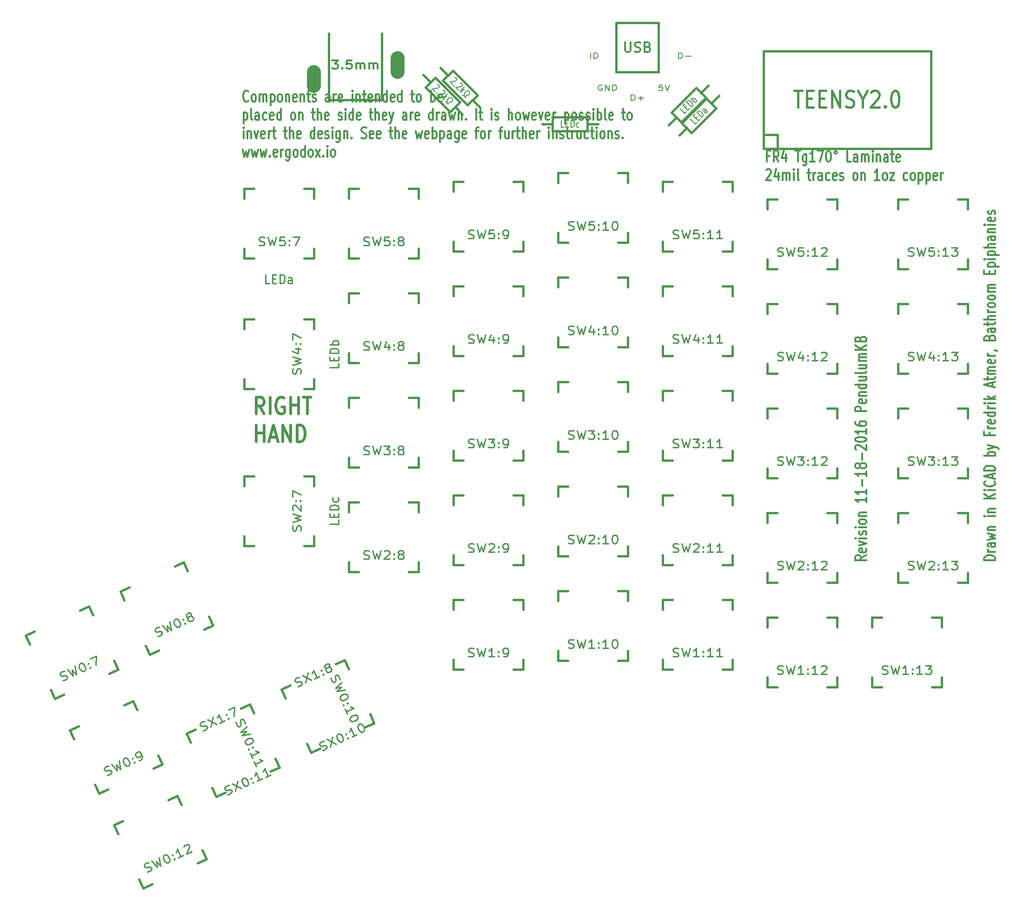
<source format=gto>
G04 #@! TF.FileFunction,Legend,Top*
%FSLAX46Y46*%
G04 Gerber Fmt 4.6, Leading zero omitted, Abs format (unit mm)*
G04 Created by KiCad (PCBNEW (2016-11-25 revision 30df041)-makepkg) date 12/02/16 00:31:02*
%MOMM*%
%LPD*%
G01*
G04 APERTURE LIST*
%ADD10C,0.150000*%
%ADD11C,0.304800*%
%ADD12C,0.203200*%
%ADD13C,0.508000*%
%ADD14C,0.381000*%
%ADD15C,2.540000*%
%ADD16C,0.254000*%
%ADD17C,0.457200*%
G04 APERTURE END LIST*
D10*
D11*
X179354238Y-125568165D02*
X178386619Y-126076165D01*
X179354238Y-126439022D02*
X177322238Y-126439022D01*
X177322238Y-125858451D01*
X177419000Y-125713308D01*
X177515761Y-125640737D01*
X177709285Y-125568165D01*
X177999571Y-125568165D01*
X178193095Y-125640737D01*
X178289857Y-125713308D01*
X178386619Y-125858451D01*
X178386619Y-126439022D01*
X179257476Y-124334451D02*
X179354238Y-124479594D01*
X179354238Y-124769880D01*
X179257476Y-124915022D01*
X179063952Y-124987594D01*
X178289857Y-124987594D01*
X178096333Y-124915022D01*
X177999571Y-124769880D01*
X177999571Y-124479594D01*
X178096333Y-124334451D01*
X178289857Y-124261880D01*
X178483380Y-124261880D01*
X178676904Y-124987594D01*
X177999571Y-123753880D02*
X179354238Y-123391022D01*
X177999571Y-123028165D01*
X179354238Y-122447594D02*
X177999571Y-122447594D01*
X177322238Y-122447594D02*
X177419000Y-122520165D01*
X177515761Y-122447594D01*
X177419000Y-122375022D01*
X177322238Y-122447594D01*
X177515761Y-122447594D01*
X179257476Y-121794451D02*
X179354238Y-121649308D01*
X179354238Y-121359022D01*
X179257476Y-121213880D01*
X179063952Y-121141308D01*
X178967190Y-121141308D01*
X178773666Y-121213880D01*
X178676904Y-121359022D01*
X178676904Y-121576737D01*
X178580142Y-121721880D01*
X178386619Y-121794451D01*
X178289857Y-121794451D01*
X178096333Y-121721880D01*
X177999571Y-121576737D01*
X177999571Y-121359022D01*
X178096333Y-121213880D01*
X179354238Y-120488165D02*
X177999571Y-120488165D01*
X177322238Y-120488165D02*
X177419000Y-120560737D01*
X177515761Y-120488165D01*
X177419000Y-120415594D01*
X177322238Y-120488165D01*
X177515761Y-120488165D01*
X179354238Y-119544737D02*
X179257476Y-119689880D01*
X179160714Y-119762451D01*
X178967190Y-119835022D01*
X178386619Y-119835022D01*
X178193095Y-119762451D01*
X178096333Y-119689880D01*
X177999571Y-119544737D01*
X177999571Y-119327022D01*
X178096333Y-119181880D01*
X178193095Y-119109308D01*
X178386619Y-119036737D01*
X178967190Y-119036737D01*
X179160714Y-119109308D01*
X179257476Y-119181880D01*
X179354238Y-119327022D01*
X179354238Y-119544737D01*
X177999571Y-118383594D02*
X179354238Y-118383594D01*
X178193095Y-118383594D02*
X178096333Y-118311022D01*
X177999571Y-118165880D01*
X177999571Y-117948165D01*
X178096333Y-117803022D01*
X178289857Y-117730451D01*
X179354238Y-117730451D01*
X179354238Y-115045308D02*
X179354238Y-115916165D01*
X179354238Y-115480737D02*
X177322238Y-115480737D01*
X177612523Y-115625880D01*
X177806047Y-115771022D01*
X177902809Y-115916165D01*
X179354238Y-113593880D02*
X179354238Y-114464737D01*
X179354238Y-114029308D02*
X177322238Y-114029308D01*
X177612523Y-114174451D01*
X177806047Y-114319594D01*
X177902809Y-114464737D01*
X178580142Y-112940737D02*
X178580142Y-111779594D01*
X179354238Y-110255594D02*
X179354238Y-111126451D01*
X179354238Y-110691022D02*
X177322238Y-110691022D01*
X177612523Y-110836165D01*
X177806047Y-110981308D01*
X177902809Y-111126451D01*
X178193095Y-109384737D02*
X178096333Y-109529880D01*
X177999571Y-109602451D01*
X177806047Y-109675022D01*
X177709285Y-109675022D01*
X177515761Y-109602451D01*
X177419000Y-109529880D01*
X177322238Y-109384737D01*
X177322238Y-109094451D01*
X177419000Y-108949308D01*
X177515761Y-108876737D01*
X177709285Y-108804165D01*
X177806047Y-108804165D01*
X177999571Y-108876737D01*
X178096333Y-108949308D01*
X178193095Y-109094451D01*
X178193095Y-109384737D01*
X178289857Y-109529880D01*
X178386619Y-109602451D01*
X178580142Y-109675022D01*
X178967190Y-109675022D01*
X179160714Y-109602451D01*
X179257476Y-109529880D01*
X179354238Y-109384737D01*
X179354238Y-109094451D01*
X179257476Y-108949308D01*
X179160714Y-108876737D01*
X178967190Y-108804165D01*
X178580142Y-108804165D01*
X178386619Y-108876737D01*
X178289857Y-108949308D01*
X178193095Y-109094451D01*
X178580142Y-108151022D02*
X178580142Y-106989880D01*
X177515761Y-106336737D02*
X177419000Y-106264165D01*
X177322238Y-106119022D01*
X177322238Y-105756165D01*
X177419000Y-105611022D01*
X177515761Y-105538451D01*
X177709285Y-105465880D01*
X177902809Y-105465880D01*
X178193095Y-105538451D01*
X179354238Y-106409308D01*
X179354238Y-105465880D01*
X177322238Y-104522451D02*
X177322238Y-104377308D01*
X177419000Y-104232165D01*
X177515761Y-104159594D01*
X177709285Y-104087022D01*
X178096333Y-104014451D01*
X178580142Y-104014451D01*
X178967190Y-104087022D01*
X179160714Y-104159594D01*
X179257476Y-104232165D01*
X179354238Y-104377308D01*
X179354238Y-104522451D01*
X179257476Y-104667594D01*
X179160714Y-104740165D01*
X178967190Y-104812737D01*
X178580142Y-104885308D01*
X178096333Y-104885308D01*
X177709285Y-104812737D01*
X177515761Y-104740165D01*
X177419000Y-104667594D01*
X177322238Y-104522451D01*
X179354238Y-102563022D02*
X179354238Y-103433880D01*
X179354238Y-102998451D02*
X177322238Y-102998451D01*
X177612523Y-103143594D01*
X177806047Y-103288737D01*
X177902809Y-103433880D01*
X177322238Y-101256737D02*
X177322238Y-101547022D01*
X177419000Y-101692165D01*
X177515761Y-101764737D01*
X177806047Y-101909880D01*
X178193095Y-101982451D01*
X178967190Y-101982451D01*
X179160714Y-101909880D01*
X179257476Y-101837308D01*
X179354238Y-101692165D01*
X179354238Y-101401880D01*
X179257476Y-101256737D01*
X179160714Y-101184165D01*
X178967190Y-101111594D01*
X178483380Y-101111594D01*
X178289857Y-101184165D01*
X178193095Y-101256737D01*
X178096333Y-101401880D01*
X178096333Y-101692165D01*
X178193095Y-101837308D01*
X178289857Y-101909880D01*
X178483380Y-101982451D01*
X179354238Y-99297308D02*
X177322238Y-99297308D01*
X177322238Y-98716737D01*
X177419000Y-98571594D01*
X177515761Y-98499022D01*
X177709285Y-98426451D01*
X177999571Y-98426451D01*
X178193095Y-98499022D01*
X178289857Y-98571594D01*
X178386619Y-98716737D01*
X178386619Y-99297308D01*
X179257476Y-97192737D02*
X179354238Y-97337880D01*
X179354238Y-97628165D01*
X179257476Y-97773308D01*
X179063952Y-97845880D01*
X178289857Y-97845880D01*
X178096333Y-97773308D01*
X177999571Y-97628165D01*
X177999571Y-97337880D01*
X178096333Y-97192737D01*
X178289857Y-97120165D01*
X178483380Y-97120165D01*
X178676904Y-97845880D01*
X177999571Y-96467022D02*
X179354238Y-96467022D01*
X178193095Y-96467022D02*
X178096333Y-96394451D01*
X177999571Y-96249308D01*
X177999571Y-96031594D01*
X178096333Y-95886451D01*
X178289857Y-95813880D01*
X179354238Y-95813880D01*
X179354238Y-94435022D02*
X177322238Y-94435022D01*
X179257476Y-94435022D02*
X179354238Y-94580165D01*
X179354238Y-94870451D01*
X179257476Y-95015594D01*
X179160714Y-95088165D01*
X178967190Y-95160737D01*
X178386619Y-95160737D01*
X178193095Y-95088165D01*
X178096333Y-95015594D01*
X177999571Y-94870451D01*
X177999571Y-94580165D01*
X178096333Y-94435022D01*
X177999571Y-93056165D02*
X179354238Y-93056165D01*
X177999571Y-93709308D02*
X179063952Y-93709308D01*
X179257476Y-93636737D01*
X179354238Y-93491594D01*
X179354238Y-93273880D01*
X179257476Y-93128737D01*
X179160714Y-93056165D01*
X179354238Y-92112737D02*
X179257476Y-92257880D01*
X179063952Y-92330451D01*
X177322238Y-92330451D01*
X177999571Y-90879022D02*
X179354238Y-90879022D01*
X177999571Y-91532165D02*
X179063952Y-91532165D01*
X179257476Y-91459594D01*
X179354238Y-91314451D01*
X179354238Y-91096737D01*
X179257476Y-90951594D01*
X179160714Y-90879022D01*
X179354238Y-90153308D02*
X177999571Y-90153308D01*
X178193095Y-90153308D02*
X178096333Y-90080737D01*
X177999571Y-89935594D01*
X177999571Y-89717880D01*
X178096333Y-89572737D01*
X178289857Y-89500165D01*
X179354238Y-89500165D01*
X178289857Y-89500165D02*
X178096333Y-89427594D01*
X177999571Y-89282451D01*
X177999571Y-89064737D01*
X178096333Y-88919594D01*
X178289857Y-88847022D01*
X179354238Y-88847022D01*
X179354238Y-88121308D02*
X177322238Y-88121308D01*
X179354238Y-87250451D02*
X178193095Y-87903594D01*
X177322238Y-87250451D02*
X178483380Y-88121308D01*
X178289857Y-86089308D02*
X178386619Y-85871594D01*
X178483380Y-85799022D01*
X178676904Y-85726451D01*
X178967190Y-85726451D01*
X179160714Y-85799022D01*
X179257476Y-85871594D01*
X179354238Y-86016737D01*
X179354238Y-86597308D01*
X177322238Y-86597308D01*
X177322238Y-86089308D01*
X177419000Y-85944165D01*
X177515761Y-85871594D01*
X177709285Y-85799022D01*
X177902809Y-85799022D01*
X178096333Y-85871594D01*
X178193095Y-85944165D01*
X178289857Y-86089308D01*
X178289857Y-86597308D01*
D12*
X129159000Y-35003619D02*
X129159000Y-33987619D01*
X129763761Y-35003619D02*
X129763761Y-33987619D01*
X130066142Y-33987619D01*
X130247571Y-34036000D01*
X130368523Y-34132761D01*
X130429000Y-34229523D01*
X130489476Y-34423047D01*
X130489476Y-34568190D01*
X130429000Y-34761714D01*
X130368523Y-34858476D01*
X130247571Y-34955238D01*
X130066142Y-35003619D01*
X129763761Y-35003619D01*
X136549190Y-42623619D02*
X136549190Y-41607619D01*
X136851571Y-41607619D01*
X137033000Y-41656000D01*
X137153952Y-41752761D01*
X137214428Y-41849523D01*
X137274904Y-42043047D01*
X137274904Y-42188190D01*
X137214428Y-42381714D01*
X137153952Y-42478476D01*
X137033000Y-42575238D01*
X136851571Y-42623619D01*
X136549190Y-42623619D01*
X137819190Y-42236571D02*
X138786809Y-42236571D01*
X138303000Y-42623619D02*
X138303000Y-41849523D01*
X131239380Y-39878000D02*
X131118428Y-39829619D01*
X130937000Y-39829619D01*
X130755571Y-39878000D01*
X130634619Y-39974761D01*
X130574142Y-40071523D01*
X130513666Y-40265047D01*
X130513666Y-40410190D01*
X130574142Y-40603714D01*
X130634619Y-40700476D01*
X130755571Y-40797238D01*
X130937000Y-40845619D01*
X131057952Y-40845619D01*
X131239380Y-40797238D01*
X131299857Y-40748857D01*
X131299857Y-40410190D01*
X131057952Y-40410190D01*
X131844142Y-40845619D02*
X131844142Y-39829619D01*
X132569857Y-40845619D01*
X132569857Y-39829619D01*
X133174619Y-40845619D02*
X133174619Y-39829619D01*
X133477000Y-39829619D01*
X133658428Y-39878000D01*
X133779380Y-39974761D01*
X133839857Y-40071523D01*
X133900333Y-40265047D01*
X133900333Y-40410190D01*
X133839857Y-40603714D01*
X133779380Y-40700476D01*
X133658428Y-40797238D01*
X133477000Y-40845619D01*
X133174619Y-40845619D01*
X142252095Y-39829619D02*
X141647333Y-39829619D01*
X141586857Y-40313428D01*
X141647333Y-40265047D01*
X141768285Y-40216666D01*
X142070666Y-40216666D01*
X142191619Y-40265047D01*
X142252095Y-40313428D01*
X142312571Y-40410190D01*
X142312571Y-40652095D01*
X142252095Y-40748857D01*
X142191619Y-40797238D01*
X142070666Y-40845619D01*
X141768285Y-40845619D01*
X141647333Y-40797238D01*
X141586857Y-40748857D01*
X142675428Y-39829619D02*
X143098761Y-40845619D01*
X143522095Y-39829619D01*
X145182650Y-35003619D02*
X145182650Y-33987619D01*
X145485031Y-33987619D01*
X145666460Y-34036000D01*
X145787412Y-34132761D01*
X145847888Y-34229523D01*
X145908364Y-34423047D01*
X145908364Y-34568190D01*
X145847888Y-34761714D01*
X145787412Y-34858476D01*
X145666460Y-34955238D01*
X145485031Y-35003619D01*
X145182650Y-35003619D01*
X146452650Y-34616571D02*
X147420269Y-34616571D01*
D11*
X66836834Y-42686514D02*
X66764262Y-42783276D01*
X66546548Y-42880038D01*
X66401405Y-42880038D01*
X66183691Y-42783276D01*
X66038548Y-42589752D01*
X65965977Y-42396228D01*
X65893405Y-42009180D01*
X65893405Y-41718895D01*
X65965977Y-41331847D01*
X66038548Y-41138323D01*
X66183691Y-40944800D01*
X66401405Y-40848038D01*
X66546548Y-40848038D01*
X66764262Y-40944800D01*
X66836834Y-41041561D01*
X67707691Y-42880038D02*
X67562548Y-42783276D01*
X67489977Y-42686514D01*
X67417405Y-42492990D01*
X67417405Y-41912419D01*
X67489977Y-41718895D01*
X67562548Y-41622133D01*
X67707691Y-41525371D01*
X67925405Y-41525371D01*
X68070548Y-41622133D01*
X68143120Y-41718895D01*
X68215691Y-41912419D01*
X68215691Y-42492990D01*
X68143120Y-42686514D01*
X68070548Y-42783276D01*
X67925405Y-42880038D01*
X67707691Y-42880038D01*
X68868834Y-42880038D02*
X68868834Y-41525371D01*
X68868834Y-41718895D02*
X68941405Y-41622133D01*
X69086548Y-41525371D01*
X69304262Y-41525371D01*
X69449405Y-41622133D01*
X69521977Y-41815657D01*
X69521977Y-42880038D01*
X69521977Y-41815657D02*
X69594548Y-41622133D01*
X69739691Y-41525371D01*
X69957405Y-41525371D01*
X70102548Y-41622133D01*
X70175120Y-41815657D01*
X70175120Y-42880038D01*
X70900834Y-41525371D02*
X70900834Y-43557371D01*
X70900834Y-41622133D02*
X71045977Y-41525371D01*
X71336262Y-41525371D01*
X71481405Y-41622133D01*
X71553977Y-41718895D01*
X71626548Y-41912419D01*
X71626548Y-42492990D01*
X71553977Y-42686514D01*
X71481405Y-42783276D01*
X71336262Y-42880038D01*
X71045977Y-42880038D01*
X70900834Y-42783276D01*
X72497405Y-42880038D02*
X72352262Y-42783276D01*
X72279691Y-42686514D01*
X72207120Y-42492990D01*
X72207120Y-41912419D01*
X72279691Y-41718895D01*
X72352262Y-41622133D01*
X72497405Y-41525371D01*
X72715120Y-41525371D01*
X72860262Y-41622133D01*
X72932834Y-41718895D01*
X73005405Y-41912419D01*
X73005405Y-42492990D01*
X72932834Y-42686514D01*
X72860262Y-42783276D01*
X72715120Y-42880038D01*
X72497405Y-42880038D01*
X73658548Y-41525371D02*
X73658548Y-42880038D01*
X73658548Y-41718895D02*
X73731120Y-41622133D01*
X73876262Y-41525371D01*
X74093977Y-41525371D01*
X74239120Y-41622133D01*
X74311691Y-41815657D01*
X74311691Y-42880038D01*
X75617977Y-42783276D02*
X75472834Y-42880038D01*
X75182548Y-42880038D01*
X75037405Y-42783276D01*
X74964834Y-42589752D01*
X74964834Y-41815657D01*
X75037405Y-41622133D01*
X75182548Y-41525371D01*
X75472834Y-41525371D01*
X75617977Y-41622133D01*
X75690548Y-41815657D01*
X75690548Y-42009180D01*
X74964834Y-42202704D01*
X76343691Y-41525371D02*
X76343691Y-42880038D01*
X76343691Y-41718895D02*
X76416262Y-41622133D01*
X76561405Y-41525371D01*
X76779120Y-41525371D01*
X76924262Y-41622133D01*
X76996834Y-41815657D01*
X76996834Y-42880038D01*
X77504834Y-41525371D02*
X78085405Y-41525371D01*
X77722548Y-40848038D02*
X77722548Y-42589752D01*
X77795120Y-42783276D01*
X77940262Y-42880038D01*
X78085405Y-42880038D01*
X78520834Y-42783276D02*
X78665977Y-42880038D01*
X78956262Y-42880038D01*
X79101405Y-42783276D01*
X79173977Y-42589752D01*
X79173977Y-42492990D01*
X79101405Y-42299466D01*
X78956262Y-42202704D01*
X78738548Y-42202704D01*
X78593405Y-42105942D01*
X78520834Y-41912419D01*
X78520834Y-41815657D01*
X78593405Y-41622133D01*
X78738548Y-41525371D01*
X78956262Y-41525371D01*
X79101405Y-41622133D01*
X81641405Y-42880038D02*
X81641405Y-41815657D01*
X81568834Y-41622133D01*
X81423691Y-41525371D01*
X81133405Y-41525371D01*
X80988262Y-41622133D01*
X81641405Y-42783276D02*
X81496262Y-42880038D01*
X81133405Y-42880038D01*
X80988262Y-42783276D01*
X80915691Y-42589752D01*
X80915691Y-42396228D01*
X80988262Y-42202704D01*
X81133405Y-42105942D01*
X81496262Y-42105942D01*
X81641405Y-42009180D01*
X82367120Y-42880038D02*
X82367120Y-41525371D01*
X82367120Y-41912419D02*
X82439691Y-41718895D01*
X82512262Y-41622133D01*
X82657405Y-41525371D01*
X82802548Y-41525371D01*
X83891120Y-42783276D02*
X83745977Y-42880038D01*
X83455691Y-42880038D01*
X83310548Y-42783276D01*
X83237977Y-42589752D01*
X83237977Y-41815657D01*
X83310548Y-41622133D01*
X83455691Y-41525371D01*
X83745977Y-41525371D01*
X83891120Y-41622133D01*
X83963691Y-41815657D01*
X83963691Y-42009180D01*
X83237977Y-42202704D01*
X85777977Y-42880038D02*
X85777977Y-41525371D01*
X85777977Y-40848038D02*
X85705405Y-40944800D01*
X85777977Y-41041561D01*
X85850548Y-40944800D01*
X85777977Y-40848038D01*
X85777977Y-41041561D01*
X86503691Y-41525371D02*
X86503691Y-42880038D01*
X86503691Y-41718895D02*
X86576262Y-41622133D01*
X86721405Y-41525371D01*
X86939120Y-41525371D01*
X87084262Y-41622133D01*
X87156834Y-41815657D01*
X87156834Y-42880038D01*
X87664834Y-41525371D02*
X88245405Y-41525371D01*
X87882548Y-40848038D02*
X87882548Y-42589752D01*
X87955120Y-42783276D01*
X88100262Y-42880038D01*
X88245405Y-42880038D01*
X89333977Y-42783276D02*
X89188834Y-42880038D01*
X88898548Y-42880038D01*
X88753405Y-42783276D01*
X88680834Y-42589752D01*
X88680834Y-41815657D01*
X88753405Y-41622133D01*
X88898548Y-41525371D01*
X89188834Y-41525371D01*
X89333977Y-41622133D01*
X89406548Y-41815657D01*
X89406548Y-42009180D01*
X88680834Y-42202704D01*
X90059691Y-41525371D02*
X90059691Y-42880038D01*
X90059691Y-41718895D02*
X90132262Y-41622133D01*
X90277405Y-41525371D01*
X90495120Y-41525371D01*
X90640262Y-41622133D01*
X90712834Y-41815657D01*
X90712834Y-42880038D01*
X92091691Y-42880038D02*
X92091691Y-40848038D01*
X92091691Y-42783276D02*
X91946548Y-42880038D01*
X91656262Y-42880038D01*
X91511120Y-42783276D01*
X91438548Y-42686514D01*
X91365977Y-42492990D01*
X91365977Y-41912419D01*
X91438548Y-41718895D01*
X91511120Y-41622133D01*
X91656262Y-41525371D01*
X91946548Y-41525371D01*
X92091691Y-41622133D01*
X93397977Y-42783276D02*
X93252834Y-42880038D01*
X92962548Y-42880038D01*
X92817405Y-42783276D01*
X92744834Y-42589752D01*
X92744834Y-41815657D01*
X92817405Y-41622133D01*
X92962548Y-41525371D01*
X93252834Y-41525371D01*
X93397977Y-41622133D01*
X93470548Y-41815657D01*
X93470548Y-42009180D01*
X92744834Y-42202704D01*
X94776834Y-42880038D02*
X94776834Y-40848038D01*
X94776834Y-42783276D02*
X94631691Y-42880038D01*
X94341405Y-42880038D01*
X94196262Y-42783276D01*
X94123691Y-42686514D01*
X94051120Y-42492990D01*
X94051120Y-41912419D01*
X94123691Y-41718895D01*
X94196262Y-41622133D01*
X94341405Y-41525371D01*
X94631691Y-41525371D01*
X94776834Y-41622133D01*
X96445977Y-41525371D02*
X97026548Y-41525371D01*
X96663691Y-40848038D02*
X96663691Y-42589752D01*
X96736262Y-42783276D01*
X96881405Y-42880038D01*
X97026548Y-42880038D01*
X97752262Y-42880038D02*
X97607120Y-42783276D01*
X97534548Y-42686514D01*
X97461977Y-42492990D01*
X97461977Y-41912419D01*
X97534548Y-41718895D01*
X97607120Y-41622133D01*
X97752262Y-41525371D01*
X97969977Y-41525371D01*
X98115120Y-41622133D01*
X98187691Y-41718895D01*
X98260262Y-41912419D01*
X98260262Y-42492990D01*
X98187691Y-42686514D01*
X98115120Y-42783276D01*
X97969977Y-42880038D01*
X97752262Y-42880038D01*
X100074548Y-42880038D02*
X100074548Y-40848038D01*
X100074548Y-41622133D02*
X100219691Y-41525371D01*
X100509977Y-41525371D01*
X100655120Y-41622133D01*
X100727691Y-41718895D01*
X100800262Y-41912419D01*
X100800262Y-42492990D01*
X100727691Y-42686514D01*
X100655120Y-42783276D01*
X100509977Y-42880038D01*
X100219691Y-42880038D01*
X100074548Y-42783276D01*
X102033977Y-42783276D02*
X101888834Y-42880038D01*
X101598548Y-42880038D01*
X101453405Y-42783276D01*
X101380834Y-42589752D01*
X101380834Y-41815657D01*
X101453405Y-41622133D01*
X101598548Y-41525371D01*
X101888834Y-41525371D01*
X102033977Y-41622133D01*
X102106548Y-41815657D01*
X102106548Y-42009180D01*
X101380834Y-42202704D01*
X65965977Y-44878171D02*
X65965977Y-46910171D01*
X65965977Y-44974933D02*
X66111120Y-44878171D01*
X66401405Y-44878171D01*
X66546548Y-44974933D01*
X66619120Y-45071695D01*
X66691691Y-45265219D01*
X66691691Y-45845790D01*
X66619120Y-46039314D01*
X66546548Y-46136076D01*
X66401405Y-46232838D01*
X66111120Y-46232838D01*
X65965977Y-46136076D01*
X67562548Y-46232838D02*
X67417405Y-46136076D01*
X67344834Y-45942552D01*
X67344834Y-44200838D01*
X68796262Y-46232838D02*
X68796262Y-45168457D01*
X68723691Y-44974933D01*
X68578548Y-44878171D01*
X68288262Y-44878171D01*
X68143120Y-44974933D01*
X68796262Y-46136076D02*
X68651120Y-46232838D01*
X68288262Y-46232838D01*
X68143120Y-46136076D01*
X68070548Y-45942552D01*
X68070548Y-45749028D01*
X68143120Y-45555504D01*
X68288262Y-45458742D01*
X68651120Y-45458742D01*
X68796262Y-45361980D01*
X70175120Y-46136076D02*
X70029977Y-46232838D01*
X69739691Y-46232838D01*
X69594548Y-46136076D01*
X69521977Y-46039314D01*
X69449405Y-45845790D01*
X69449405Y-45265219D01*
X69521977Y-45071695D01*
X69594548Y-44974933D01*
X69739691Y-44878171D01*
X70029977Y-44878171D01*
X70175120Y-44974933D01*
X71408834Y-46136076D02*
X71263691Y-46232838D01*
X70973405Y-46232838D01*
X70828262Y-46136076D01*
X70755691Y-45942552D01*
X70755691Y-45168457D01*
X70828262Y-44974933D01*
X70973405Y-44878171D01*
X71263691Y-44878171D01*
X71408834Y-44974933D01*
X71481405Y-45168457D01*
X71481405Y-45361980D01*
X70755691Y-45555504D01*
X72787691Y-46232838D02*
X72787691Y-44200838D01*
X72787691Y-46136076D02*
X72642548Y-46232838D01*
X72352262Y-46232838D01*
X72207120Y-46136076D01*
X72134548Y-46039314D01*
X72061977Y-45845790D01*
X72061977Y-45265219D01*
X72134548Y-45071695D01*
X72207120Y-44974933D01*
X72352262Y-44878171D01*
X72642548Y-44878171D01*
X72787691Y-44974933D01*
X74892262Y-46232838D02*
X74747120Y-46136076D01*
X74674548Y-46039314D01*
X74601977Y-45845790D01*
X74601977Y-45265219D01*
X74674548Y-45071695D01*
X74747120Y-44974933D01*
X74892262Y-44878171D01*
X75109977Y-44878171D01*
X75255120Y-44974933D01*
X75327691Y-45071695D01*
X75400262Y-45265219D01*
X75400262Y-45845790D01*
X75327691Y-46039314D01*
X75255120Y-46136076D01*
X75109977Y-46232838D01*
X74892262Y-46232838D01*
X76053405Y-44878171D02*
X76053405Y-46232838D01*
X76053405Y-45071695D02*
X76125977Y-44974933D01*
X76271120Y-44878171D01*
X76488834Y-44878171D01*
X76633977Y-44974933D01*
X76706548Y-45168457D01*
X76706548Y-46232838D01*
X78375691Y-44878171D02*
X78956262Y-44878171D01*
X78593405Y-44200838D02*
X78593405Y-45942552D01*
X78665977Y-46136076D01*
X78811120Y-46232838D01*
X78956262Y-46232838D01*
X79464262Y-46232838D02*
X79464262Y-44200838D01*
X80117405Y-46232838D02*
X80117405Y-45168457D01*
X80044834Y-44974933D01*
X79899691Y-44878171D01*
X79681977Y-44878171D01*
X79536834Y-44974933D01*
X79464262Y-45071695D01*
X81423691Y-46136076D02*
X81278548Y-46232838D01*
X80988262Y-46232838D01*
X80843120Y-46136076D01*
X80770548Y-45942552D01*
X80770548Y-45168457D01*
X80843120Y-44974933D01*
X80988262Y-44878171D01*
X81278548Y-44878171D01*
X81423691Y-44974933D01*
X81496262Y-45168457D01*
X81496262Y-45361980D01*
X80770548Y-45555504D01*
X83237977Y-46136076D02*
X83383120Y-46232838D01*
X83673405Y-46232838D01*
X83818548Y-46136076D01*
X83891120Y-45942552D01*
X83891120Y-45845790D01*
X83818548Y-45652266D01*
X83673405Y-45555504D01*
X83455691Y-45555504D01*
X83310548Y-45458742D01*
X83237977Y-45265219D01*
X83237977Y-45168457D01*
X83310548Y-44974933D01*
X83455691Y-44878171D01*
X83673405Y-44878171D01*
X83818548Y-44974933D01*
X84544262Y-46232838D02*
X84544262Y-44878171D01*
X84544262Y-44200838D02*
X84471691Y-44297600D01*
X84544262Y-44394361D01*
X84616834Y-44297600D01*
X84544262Y-44200838D01*
X84544262Y-44394361D01*
X85923120Y-46232838D02*
X85923120Y-44200838D01*
X85923120Y-46136076D02*
X85777977Y-46232838D01*
X85487691Y-46232838D01*
X85342548Y-46136076D01*
X85269977Y-46039314D01*
X85197405Y-45845790D01*
X85197405Y-45265219D01*
X85269977Y-45071695D01*
X85342548Y-44974933D01*
X85487691Y-44878171D01*
X85777977Y-44878171D01*
X85923120Y-44974933D01*
X87229405Y-46136076D02*
X87084262Y-46232838D01*
X86793977Y-46232838D01*
X86648834Y-46136076D01*
X86576262Y-45942552D01*
X86576262Y-45168457D01*
X86648834Y-44974933D01*
X86793977Y-44878171D01*
X87084262Y-44878171D01*
X87229405Y-44974933D01*
X87301977Y-45168457D01*
X87301977Y-45361980D01*
X86576262Y-45555504D01*
X88898548Y-44878171D02*
X89479120Y-44878171D01*
X89116262Y-44200838D02*
X89116262Y-45942552D01*
X89188834Y-46136076D01*
X89333977Y-46232838D01*
X89479120Y-46232838D01*
X89987120Y-46232838D02*
X89987120Y-44200838D01*
X90640262Y-46232838D02*
X90640262Y-45168457D01*
X90567691Y-44974933D01*
X90422548Y-44878171D01*
X90204834Y-44878171D01*
X90059691Y-44974933D01*
X89987120Y-45071695D01*
X91946548Y-46136076D02*
X91801405Y-46232838D01*
X91511120Y-46232838D01*
X91365977Y-46136076D01*
X91293405Y-45942552D01*
X91293405Y-45168457D01*
X91365977Y-44974933D01*
X91511120Y-44878171D01*
X91801405Y-44878171D01*
X91946548Y-44974933D01*
X92019120Y-45168457D01*
X92019120Y-45361980D01*
X91293405Y-45555504D01*
X92527120Y-44878171D02*
X92889977Y-46232838D01*
X93252834Y-44878171D02*
X92889977Y-46232838D01*
X92744834Y-46716647D01*
X92672262Y-46813409D01*
X92527120Y-46910171D01*
X95647691Y-46232838D02*
X95647691Y-45168457D01*
X95575120Y-44974933D01*
X95429977Y-44878171D01*
X95139691Y-44878171D01*
X94994548Y-44974933D01*
X95647691Y-46136076D02*
X95502548Y-46232838D01*
X95139691Y-46232838D01*
X94994548Y-46136076D01*
X94921977Y-45942552D01*
X94921977Y-45749028D01*
X94994548Y-45555504D01*
X95139691Y-45458742D01*
X95502548Y-45458742D01*
X95647691Y-45361980D01*
X96373405Y-46232838D02*
X96373405Y-44878171D01*
X96373405Y-45265219D02*
X96445977Y-45071695D01*
X96518548Y-44974933D01*
X96663691Y-44878171D01*
X96808834Y-44878171D01*
X97897405Y-46136076D02*
X97752262Y-46232838D01*
X97461977Y-46232838D01*
X97316834Y-46136076D01*
X97244262Y-45942552D01*
X97244262Y-45168457D01*
X97316834Y-44974933D01*
X97461977Y-44878171D01*
X97752262Y-44878171D01*
X97897405Y-44974933D01*
X97969977Y-45168457D01*
X97969977Y-45361980D01*
X97244262Y-45555504D01*
X100437405Y-46232838D02*
X100437405Y-44200838D01*
X100437405Y-46136076D02*
X100292262Y-46232838D01*
X100001977Y-46232838D01*
X99856834Y-46136076D01*
X99784262Y-46039314D01*
X99711691Y-45845790D01*
X99711691Y-45265219D01*
X99784262Y-45071695D01*
X99856834Y-44974933D01*
X100001977Y-44878171D01*
X100292262Y-44878171D01*
X100437405Y-44974933D01*
X101163120Y-46232838D02*
X101163120Y-44878171D01*
X101163120Y-45265219D02*
X101235691Y-45071695D01*
X101308262Y-44974933D01*
X101453405Y-44878171D01*
X101598548Y-44878171D01*
X102759691Y-46232838D02*
X102759691Y-45168457D01*
X102687120Y-44974933D01*
X102541977Y-44878171D01*
X102251691Y-44878171D01*
X102106548Y-44974933D01*
X102759691Y-46136076D02*
X102614548Y-46232838D01*
X102251691Y-46232838D01*
X102106548Y-46136076D01*
X102033977Y-45942552D01*
X102033977Y-45749028D01*
X102106548Y-45555504D01*
X102251691Y-45458742D01*
X102614548Y-45458742D01*
X102759691Y-45361980D01*
X103340262Y-44878171D02*
X103630548Y-46232838D01*
X103920834Y-45265219D01*
X104211120Y-46232838D01*
X104501405Y-44878171D01*
X105081977Y-44878171D02*
X105081977Y-46232838D01*
X105081977Y-45071695D02*
X105154548Y-44974933D01*
X105299691Y-44878171D01*
X105517405Y-44878171D01*
X105662548Y-44974933D01*
X105735120Y-45168457D01*
X105735120Y-46232838D01*
X106460834Y-46039314D02*
X106533405Y-46136076D01*
X106460834Y-46232838D01*
X106388262Y-46136076D01*
X106460834Y-46039314D01*
X106460834Y-46232838D01*
X108347691Y-46232838D02*
X108347691Y-44200838D01*
X108855691Y-44878171D02*
X109436262Y-44878171D01*
X109073405Y-44200838D02*
X109073405Y-45942552D01*
X109145977Y-46136076D01*
X109291119Y-46232838D01*
X109436262Y-46232838D01*
X111105405Y-46232838D02*
X111105405Y-44878171D01*
X111105405Y-44200838D02*
X111032834Y-44297600D01*
X111105405Y-44394361D01*
X111177977Y-44297600D01*
X111105405Y-44200838D01*
X111105405Y-44394361D01*
X111758548Y-46136076D02*
X111903691Y-46232838D01*
X112193977Y-46232838D01*
X112339119Y-46136076D01*
X112411691Y-45942552D01*
X112411691Y-45845790D01*
X112339119Y-45652266D01*
X112193977Y-45555504D01*
X111976262Y-45555504D01*
X111831119Y-45458742D01*
X111758548Y-45265219D01*
X111758548Y-45168457D01*
X111831119Y-44974933D01*
X111976262Y-44878171D01*
X112193977Y-44878171D01*
X112339119Y-44974933D01*
X114225977Y-46232838D02*
X114225977Y-44200838D01*
X114879119Y-46232838D02*
X114879119Y-45168457D01*
X114806548Y-44974933D01*
X114661405Y-44878171D01*
X114443691Y-44878171D01*
X114298548Y-44974933D01*
X114225977Y-45071695D01*
X115822548Y-46232838D02*
X115677405Y-46136076D01*
X115604834Y-46039314D01*
X115532262Y-45845790D01*
X115532262Y-45265219D01*
X115604834Y-45071695D01*
X115677405Y-44974933D01*
X115822548Y-44878171D01*
X116040262Y-44878171D01*
X116185405Y-44974933D01*
X116257977Y-45071695D01*
X116330548Y-45265219D01*
X116330548Y-45845790D01*
X116257977Y-46039314D01*
X116185405Y-46136076D01*
X116040262Y-46232838D01*
X115822548Y-46232838D01*
X116838548Y-44878171D02*
X117128834Y-46232838D01*
X117419119Y-45265219D01*
X117709405Y-46232838D01*
X117999691Y-44878171D01*
X119160834Y-46136076D02*
X119015691Y-46232838D01*
X118725405Y-46232838D01*
X118580262Y-46136076D01*
X118507691Y-45942552D01*
X118507691Y-45168457D01*
X118580262Y-44974933D01*
X118725405Y-44878171D01*
X119015691Y-44878171D01*
X119160834Y-44974933D01*
X119233405Y-45168457D01*
X119233405Y-45361980D01*
X118507691Y-45555504D01*
X119741405Y-44878171D02*
X120104262Y-46232838D01*
X120467119Y-44878171D01*
X121628262Y-46136076D02*
X121483119Y-46232838D01*
X121192834Y-46232838D01*
X121047691Y-46136076D01*
X120975119Y-45942552D01*
X120975119Y-45168457D01*
X121047691Y-44974933D01*
X121192834Y-44878171D01*
X121483119Y-44878171D01*
X121628262Y-44974933D01*
X121700834Y-45168457D01*
X121700834Y-45361980D01*
X120975119Y-45555504D01*
X122353977Y-46232838D02*
X122353977Y-44878171D01*
X122353977Y-45265219D02*
X122426548Y-45071695D01*
X122499119Y-44974933D01*
X122644262Y-44878171D01*
X122789405Y-44878171D01*
X124458548Y-44878171D02*
X124458548Y-46910171D01*
X124458548Y-44974933D02*
X124603691Y-44878171D01*
X124893977Y-44878171D01*
X125039120Y-44974933D01*
X125111691Y-45071695D01*
X125184262Y-45265219D01*
X125184262Y-45845790D01*
X125111691Y-46039314D01*
X125039120Y-46136076D01*
X124893977Y-46232838D01*
X124603691Y-46232838D01*
X124458548Y-46136076D01*
X126055119Y-46232838D02*
X125909977Y-46136076D01*
X125837405Y-46039314D01*
X125764834Y-45845790D01*
X125764834Y-45265219D01*
X125837405Y-45071695D01*
X125909977Y-44974933D01*
X126055119Y-44878171D01*
X126272834Y-44878171D01*
X126417977Y-44974933D01*
X126490548Y-45071695D01*
X126563119Y-45265219D01*
X126563119Y-45845790D01*
X126490548Y-46039314D01*
X126417977Y-46136076D01*
X126272834Y-46232838D01*
X126055119Y-46232838D01*
X127143691Y-46136076D02*
X127288834Y-46232838D01*
X127579119Y-46232838D01*
X127724262Y-46136076D01*
X127796834Y-45942552D01*
X127796834Y-45845790D01*
X127724262Y-45652266D01*
X127579119Y-45555504D01*
X127361405Y-45555504D01*
X127216262Y-45458742D01*
X127143691Y-45265219D01*
X127143691Y-45168457D01*
X127216262Y-44974933D01*
X127361405Y-44878171D01*
X127579119Y-44878171D01*
X127724262Y-44974933D01*
X128377405Y-46136076D02*
X128522548Y-46232838D01*
X128812834Y-46232838D01*
X128957977Y-46136076D01*
X129030548Y-45942552D01*
X129030548Y-45845790D01*
X128957977Y-45652266D01*
X128812834Y-45555504D01*
X128595119Y-45555504D01*
X128449977Y-45458742D01*
X128377405Y-45265219D01*
X128377405Y-45168457D01*
X128449977Y-44974933D01*
X128595119Y-44878171D01*
X128812834Y-44878171D01*
X128957977Y-44974933D01*
X129683691Y-46232838D02*
X129683691Y-44878171D01*
X129683691Y-44200838D02*
X129611119Y-44297600D01*
X129683691Y-44394361D01*
X129756262Y-44297600D01*
X129683691Y-44200838D01*
X129683691Y-44394361D01*
X130409405Y-46232838D02*
X130409405Y-44200838D01*
X130409405Y-44974933D02*
X130554548Y-44878171D01*
X130844834Y-44878171D01*
X130989977Y-44974933D01*
X131062548Y-45071695D01*
X131135119Y-45265219D01*
X131135119Y-45845790D01*
X131062548Y-46039314D01*
X130989977Y-46136076D01*
X130844834Y-46232838D01*
X130554548Y-46232838D01*
X130409405Y-46136076D01*
X132005977Y-46232838D02*
X131860834Y-46136076D01*
X131788262Y-45942552D01*
X131788262Y-44200838D01*
X133167119Y-46136076D02*
X133021977Y-46232838D01*
X132731691Y-46232838D01*
X132586548Y-46136076D01*
X132513977Y-45942552D01*
X132513977Y-45168457D01*
X132586548Y-44974933D01*
X132731691Y-44878171D01*
X133021977Y-44878171D01*
X133167119Y-44974933D01*
X133239691Y-45168457D01*
X133239691Y-45361980D01*
X132513977Y-45555504D01*
X134836262Y-44878171D02*
X135416834Y-44878171D01*
X135053977Y-44200838D02*
X135053977Y-45942552D01*
X135126548Y-46136076D01*
X135271691Y-46232838D01*
X135416834Y-46232838D01*
X136142548Y-46232838D02*
X135997405Y-46136076D01*
X135924834Y-46039314D01*
X135852262Y-45845790D01*
X135852262Y-45265219D01*
X135924834Y-45071695D01*
X135997405Y-44974933D01*
X136142548Y-44878171D01*
X136360262Y-44878171D01*
X136505405Y-44974933D01*
X136577977Y-45071695D01*
X136650548Y-45265219D01*
X136650548Y-45845790D01*
X136577977Y-46039314D01*
X136505405Y-46136076D01*
X136360262Y-46232838D01*
X136142548Y-46232838D01*
X65965977Y-49585638D02*
X65965977Y-48230971D01*
X65965977Y-47553638D02*
X65893405Y-47650400D01*
X65965977Y-47747161D01*
X66038548Y-47650400D01*
X65965977Y-47553638D01*
X65965977Y-47747161D01*
X66691691Y-48230971D02*
X66691691Y-49585638D01*
X66691691Y-48424495D02*
X66764262Y-48327733D01*
X66909405Y-48230971D01*
X67127120Y-48230971D01*
X67272262Y-48327733D01*
X67344834Y-48521257D01*
X67344834Y-49585638D01*
X67925405Y-48230971D02*
X68288262Y-49585638D01*
X68651120Y-48230971D01*
X69812262Y-49488876D02*
X69667120Y-49585638D01*
X69376834Y-49585638D01*
X69231691Y-49488876D01*
X69159120Y-49295352D01*
X69159120Y-48521257D01*
X69231691Y-48327733D01*
X69376834Y-48230971D01*
X69667120Y-48230971D01*
X69812262Y-48327733D01*
X69884834Y-48521257D01*
X69884834Y-48714780D01*
X69159120Y-48908304D01*
X70537977Y-49585638D02*
X70537977Y-48230971D01*
X70537977Y-48618019D02*
X70610548Y-48424495D01*
X70683120Y-48327733D01*
X70828262Y-48230971D01*
X70973405Y-48230971D01*
X71263691Y-48230971D02*
X71844262Y-48230971D01*
X71481405Y-47553638D02*
X71481405Y-49295352D01*
X71553977Y-49488876D01*
X71699120Y-49585638D01*
X71844262Y-49585638D01*
X73295691Y-48230971D02*
X73876262Y-48230971D01*
X73513405Y-47553638D02*
X73513405Y-49295352D01*
X73585977Y-49488876D01*
X73731120Y-49585638D01*
X73876262Y-49585638D01*
X74384262Y-49585638D02*
X74384262Y-47553638D01*
X75037405Y-49585638D02*
X75037405Y-48521257D01*
X74964834Y-48327733D01*
X74819691Y-48230971D01*
X74601977Y-48230971D01*
X74456834Y-48327733D01*
X74384262Y-48424495D01*
X76343691Y-49488876D02*
X76198548Y-49585638D01*
X75908262Y-49585638D01*
X75763120Y-49488876D01*
X75690548Y-49295352D01*
X75690548Y-48521257D01*
X75763120Y-48327733D01*
X75908262Y-48230971D01*
X76198548Y-48230971D01*
X76343691Y-48327733D01*
X76416262Y-48521257D01*
X76416262Y-48714780D01*
X75690548Y-48908304D01*
X78883691Y-49585638D02*
X78883691Y-47553638D01*
X78883691Y-49488876D02*
X78738548Y-49585638D01*
X78448262Y-49585638D01*
X78303120Y-49488876D01*
X78230548Y-49392114D01*
X78157977Y-49198590D01*
X78157977Y-48618019D01*
X78230548Y-48424495D01*
X78303120Y-48327733D01*
X78448262Y-48230971D01*
X78738548Y-48230971D01*
X78883691Y-48327733D01*
X80189977Y-49488876D02*
X80044834Y-49585638D01*
X79754548Y-49585638D01*
X79609405Y-49488876D01*
X79536834Y-49295352D01*
X79536834Y-48521257D01*
X79609405Y-48327733D01*
X79754548Y-48230971D01*
X80044834Y-48230971D01*
X80189977Y-48327733D01*
X80262548Y-48521257D01*
X80262548Y-48714780D01*
X79536834Y-48908304D01*
X80843120Y-49488876D02*
X80988262Y-49585638D01*
X81278548Y-49585638D01*
X81423691Y-49488876D01*
X81496262Y-49295352D01*
X81496262Y-49198590D01*
X81423691Y-49005066D01*
X81278548Y-48908304D01*
X81060834Y-48908304D01*
X80915691Y-48811542D01*
X80843120Y-48618019D01*
X80843120Y-48521257D01*
X80915691Y-48327733D01*
X81060834Y-48230971D01*
X81278548Y-48230971D01*
X81423691Y-48327733D01*
X82149405Y-49585638D02*
X82149405Y-48230971D01*
X82149405Y-47553638D02*
X82076834Y-47650400D01*
X82149405Y-47747161D01*
X82221977Y-47650400D01*
X82149405Y-47553638D01*
X82149405Y-47747161D01*
X83528262Y-48230971D02*
X83528262Y-49875923D01*
X83455691Y-50069447D01*
X83383120Y-50166209D01*
X83237977Y-50262971D01*
X83020262Y-50262971D01*
X82875120Y-50166209D01*
X83528262Y-49488876D02*
X83383120Y-49585638D01*
X83092834Y-49585638D01*
X82947691Y-49488876D01*
X82875120Y-49392114D01*
X82802548Y-49198590D01*
X82802548Y-48618019D01*
X82875120Y-48424495D01*
X82947691Y-48327733D01*
X83092834Y-48230971D01*
X83383120Y-48230971D01*
X83528262Y-48327733D01*
X84253977Y-48230971D02*
X84253977Y-49585638D01*
X84253977Y-48424495D02*
X84326548Y-48327733D01*
X84471691Y-48230971D01*
X84689405Y-48230971D01*
X84834548Y-48327733D01*
X84907120Y-48521257D01*
X84907120Y-49585638D01*
X85632834Y-49392114D02*
X85705405Y-49488876D01*
X85632834Y-49585638D01*
X85560262Y-49488876D01*
X85632834Y-49392114D01*
X85632834Y-49585638D01*
X87447120Y-49488876D02*
X87664834Y-49585638D01*
X88027691Y-49585638D01*
X88172834Y-49488876D01*
X88245405Y-49392114D01*
X88317977Y-49198590D01*
X88317977Y-49005066D01*
X88245405Y-48811542D01*
X88172834Y-48714780D01*
X88027691Y-48618019D01*
X87737405Y-48521257D01*
X87592262Y-48424495D01*
X87519691Y-48327733D01*
X87447120Y-48134209D01*
X87447120Y-47940685D01*
X87519691Y-47747161D01*
X87592262Y-47650400D01*
X87737405Y-47553638D01*
X88100262Y-47553638D01*
X88317977Y-47650400D01*
X89551691Y-49488876D02*
X89406548Y-49585638D01*
X89116262Y-49585638D01*
X88971120Y-49488876D01*
X88898548Y-49295352D01*
X88898548Y-48521257D01*
X88971120Y-48327733D01*
X89116262Y-48230971D01*
X89406548Y-48230971D01*
X89551691Y-48327733D01*
X89624262Y-48521257D01*
X89624262Y-48714780D01*
X88898548Y-48908304D01*
X90857977Y-49488876D02*
X90712834Y-49585638D01*
X90422548Y-49585638D01*
X90277405Y-49488876D01*
X90204834Y-49295352D01*
X90204834Y-48521257D01*
X90277405Y-48327733D01*
X90422548Y-48230971D01*
X90712834Y-48230971D01*
X90857977Y-48327733D01*
X90930548Y-48521257D01*
X90930548Y-48714780D01*
X90204834Y-48908304D01*
X92527120Y-48230971D02*
X93107691Y-48230971D01*
X92744834Y-47553638D02*
X92744834Y-49295352D01*
X92817405Y-49488876D01*
X92962548Y-49585638D01*
X93107691Y-49585638D01*
X93615691Y-49585638D02*
X93615691Y-47553638D01*
X94268834Y-49585638D02*
X94268834Y-48521257D01*
X94196262Y-48327733D01*
X94051120Y-48230971D01*
X93833405Y-48230971D01*
X93688262Y-48327733D01*
X93615691Y-48424495D01*
X95575120Y-49488876D02*
X95429977Y-49585638D01*
X95139691Y-49585638D01*
X94994548Y-49488876D01*
X94921977Y-49295352D01*
X94921977Y-48521257D01*
X94994548Y-48327733D01*
X95139691Y-48230971D01*
X95429977Y-48230971D01*
X95575120Y-48327733D01*
X95647691Y-48521257D01*
X95647691Y-48714780D01*
X94921977Y-48908304D01*
X97316834Y-48230971D02*
X97607120Y-49585638D01*
X97897405Y-48618019D01*
X98187691Y-49585638D01*
X98477977Y-48230971D01*
X99639120Y-49488876D02*
X99493977Y-49585638D01*
X99203691Y-49585638D01*
X99058548Y-49488876D01*
X98985977Y-49295352D01*
X98985977Y-48521257D01*
X99058548Y-48327733D01*
X99203691Y-48230971D01*
X99493977Y-48230971D01*
X99639120Y-48327733D01*
X99711691Y-48521257D01*
X99711691Y-48714780D01*
X98985977Y-48908304D01*
X100364834Y-49585638D02*
X100364834Y-47553638D01*
X100364834Y-48327733D02*
X100509977Y-48230971D01*
X100800262Y-48230971D01*
X100945405Y-48327733D01*
X101017977Y-48424495D01*
X101090548Y-48618019D01*
X101090548Y-49198590D01*
X101017977Y-49392114D01*
X100945405Y-49488876D01*
X100800262Y-49585638D01*
X100509977Y-49585638D01*
X100364834Y-49488876D01*
X101743691Y-48230971D02*
X101743691Y-50262971D01*
X101743691Y-48327733D02*
X101888834Y-48230971D01*
X102179120Y-48230971D01*
X102324262Y-48327733D01*
X102396834Y-48424495D01*
X102469405Y-48618019D01*
X102469405Y-49198590D01*
X102396834Y-49392114D01*
X102324262Y-49488876D01*
X102179120Y-49585638D01*
X101888834Y-49585638D01*
X101743691Y-49488876D01*
X103775691Y-49585638D02*
X103775691Y-48521257D01*
X103703120Y-48327733D01*
X103557977Y-48230971D01*
X103267691Y-48230971D01*
X103122548Y-48327733D01*
X103775691Y-49488876D02*
X103630548Y-49585638D01*
X103267691Y-49585638D01*
X103122548Y-49488876D01*
X103049977Y-49295352D01*
X103049977Y-49101828D01*
X103122548Y-48908304D01*
X103267691Y-48811542D01*
X103630548Y-48811542D01*
X103775691Y-48714780D01*
X105154548Y-48230971D02*
X105154548Y-49875923D01*
X105081977Y-50069447D01*
X105009405Y-50166209D01*
X104864262Y-50262971D01*
X104646548Y-50262971D01*
X104501405Y-50166209D01*
X105154548Y-49488876D02*
X105009405Y-49585638D01*
X104719120Y-49585638D01*
X104573977Y-49488876D01*
X104501405Y-49392114D01*
X104428834Y-49198590D01*
X104428834Y-48618019D01*
X104501405Y-48424495D01*
X104573977Y-48327733D01*
X104719120Y-48230971D01*
X105009405Y-48230971D01*
X105154548Y-48327733D01*
X106460834Y-49488876D02*
X106315691Y-49585638D01*
X106025405Y-49585638D01*
X105880262Y-49488876D01*
X105807691Y-49295352D01*
X105807691Y-48521257D01*
X105880262Y-48327733D01*
X106025405Y-48230971D01*
X106315691Y-48230971D01*
X106460834Y-48327733D01*
X106533405Y-48521257D01*
X106533405Y-48714780D01*
X105807691Y-48908304D01*
X108129977Y-48230971D02*
X108710548Y-48230971D01*
X108347691Y-49585638D02*
X108347691Y-47843923D01*
X108420262Y-47650400D01*
X108565405Y-47553638D01*
X108710548Y-47553638D01*
X109436262Y-49585638D02*
X109291120Y-49488876D01*
X109218548Y-49392114D01*
X109145977Y-49198590D01*
X109145977Y-48618019D01*
X109218548Y-48424495D01*
X109291120Y-48327733D01*
X109436262Y-48230971D01*
X109653977Y-48230971D01*
X109799120Y-48327733D01*
X109871691Y-48424495D01*
X109944262Y-48618019D01*
X109944262Y-49198590D01*
X109871691Y-49392114D01*
X109799120Y-49488876D01*
X109653977Y-49585638D01*
X109436262Y-49585638D01*
X110597405Y-49585638D02*
X110597405Y-48230971D01*
X110597405Y-48618019D02*
X110669977Y-48424495D01*
X110742548Y-48327733D01*
X110887691Y-48230971D01*
X111032834Y-48230971D01*
X112484262Y-48230971D02*
X113064834Y-48230971D01*
X112701977Y-49585638D02*
X112701977Y-47843923D01*
X112774548Y-47650400D01*
X112919691Y-47553638D01*
X113064834Y-47553638D01*
X114225977Y-48230971D02*
X114225977Y-49585638D01*
X113572834Y-48230971D02*
X113572834Y-49295352D01*
X113645405Y-49488876D01*
X113790548Y-49585638D01*
X114008262Y-49585638D01*
X114153405Y-49488876D01*
X114225977Y-49392114D01*
X114951691Y-49585638D02*
X114951691Y-48230971D01*
X114951691Y-48618019D02*
X115024262Y-48424495D01*
X115096834Y-48327733D01*
X115241977Y-48230971D01*
X115387120Y-48230971D01*
X115677405Y-48230971D02*
X116257977Y-48230971D01*
X115895120Y-47553638D02*
X115895120Y-49295352D01*
X115967691Y-49488876D01*
X116112834Y-49585638D01*
X116257977Y-49585638D01*
X116765977Y-49585638D02*
X116765977Y-47553638D01*
X117419120Y-49585638D02*
X117419120Y-48521257D01*
X117346548Y-48327733D01*
X117201405Y-48230971D01*
X116983691Y-48230971D01*
X116838548Y-48327733D01*
X116765977Y-48424495D01*
X118725405Y-49488876D02*
X118580262Y-49585638D01*
X118289977Y-49585638D01*
X118144834Y-49488876D01*
X118072262Y-49295352D01*
X118072262Y-48521257D01*
X118144834Y-48327733D01*
X118289977Y-48230971D01*
X118580262Y-48230971D01*
X118725405Y-48327733D01*
X118797977Y-48521257D01*
X118797977Y-48714780D01*
X118072262Y-48908304D01*
X119451120Y-49585638D02*
X119451120Y-48230971D01*
X119451120Y-48618019D02*
X119523691Y-48424495D01*
X119596262Y-48327733D01*
X119741405Y-48230971D01*
X119886548Y-48230971D01*
X121555691Y-49585638D02*
X121555691Y-48230971D01*
X121555691Y-47553638D02*
X121483120Y-47650400D01*
X121555691Y-47747161D01*
X121628262Y-47650400D01*
X121555691Y-47553638D01*
X121555691Y-47747161D01*
X122281405Y-48230971D02*
X122281405Y-49585638D01*
X122281405Y-48424495D02*
X122353977Y-48327733D01*
X122499120Y-48230971D01*
X122716834Y-48230971D01*
X122861977Y-48327733D01*
X122934548Y-48521257D01*
X122934548Y-49585638D01*
X123587691Y-49488876D02*
X123732834Y-49585638D01*
X124023120Y-49585638D01*
X124168262Y-49488876D01*
X124240834Y-49295352D01*
X124240834Y-49198590D01*
X124168262Y-49005066D01*
X124023120Y-48908304D01*
X123805405Y-48908304D01*
X123660262Y-48811542D01*
X123587691Y-48618019D01*
X123587691Y-48521257D01*
X123660262Y-48327733D01*
X123805405Y-48230971D01*
X124023120Y-48230971D01*
X124168262Y-48327733D01*
X124676262Y-48230971D02*
X125256834Y-48230971D01*
X124893977Y-47553638D02*
X124893977Y-49295352D01*
X124966548Y-49488876D01*
X125111691Y-49585638D01*
X125256834Y-49585638D01*
X125764834Y-49585638D02*
X125764834Y-48230971D01*
X125764834Y-48618019D02*
X125837405Y-48424495D01*
X125909977Y-48327733D01*
X126055120Y-48230971D01*
X126200262Y-48230971D01*
X127361405Y-48230971D02*
X127361405Y-49585638D01*
X126708262Y-48230971D02*
X126708262Y-49295352D01*
X126780834Y-49488876D01*
X126925977Y-49585638D01*
X127143691Y-49585638D01*
X127288834Y-49488876D01*
X127361405Y-49392114D01*
X128740262Y-49488876D02*
X128595120Y-49585638D01*
X128304834Y-49585638D01*
X128159691Y-49488876D01*
X128087120Y-49392114D01*
X128014548Y-49198590D01*
X128014548Y-48618019D01*
X128087120Y-48424495D01*
X128159691Y-48327733D01*
X128304834Y-48230971D01*
X128595120Y-48230971D01*
X128740262Y-48327733D01*
X129175691Y-48230971D02*
X129756262Y-48230971D01*
X129393405Y-47553638D02*
X129393405Y-49295352D01*
X129465977Y-49488876D01*
X129611120Y-49585638D01*
X129756262Y-49585638D01*
X130264262Y-49585638D02*
X130264262Y-48230971D01*
X130264262Y-47553638D02*
X130191691Y-47650400D01*
X130264262Y-47747161D01*
X130336834Y-47650400D01*
X130264262Y-47553638D01*
X130264262Y-47747161D01*
X131207691Y-49585638D02*
X131062548Y-49488876D01*
X130989977Y-49392114D01*
X130917405Y-49198590D01*
X130917405Y-48618019D01*
X130989977Y-48424495D01*
X131062548Y-48327733D01*
X131207691Y-48230971D01*
X131425405Y-48230971D01*
X131570548Y-48327733D01*
X131643120Y-48424495D01*
X131715691Y-48618019D01*
X131715691Y-49198590D01*
X131643120Y-49392114D01*
X131570548Y-49488876D01*
X131425405Y-49585638D01*
X131207691Y-49585638D01*
X132368834Y-48230971D02*
X132368834Y-49585638D01*
X132368834Y-48424495D02*
X132441405Y-48327733D01*
X132586548Y-48230971D01*
X132804262Y-48230971D01*
X132949405Y-48327733D01*
X133021977Y-48521257D01*
X133021977Y-49585638D01*
X133675120Y-49488876D02*
X133820262Y-49585638D01*
X134110548Y-49585638D01*
X134255691Y-49488876D01*
X134328262Y-49295352D01*
X134328262Y-49198590D01*
X134255691Y-49005066D01*
X134110548Y-48908304D01*
X133892834Y-48908304D01*
X133747691Y-48811542D01*
X133675120Y-48618019D01*
X133675120Y-48521257D01*
X133747691Y-48327733D01*
X133892834Y-48230971D01*
X134110548Y-48230971D01*
X134255691Y-48327733D01*
X134981405Y-49392114D02*
X135053977Y-49488876D01*
X134981405Y-49585638D01*
X134908834Y-49488876D01*
X134981405Y-49392114D01*
X134981405Y-49585638D01*
X65820834Y-51583771D02*
X66111120Y-52938438D01*
X66401405Y-51970819D01*
X66691691Y-52938438D01*
X66981977Y-51583771D01*
X67417405Y-51583771D02*
X67707691Y-52938438D01*
X67997977Y-51970819D01*
X68288262Y-52938438D01*
X68578548Y-51583771D01*
X69013977Y-51583771D02*
X69304262Y-52938438D01*
X69594548Y-51970819D01*
X69884834Y-52938438D01*
X70175120Y-51583771D01*
X70755691Y-52744914D02*
X70828262Y-52841676D01*
X70755691Y-52938438D01*
X70683120Y-52841676D01*
X70755691Y-52744914D01*
X70755691Y-52938438D01*
X72061977Y-52841676D02*
X71916834Y-52938438D01*
X71626548Y-52938438D01*
X71481405Y-52841676D01*
X71408834Y-52648152D01*
X71408834Y-51874057D01*
X71481405Y-51680533D01*
X71626548Y-51583771D01*
X71916834Y-51583771D01*
X72061977Y-51680533D01*
X72134548Y-51874057D01*
X72134548Y-52067580D01*
X71408834Y-52261104D01*
X72787691Y-52938438D02*
X72787691Y-51583771D01*
X72787691Y-51970819D02*
X72860262Y-51777295D01*
X72932834Y-51680533D01*
X73077977Y-51583771D01*
X73223120Y-51583771D01*
X74384262Y-51583771D02*
X74384262Y-53228723D01*
X74311691Y-53422247D01*
X74239120Y-53519009D01*
X74093977Y-53615771D01*
X73876262Y-53615771D01*
X73731120Y-53519009D01*
X74384262Y-52841676D02*
X74239120Y-52938438D01*
X73948834Y-52938438D01*
X73803691Y-52841676D01*
X73731120Y-52744914D01*
X73658548Y-52551390D01*
X73658548Y-51970819D01*
X73731120Y-51777295D01*
X73803691Y-51680533D01*
X73948834Y-51583771D01*
X74239120Y-51583771D01*
X74384262Y-51680533D01*
X75327691Y-52938438D02*
X75182548Y-52841676D01*
X75109977Y-52744914D01*
X75037405Y-52551390D01*
X75037405Y-51970819D01*
X75109977Y-51777295D01*
X75182548Y-51680533D01*
X75327691Y-51583771D01*
X75545405Y-51583771D01*
X75690548Y-51680533D01*
X75763120Y-51777295D01*
X75835691Y-51970819D01*
X75835691Y-52551390D01*
X75763120Y-52744914D01*
X75690548Y-52841676D01*
X75545405Y-52938438D01*
X75327691Y-52938438D01*
X77141977Y-52938438D02*
X77141977Y-50906438D01*
X77141977Y-52841676D02*
X76996834Y-52938438D01*
X76706548Y-52938438D01*
X76561405Y-52841676D01*
X76488834Y-52744914D01*
X76416262Y-52551390D01*
X76416262Y-51970819D01*
X76488834Y-51777295D01*
X76561405Y-51680533D01*
X76706548Y-51583771D01*
X76996834Y-51583771D01*
X77141977Y-51680533D01*
X78085405Y-52938438D02*
X77940262Y-52841676D01*
X77867691Y-52744914D01*
X77795120Y-52551390D01*
X77795120Y-51970819D01*
X77867691Y-51777295D01*
X77940262Y-51680533D01*
X78085405Y-51583771D01*
X78303120Y-51583771D01*
X78448262Y-51680533D01*
X78520834Y-51777295D01*
X78593405Y-51970819D01*
X78593405Y-52551390D01*
X78520834Y-52744914D01*
X78448262Y-52841676D01*
X78303120Y-52938438D01*
X78085405Y-52938438D01*
X79101405Y-52938438D02*
X79899691Y-51583771D01*
X79101405Y-51583771D02*
X79899691Y-52938438D01*
X80480262Y-52744914D02*
X80552834Y-52841676D01*
X80480262Y-52938438D01*
X80407691Y-52841676D01*
X80480262Y-52744914D01*
X80480262Y-52938438D01*
X81205977Y-52938438D02*
X81205977Y-51583771D01*
X81205977Y-50906438D02*
X81133405Y-51003200D01*
X81205977Y-51099961D01*
X81278548Y-51003200D01*
X81205977Y-50906438D01*
X81205977Y-51099961D01*
X82149405Y-52938438D02*
X82004262Y-52841676D01*
X81931691Y-52744914D01*
X81859120Y-52551390D01*
X81859120Y-51970819D01*
X81931691Y-51777295D01*
X82004262Y-51680533D01*
X82149405Y-51583771D01*
X82367120Y-51583771D01*
X82512262Y-51680533D01*
X82584834Y-51777295D01*
X82657405Y-51970819D01*
X82657405Y-52551390D01*
X82584834Y-52744914D01*
X82512262Y-52841676D01*
X82367120Y-52938438D01*
X82149405Y-52938438D01*
D13*
X69696390Y-99803857D02*
X68849723Y-98352428D01*
X68244961Y-99803857D02*
X68244961Y-96755857D01*
X69212580Y-96755857D01*
X69454485Y-96901000D01*
X69575438Y-97046142D01*
X69696390Y-97336428D01*
X69696390Y-97771857D01*
X69575438Y-98062142D01*
X69454485Y-98207285D01*
X69212580Y-98352428D01*
X68244961Y-98352428D01*
X70784961Y-99803857D02*
X70784961Y-96755857D01*
X73324961Y-96901000D02*
X73083057Y-96755857D01*
X72720200Y-96755857D01*
X72357342Y-96901000D01*
X72115438Y-97191285D01*
X71994485Y-97481571D01*
X71873533Y-98062142D01*
X71873533Y-98497571D01*
X71994485Y-99078142D01*
X72115438Y-99368428D01*
X72357342Y-99658714D01*
X72720200Y-99803857D01*
X72962104Y-99803857D01*
X73324961Y-99658714D01*
X73445914Y-99513571D01*
X73445914Y-98497571D01*
X72962104Y-98497571D01*
X74534485Y-99803857D02*
X74534485Y-96755857D01*
X74534485Y-98207285D02*
X75985914Y-98207285D01*
X75985914Y-99803857D02*
X75985914Y-96755857D01*
X76832580Y-96755857D02*
X78284009Y-96755857D01*
X77558295Y-99803857D02*
X77558295Y-96755857D01*
X68244961Y-104883857D02*
X68244961Y-101835857D01*
X68244961Y-103287285D02*
X69696390Y-103287285D01*
X69696390Y-104883857D02*
X69696390Y-101835857D01*
X70784961Y-104013000D02*
X71994485Y-104013000D01*
X70543057Y-104883857D02*
X71389723Y-101835857D01*
X72236390Y-104883857D01*
X73083057Y-104883857D02*
X73083057Y-101835857D01*
X74534485Y-104883857D01*
X74534485Y-101835857D01*
X75744009Y-104883857D02*
X75744009Y-101835857D01*
X76348771Y-101835857D01*
X76711628Y-101981000D01*
X76953533Y-102271285D01*
X77074485Y-102561571D01*
X77195438Y-103142142D01*
X77195438Y-103577571D01*
X77074485Y-104158142D01*
X76953533Y-104448428D01*
X76711628Y-104738714D01*
X76348771Y-104883857D01*
X75744009Y-104883857D01*
D11*
X161723977Y-52788457D02*
X161215977Y-52788457D01*
X161215977Y-53852838D02*
X161215977Y-51820838D01*
X161941691Y-51820838D01*
X163393120Y-53852838D02*
X162885120Y-52885219D01*
X162522262Y-53852838D02*
X162522262Y-51820838D01*
X163102834Y-51820838D01*
X163247977Y-51917600D01*
X163320548Y-52014361D01*
X163393120Y-52207885D01*
X163393120Y-52498171D01*
X163320548Y-52691695D01*
X163247977Y-52788457D01*
X163102834Y-52885219D01*
X162522262Y-52885219D01*
X164699405Y-52498171D02*
X164699405Y-53852838D01*
X164336548Y-51724076D02*
X163973691Y-53175504D01*
X164917120Y-53175504D01*
X166441120Y-51820838D02*
X167311977Y-51820838D01*
X166876548Y-53852838D02*
X166876548Y-51820838D01*
X168473120Y-52498171D02*
X168473120Y-54143123D01*
X168400548Y-54336647D01*
X168327977Y-54433409D01*
X168182834Y-54530171D01*
X167965120Y-54530171D01*
X167819977Y-54433409D01*
X168473120Y-53756076D02*
X168327977Y-53852838D01*
X168037691Y-53852838D01*
X167892548Y-53756076D01*
X167819977Y-53659314D01*
X167747405Y-53465790D01*
X167747405Y-52885219D01*
X167819977Y-52691695D01*
X167892548Y-52594933D01*
X168037691Y-52498171D01*
X168327977Y-52498171D01*
X168473120Y-52594933D01*
X169997120Y-53852838D02*
X169126262Y-53852838D01*
X169561691Y-53852838D02*
X169561691Y-51820838D01*
X169416548Y-52111123D01*
X169271405Y-52304647D01*
X169126262Y-52401409D01*
X170505120Y-51820838D02*
X171521120Y-51820838D01*
X170867977Y-53852838D01*
X172391977Y-51820838D02*
X172537120Y-51820838D01*
X172682262Y-51917600D01*
X172754834Y-52014361D01*
X172827405Y-52207885D01*
X172899977Y-52594933D01*
X172899977Y-53078742D01*
X172827405Y-53465790D01*
X172754834Y-53659314D01*
X172682262Y-53756076D01*
X172537120Y-53852838D01*
X172391977Y-53852838D01*
X172246834Y-53756076D01*
X172174262Y-53659314D01*
X172101691Y-53465790D01*
X172029120Y-53078742D01*
X172029120Y-52594933D01*
X172101691Y-52207885D01*
X172174262Y-52014361D01*
X172246834Y-51917600D01*
X172391977Y-51820838D01*
X173770834Y-51820838D02*
X173625691Y-51917600D01*
X173553120Y-52111123D01*
X173625691Y-52304647D01*
X173770834Y-52401409D01*
X173915977Y-52304647D01*
X173988548Y-52111123D01*
X173915977Y-51917600D01*
X173770834Y-51820838D01*
X176601120Y-53852838D02*
X175875405Y-53852838D01*
X175875405Y-51820838D01*
X177762262Y-53852838D02*
X177762262Y-52788457D01*
X177689691Y-52594933D01*
X177544548Y-52498171D01*
X177254262Y-52498171D01*
X177109120Y-52594933D01*
X177762262Y-53756076D02*
X177617120Y-53852838D01*
X177254262Y-53852838D01*
X177109120Y-53756076D01*
X177036548Y-53562552D01*
X177036548Y-53369028D01*
X177109120Y-53175504D01*
X177254262Y-53078742D01*
X177617120Y-53078742D01*
X177762262Y-52981980D01*
X178487977Y-53852838D02*
X178487977Y-52498171D01*
X178487977Y-52691695D02*
X178560548Y-52594933D01*
X178705691Y-52498171D01*
X178923405Y-52498171D01*
X179068548Y-52594933D01*
X179141120Y-52788457D01*
X179141120Y-53852838D01*
X179141120Y-52788457D02*
X179213691Y-52594933D01*
X179358834Y-52498171D01*
X179576548Y-52498171D01*
X179721691Y-52594933D01*
X179794262Y-52788457D01*
X179794262Y-53852838D01*
X180519977Y-53852838D02*
X180519977Y-52498171D01*
X180519977Y-51820838D02*
X180447405Y-51917600D01*
X180519977Y-52014361D01*
X180592548Y-51917600D01*
X180519977Y-51820838D01*
X180519977Y-52014361D01*
X181245691Y-52498171D02*
X181245691Y-53852838D01*
X181245691Y-52691695D02*
X181318262Y-52594933D01*
X181463405Y-52498171D01*
X181681120Y-52498171D01*
X181826262Y-52594933D01*
X181898834Y-52788457D01*
X181898834Y-53852838D01*
X183277691Y-53852838D02*
X183277691Y-52788457D01*
X183205120Y-52594933D01*
X183059977Y-52498171D01*
X182769691Y-52498171D01*
X182624548Y-52594933D01*
X183277691Y-53756076D02*
X183132548Y-53852838D01*
X182769691Y-53852838D01*
X182624548Y-53756076D01*
X182551977Y-53562552D01*
X182551977Y-53369028D01*
X182624548Y-53175504D01*
X182769691Y-53078742D01*
X183132548Y-53078742D01*
X183277691Y-52981980D01*
X183785691Y-52498171D02*
X184366262Y-52498171D01*
X184003405Y-51820838D02*
X184003405Y-53562552D01*
X184075977Y-53756076D01*
X184221120Y-53852838D01*
X184366262Y-53852838D01*
X185454834Y-53756076D02*
X185309691Y-53852838D01*
X185019405Y-53852838D01*
X184874262Y-53756076D01*
X184801691Y-53562552D01*
X184801691Y-52788457D01*
X184874262Y-52594933D01*
X185019405Y-52498171D01*
X185309691Y-52498171D01*
X185454834Y-52594933D01*
X185527405Y-52788457D01*
X185527405Y-52981980D01*
X184801691Y-53175504D01*
X161143405Y-55367161D02*
X161215977Y-55270400D01*
X161361120Y-55173638D01*
X161723977Y-55173638D01*
X161869120Y-55270400D01*
X161941691Y-55367161D01*
X162014262Y-55560685D01*
X162014262Y-55754209D01*
X161941691Y-56044495D01*
X161070834Y-57205638D01*
X162014262Y-57205638D01*
X163320548Y-55850971D02*
X163320548Y-57205638D01*
X162957691Y-55076876D02*
X162594834Y-56528304D01*
X163538262Y-56528304D01*
X164118834Y-57205638D02*
X164118834Y-55850971D01*
X164118834Y-56044495D02*
X164191405Y-55947733D01*
X164336548Y-55850971D01*
X164554262Y-55850971D01*
X164699405Y-55947733D01*
X164771977Y-56141257D01*
X164771977Y-57205638D01*
X164771977Y-56141257D02*
X164844548Y-55947733D01*
X164989691Y-55850971D01*
X165207405Y-55850971D01*
X165352548Y-55947733D01*
X165425120Y-56141257D01*
X165425120Y-57205638D01*
X166150834Y-57205638D02*
X166150834Y-55850971D01*
X166150834Y-55173638D02*
X166078262Y-55270400D01*
X166150834Y-55367161D01*
X166223405Y-55270400D01*
X166150834Y-55173638D01*
X166150834Y-55367161D01*
X167094262Y-57205638D02*
X166949120Y-57108876D01*
X166876548Y-56915352D01*
X166876548Y-55173638D01*
X168618262Y-55850971D02*
X169198834Y-55850971D01*
X168835977Y-55173638D02*
X168835977Y-56915352D01*
X168908548Y-57108876D01*
X169053691Y-57205638D01*
X169198834Y-57205638D01*
X169706834Y-57205638D02*
X169706834Y-55850971D01*
X169706834Y-56238019D02*
X169779405Y-56044495D01*
X169851977Y-55947733D01*
X169997120Y-55850971D01*
X170142262Y-55850971D01*
X171303405Y-57205638D02*
X171303405Y-56141257D01*
X171230834Y-55947733D01*
X171085691Y-55850971D01*
X170795405Y-55850971D01*
X170650262Y-55947733D01*
X171303405Y-57108876D02*
X171158262Y-57205638D01*
X170795405Y-57205638D01*
X170650262Y-57108876D01*
X170577691Y-56915352D01*
X170577691Y-56721828D01*
X170650262Y-56528304D01*
X170795405Y-56431542D01*
X171158262Y-56431542D01*
X171303405Y-56334780D01*
X172682262Y-57108876D02*
X172537120Y-57205638D01*
X172246834Y-57205638D01*
X172101691Y-57108876D01*
X172029120Y-57012114D01*
X171956548Y-56818590D01*
X171956548Y-56238019D01*
X172029120Y-56044495D01*
X172101691Y-55947733D01*
X172246834Y-55850971D01*
X172537120Y-55850971D01*
X172682262Y-55947733D01*
X173915977Y-57108876D02*
X173770834Y-57205638D01*
X173480548Y-57205638D01*
X173335405Y-57108876D01*
X173262834Y-56915352D01*
X173262834Y-56141257D01*
X173335405Y-55947733D01*
X173480548Y-55850971D01*
X173770834Y-55850971D01*
X173915977Y-55947733D01*
X173988548Y-56141257D01*
X173988548Y-56334780D01*
X173262834Y-56528304D01*
X174569120Y-57108876D02*
X174714262Y-57205638D01*
X175004548Y-57205638D01*
X175149691Y-57108876D01*
X175222262Y-56915352D01*
X175222262Y-56818590D01*
X175149691Y-56625066D01*
X175004548Y-56528304D01*
X174786834Y-56528304D01*
X174641691Y-56431542D01*
X174569120Y-56238019D01*
X174569120Y-56141257D01*
X174641691Y-55947733D01*
X174786834Y-55850971D01*
X175004548Y-55850971D01*
X175149691Y-55947733D01*
X177254262Y-57205638D02*
X177109120Y-57108876D01*
X177036548Y-57012114D01*
X176963977Y-56818590D01*
X176963977Y-56238019D01*
X177036548Y-56044495D01*
X177109120Y-55947733D01*
X177254262Y-55850971D01*
X177471977Y-55850971D01*
X177617120Y-55947733D01*
X177689691Y-56044495D01*
X177762262Y-56238019D01*
X177762262Y-56818590D01*
X177689691Y-57012114D01*
X177617120Y-57108876D01*
X177471977Y-57205638D01*
X177254262Y-57205638D01*
X178415405Y-55850971D02*
X178415405Y-57205638D01*
X178415405Y-56044495D02*
X178487977Y-55947733D01*
X178633120Y-55850971D01*
X178850834Y-55850971D01*
X178995977Y-55947733D01*
X179068548Y-56141257D01*
X179068548Y-57205638D01*
X181753691Y-57205638D02*
X180882834Y-57205638D01*
X181318262Y-57205638D02*
X181318262Y-55173638D01*
X181173120Y-55463923D01*
X181027977Y-55657447D01*
X180882834Y-55754209D01*
X182624548Y-57205638D02*
X182479405Y-57108876D01*
X182406834Y-57012114D01*
X182334262Y-56818590D01*
X182334262Y-56238019D01*
X182406834Y-56044495D01*
X182479405Y-55947733D01*
X182624548Y-55850971D01*
X182842262Y-55850971D01*
X182987405Y-55947733D01*
X183059977Y-56044495D01*
X183132548Y-56238019D01*
X183132548Y-56818590D01*
X183059977Y-57012114D01*
X182987405Y-57108876D01*
X182842262Y-57205638D01*
X182624548Y-57205638D01*
X183640548Y-55850971D02*
X184438834Y-55850971D01*
X183640548Y-57205638D01*
X184438834Y-57205638D01*
X186833691Y-57108876D02*
X186688548Y-57205638D01*
X186398262Y-57205638D01*
X186253120Y-57108876D01*
X186180548Y-57012114D01*
X186107977Y-56818590D01*
X186107977Y-56238019D01*
X186180548Y-56044495D01*
X186253120Y-55947733D01*
X186398262Y-55850971D01*
X186688548Y-55850971D01*
X186833691Y-55947733D01*
X187704548Y-57205638D02*
X187559405Y-57108876D01*
X187486834Y-57012114D01*
X187414262Y-56818590D01*
X187414262Y-56238019D01*
X187486834Y-56044495D01*
X187559405Y-55947733D01*
X187704548Y-55850971D01*
X187922262Y-55850971D01*
X188067405Y-55947733D01*
X188139977Y-56044495D01*
X188212548Y-56238019D01*
X188212548Y-56818590D01*
X188139977Y-57012114D01*
X188067405Y-57108876D01*
X187922262Y-57205638D01*
X187704548Y-57205638D01*
X188865691Y-55850971D02*
X188865691Y-57882971D01*
X188865691Y-55947733D02*
X189010834Y-55850971D01*
X189301120Y-55850971D01*
X189446262Y-55947733D01*
X189518834Y-56044495D01*
X189591405Y-56238019D01*
X189591405Y-56818590D01*
X189518834Y-57012114D01*
X189446262Y-57108876D01*
X189301120Y-57205638D01*
X189010834Y-57205638D01*
X188865691Y-57108876D01*
X190244548Y-55850971D02*
X190244548Y-57882971D01*
X190244548Y-55947733D02*
X190389691Y-55850971D01*
X190679977Y-55850971D01*
X190825120Y-55947733D01*
X190897691Y-56044495D01*
X190970262Y-56238019D01*
X190970262Y-56818590D01*
X190897691Y-57012114D01*
X190825120Y-57108876D01*
X190679977Y-57205638D01*
X190389691Y-57205638D01*
X190244548Y-57108876D01*
X192203977Y-57108876D02*
X192058834Y-57205638D01*
X191768548Y-57205638D01*
X191623405Y-57108876D01*
X191550834Y-56915352D01*
X191550834Y-56141257D01*
X191623405Y-55947733D01*
X191768548Y-55850971D01*
X192058834Y-55850971D01*
X192203977Y-55947733D01*
X192276548Y-56141257D01*
X192276548Y-56334780D01*
X191550834Y-56528304D01*
X192929691Y-57205638D02*
X192929691Y-55850971D01*
X192929691Y-56238019D02*
X193002262Y-56044495D01*
X193074834Y-55947733D01*
X193219977Y-55850971D01*
X193365120Y-55850971D01*
X202849238Y-126439022D02*
X200817238Y-126439022D01*
X200817238Y-126076165D01*
X200914000Y-125858451D01*
X201107523Y-125713308D01*
X201301047Y-125640737D01*
X201688095Y-125568165D01*
X201978380Y-125568165D01*
X202365428Y-125640737D01*
X202558952Y-125713308D01*
X202752476Y-125858451D01*
X202849238Y-126076165D01*
X202849238Y-126439022D01*
X202849238Y-124915022D02*
X201494571Y-124915022D01*
X201881619Y-124915022D02*
X201688095Y-124842451D01*
X201591333Y-124769880D01*
X201494571Y-124624737D01*
X201494571Y-124479594D01*
X202849238Y-123318451D02*
X201784857Y-123318451D01*
X201591333Y-123391022D01*
X201494571Y-123536165D01*
X201494571Y-123826451D01*
X201591333Y-123971594D01*
X202752476Y-123318451D02*
X202849238Y-123463594D01*
X202849238Y-123826451D01*
X202752476Y-123971594D01*
X202558952Y-124044165D01*
X202365428Y-124044165D01*
X202171904Y-123971594D01*
X202075142Y-123826451D01*
X202075142Y-123463594D01*
X201978380Y-123318451D01*
X201494571Y-122737880D02*
X202849238Y-122447594D01*
X201881619Y-122157308D01*
X202849238Y-121867022D01*
X201494571Y-121576737D01*
X201494571Y-120996165D02*
X202849238Y-120996165D01*
X201688095Y-120996165D02*
X201591333Y-120923594D01*
X201494571Y-120778451D01*
X201494571Y-120560737D01*
X201591333Y-120415594D01*
X201784857Y-120343022D01*
X202849238Y-120343022D01*
X202849238Y-118456165D02*
X201494571Y-118456165D01*
X200817238Y-118456165D02*
X200914000Y-118528737D01*
X201010761Y-118456165D01*
X200914000Y-118383594D01*
X200817238Y-118456165D01*
X201010761Y-118456165D01*
X201494571Y-117730451D02*
X202849238Y-117730451D01*
X201688095Y-117730451D02*
X201591333Y-117657880D01*
X201494571Y-117512737D01*
X201494571Y-117295022D01*
X201591333Y-117149880D01*
X201784857Y-117077308D01*
X202849238Y-117077308D01*
X202849238Y-115190451D02*
X200817238Y-115190451D01*
X202849238Y-114319594D02*
X201688095Y-114972737D01*
X200817238Y-114319594D02*
X201978380Y-115190451D01*
X202849238Y-113666451D02*
X201494571Y-113666451D01*
X200817238Y-113666451D02*
X200914000Y-113739022D01*
X201010761Y-113666451D01*
X200914000Y-113593880D01*
X200817238Y-113666451D01*
X201010761Y-113666451D01*
X202655714Y-112069880D02*
X202752476Y-112142451D01*
X202849238Y-112360165D01*
X202849238Y-112505308D01*
X202752476Y-112723022D01*
X202558952Y-112868165D01*
X202365428Y-112940737D01*
X201978380Y-113013308D01*
X201688095Y-113013308D01*
X201301047Y-112940737D01*
X201107523Y-112868165D01*
X200914000Y-112723022D01*
X200817238Y-112505308D01*
X200817238Y-112360165D01*
X200914000Y-112142451D01*
X201010761Y-112069880D01*
X202268666Y-111489308D02*
X202268666Y-110763594D01*
X202849238Y-111634451D02*
X200817238Y-111126451D01*
X202849238Y-110618451D01*
X202849238Y-110110451D02*
X200817238Y-110110451D01*
X200817238Y-109747594D01*
X200914000Y-109529880D01*
X201107523Y-109384737D01*
X201301047Y-109312165D01*
X201688095Y-109239594D01*
X201978380Y-109239594D01*
X202365428Y-109312165D01*
X202558952Y-109384737D01*
X202752476Y-109529880D01*
X202849238Y-109747594D01*
X202849238Y-110110451D01*
X202849238Y-107425308D02*
X200817238Y-107425308D01*
X201591333Y-107425308D02*
X201494571Y-107280165D01*
X201494571Y-106989880D01*
X201591333Y-106844737D01*
X201688095Y-106772165D01*
X201881619Y-106699594D01*
X202462190Y-106699594D01*
X202655714Y-106772165D01*
X202752476Y-106844737D01*
X202849238Y-106989880D01*
X202849238Y-107280165D01*
X202752476Y-107425308D01*
X201494571Y-106191594D02*
X202849238Y-105828737D01*
X201494571Y-105465880D02*
X202849238Y-105828737D01*
X203333047Y-105973880D01*
X203429809Y-106046451D01*
X203526571Y-106191594D01*
X201784857Y-103216165D02*
X201784857Y-103724165D01*
X202849238Y-103724165D02*
X200817238Y-103724165D01*
X200817238Y-102998451D01*
X202849238Y-102417880D02*
X201494571Y-102417880D01*
X201881619Y-102417880D02*
X201688095Y-102345308D01*
X201591333Y-102272737D01*
X201494571Y-102127594D01*
X201494571Y-101982451D01*
X202752476Y-100893880D02*
X202849238Y-101039022D01*
X202849238Y-101329308D01*
X202752476Y-101474451D01*
X202558952Y-101547022D01*
X201784857Y-101547022D01*
X201591333Y-101474451D01*
X201494571Y-101329308D01*
X201494571Y-101039022D01*
X201591333Y-100893880D01*
X201784857Y-100821308D01*
X201978380Y-100821308D01*
X202171904Y-101547022D01*
X202849238Y-99515022D02*
X200817238Y-99515022D01*
X202752476Y-99515022D02*
X202849238Y-99660165D01*
X202849238Y-99950451D01*
X202752476Y-100095594D01*
X202655714Y-100168165D01*
X202462190Y-100240737D01*
X201881619Y-100240737D01*
X201688095Y-100168165D01*
X201591333Y-100095594D01*
X201494571Y-99950451D01*
X201494571Y-99660165D01*
X201591333Y-99515022D01*
X202849238Y-98789308D02*
X201494571Y-98789308D01*
X201881619Y-98789308D02*
X201688095Y-98716737D01*
X201591333Y-98644165D01*
X201494571Y-98499022D01*
X201494571Y-98353880D01*
X202849238Y-97845880D02*
X201494571Y-97845880D01*
X200817238Y-97845880D02*
X200914000Y-97918451D01*
X201010761Y-97845880D01*
X200914000Y-97773308D01*
X200817238Y-97845880D01*
X201010761Y-97845880D01*
X202849238Y-97120165D02*
X200817238Y-97120165D01*
X202075142Y-96975022D02*
X202849238Y-96539594D01*
X201494571Y-96539594D02*
X202268666Y-97120165D01*
X202268666Y-94797880D02*
X202268666Y-94072165D01*
X202849238Y-94943022D02*
X200817238Y-94435022D01*
X202849238Y-93927022D01*
X201494571Y-93636737D02*
X201494571Y-93056165D01*
X200817238Y-93419022D02*
X202558952Y-93419022D01*
X202752476Y-93346451D01*
X202849238Y-93201308D01*
X202849238Y-93056165D01*
X202849238Y-92548165D02*
X201494571Y-92548165D01*
X201688095Y-92548165D02*
X201591333Y-92475594D01*
X201494571Y-92330451D01*
X201494571Y-92112737D01*
X201591333Y-91967594D01*
X201784857Y-91895022D01*
X202849238Y-91895022D01*
X201784857Y-91895022D02*
X201591333Y-91822451D01*
X201494571Y-91677308D01*
X201494571Y-91459594D01*
X201591333Y-91314451D01*
X201784857Y-91241880D01*
X202849238Y-91241880D01*
X202752476Y-89935594D02*
X202849238Y-90080737D01*
X202849238Y-90371022D01*
X202752476Y-90516165D01*
X202558952Y-90588737D01*
X201784857Y-90588737D01*
X201591333Y-90516165D01*
X201494571Y-90371022D01*
X201494571Y-90080737D01*
X201591333Y-89935594D01*
X201784857Y-89863022D01*
X201978380Y-89863022D01*
X202171904Y-90588737D01*
X202849238Y-89209880D02*
X201494571Y-89209880D01*
X201881619Y-89209880D02*
X201688095Y-89137308D01*
X201591333Y-89064737D01*
X201494571Y-88919594D01*
X201494571Y-88774451D01*
X202752476Y-88193880D02*
X202849238Y-88193880D01*
X203042761Y-88266451D01*
X203139523Y-88339022D01*
X201784857Y-85871594D02*
X201881619Y-85653880D01*
X201978380Y-85581308D01*
X202171904Y-85508737D01*
X202462190Y-85508737D01*
X202655714Y-85581308D01*
X202752476Y-85653880D01*
X202849238Y-85799022D01*
X202849238Y-86379594D01*
X200817238Y-86379594D01*
X200817238Y-85871594D01*
X200914000Y-85726451D01*
X201010761Y-85653880D01*
X201204285Y-85581308D01*
X201397809Y-85581308D01*
X201591333Y-85653880D01*
X201688095Y-85726451D01*
X201784857Y-85871594D01*
X201784857Y-86379594D01*
X202849238Y-84202451D02*
X201784857Y-84202451D01*
X201591333Y-84275022D01*
X201494571Y-84420165D01*
X201494571Y-84710451D01*
X201591333Y-84855594D01*
X202752476Y-84202451D02*
X202849238Y-84347594D01*
X202849238Y-84710451D01*
X202752476Y-84855594D01*
X202558952Y-84928165D01*
X202365428Y-84928165D01*
X202171904Y-84855594D01*
X202075142Y-84710451D01*
X202075142Y-84347594D01*
X201978380Y-84202451D01*
X201494571Y-83694451D02*
X201494571Y-83113880D01*
X200817238Y-83476737D02*
X202558952Y-83476737D01*
X202752476Y-83404165D01*
X202849238Y-83259022D01*
X202849238Y-83113880D01*
X202849238Y-82605880D02*
X200817238Y-82605880D01*
X202849238Y-81952737D02*
X201784857Y-81952737D01*
X201591333Y-82025308D01*
X201494571Y-82170451D01*
X201494571Y-82388165D01*
X201591333Y-82533308D01*
X201688095Y-82605880D01*
X202849238Y-81227022D02*
X201494571Y-81227022D01*
X201881619Y-81227022D02*
X201688095Y-81154451D01*
X201591333Y-81081880D01*
X201494571Y-80936737D01*
X201494571Y-80791594D01*
X202849238Y-80065880D02*
X202752476Y-80211022D01*
X202655714Y-80283594D01*
X202462190Y-80356165D01*
X201881619Y-80356165D01*
X201688095Y-80283594D01*
X201591333Y-80211022D01*
X201494571Y-80065880D01*
X201494571Y-79848165D01*
X201591333Y-79703022D01*
X201688095Y-79630451D01*
X201881619Y-79557880D01*
X202462190Y-79557880D01*
X202655714Y-79630451D01*
X202752476Y-79703022D01*
X202849238Y-79848165D01*
X202849238Y-80065880D01*
X202849238Y-78687022D02*
X202752476Y-78832165D01*
X202655714Y-78904737D01*
X202462190Y-78977308D01*
X201881619Y-78977308D01*
X201688095Y-78904737D01*
X201591333Y-78832165D01*
X201494571Y-78687022D01*
X201494571Y-78469308D01*
X201591333Y-78324165D01*
X201688095Y-78251594D01*
X201881619Y-78179022D01*
X202462190Y-78179022D01*
X202655714Y-78251594D01*
X202752476Y-78324165D01*
X202849238Y-78469308D01*
X202849238Y-78687022D01*
X202849238Y-77525880D02*
X201494571Y-77525880D01*
X201688095Y-77525880D02*
X201591333Y-77453308D01*
X201494571Y-77308165D01*
X201494571Y-77090451D01*
X201591333Y-76945308D01*
X201784857Y-76872737D01*
X202849238Y-76872737D01*
X201784857Y-76872737D02*
X201591333Y-76800165D01*
X201494571Y-76655022D01*
X201494571Y-76437308D01*
X201591333Y-76292165D01*
X201784857Y-76219594D01*
X202849238Y-76219594D01*
X201784857Y-74332737D02*
X201784857Y-73824737D01*
X202849238Y-73607022D02*
X202849238Y-74332737D01*
X200817238Y-74332737D01*
X200817238Y-73607022D01*
X201494571Y-72953880D02*
X203526571Y-72953880D01*
X201591333Y-72953880D02*
X201494571Y-72808737D01*
X201494571Y-72518451D01*
X201591333Y-72373308D01*
X201688095Y-72300737D01*
X201881619Y-72228165D01*
X202462190Y-72228165D01*
X202655714Y-72300737D01*
X202752476Y-72373308D01*
X202849238Y-72518451D01*
X202849238Y-72808737D01*
X202752476Y-72953880D01*
X202849238Y-71575022D02*
X201494571Y-71575022D01*
X200817238Y-71575022D02*
X200914000Y-71647594D01*
X201010761Y-71575022D01*
X200914000Y-71502451D01*
X200817238Y-71575022D01*
X201010761Y-71575022D01*
X201494571Y-70849308D02*
X203526571Y-70849308D01*
X201591333Y-70849308D02*
X201494571Y-70704165D01*
X201494571Y-70413880D01*
X201591333Y-70268737D01*
X201688095Y-70196165D01*
X201881619Y-70123594D01*
X202462190Y-70123594D01*
X202655714Y-70196165D01*
X202752476Y-70268737D01*
X202849238Y-70413880D01*
X202849238Y-70704165D01*
X202752476Y-70849308D01*
X202849238Y-69470451D02*
X200817238Y-69470451D01*
X202849238Y-68817308D02*
X201784857Y-68817308D01*
X201591333Y-68889880D01*
X201494571Y-69035022D01*
X201494571Y-69252737D01*
X201591333Y-69397880D01*
X201688095Y-69470451D01*
X202849238Y-67438451D02*
X201784857Y-67438451D01*
X201591333Y-67511022D01*
X201494571Y-67656165D01*
X201494571Y-67946451D01*
X201591333Y-68091594D01*
X202752476Y-67438451D02*
X202849238Y-67583594D01*
X202849238Y-67946451D01*
X202752476Y-68091594D01*
X202558952Y-68164165D01*
X202365428Y-68164165D01*
X202171904Y-68091594D01*
X202075142Y-67946451D01*
X202075142Y-67583594D01*
X201978380Y-67438451D01*
X201494571Y-66712737D02*
X202849238Y-66712737D01*
X201688095Y-66712737D02*
X201591333Y-66640165D01*
X201494571Y-66495022D01*
X201494571Y-66277308D01*
X201591333Y-66132165D01*
X201784857Y-66059594D01*
X202849238Y-66059594D01*
X202849238Y-65333880D02*
X201494571Y-65333880D01*
X200817238Y-65333880D02*
X200914000Y-65406451D01*
X201010761Y-65333880D01*
X200914000Y-65261308D01*
X200817238Y-65333880D01*
X201010761Y-65333880D01*
X202752476Y-64027594D02*
X202849238Y-64172737D01*
X202849238Y-64463022D01*
X202752476Y-64608165D01*
X202558952Y-64680737D01*
X201784857Y-64680737D01*
X201591333Y-64608165D01*
X201494571Y-64463022D01*
X201494571Y-64172737D01*
X201591333Y-64027594D01*
X201784857Y-63955022D01*
X201978380Y-63955022D01*
X202171904Y-64680737D01*
X202752476Y-63374451D02*
X202849238Y-63229308D01*
X202849238Y-62939022D01*
X202752476Y-62793880D01*
X202558952Y-62721308D01*
X202462190Y-62721308D01*
X202268666Y-62793880D01*
X202171904Y-62939022D01*
X202171904Y-63156737D01*
X202075142Y-63301880D01*
X201881619Y-63374451D01*
X201784857Y-63374451D01*
X201591333Y-63301880D01*
X201494571Y-63156737D01*
X201494571Y-62939022D01*
X201591333Y-62793880D01*
D14*
X141493240Y-28481020D02*
X141493240Y-37480240D01*
X141493240Y-37480240D02*
X133791960Y-37480240D01*
X133791960Y-37480240D02*
X133791960Y-28481020D01*
X133791960Y-28481020D02*
X141493240Y-28481020D01*
X152050590Y-44055462D02*
X147560462Y-48545590D01*
X147560462Y-48545590D02*
X145764410Y-46749538D01*
X145764410Y-46749538D02*
X150254538Y-42259410D01*
X150254538Y-42259410D02*
X152050590Y-44055462D01*
X145315398Y-48994602D02*
X146662436Y-47647564D01*
X152499602Y-41810398D02*
X151152564Y-43157436D01*
X150145590Y-42150462D02*
X145655462Y-46640590D01*
X145655462Y-46640590D02*
X143859410Y-44844538D01*
X143859410Y-44844538D02*
X148349538Y-40354410D01*
X148349538Y-40354410D02*
X150145590Y-42150462D01*
X143410398Y-47089602D02*
X144757436Y-45742564D01*
X150594602Y-39905398D02*
X149247564Y-41252436D01*
X128587500Y-48260000D02*
X122237500Y-48260000D01*
X122237500Y-48260000D02*
X122237500Y-45720000D01*
X122237500Y-45720000D02*
X128587500Y-45720000D01*
X128587500Y-45720000D02*
X128587500Y-48260000D01*
X120332500Y-46990000D02*
X122237500Y-46990000D01*
X130492500Y-46990000D02*
X128587500Y-46990000D01*
X104062962Y-37179410D02*
X108553090Y-41669538D01*
X108553090Y-41669538D02*
X106757038Y-43465590D01*
X106757038Y-43465590D02*
X102266910Y-38975462D01*
X102266910Y-38975462D02*
X104062962Y-37179410D01*
X109002102Y-43914602D02*
X107655064Y-42567564D01*
X101817898Y-36730398D02*
X103164936Y-38077436D01*
X100887962Y-38449410D02*
X105378090Y-42939538D01*
X105378090Y-42939538D02*
X103582038Y-44735590D01*
X103582038Y-44735590D02*
X99091910Y-40245462D01*
X99091910Y-40245462D02*
X100887962Y-38449410D01*
X105827102Y-45184602D02*
X104480064Y-43837564D01*
X98642898Y-38000398D02*
X99989936Y-39347436D01*
D15*
X78740000Y-40005000D02*
X78740000Y-37465000D01*
X93980000Y-37465000D02*
X93980000Y-34925000D01*
D14*
X160655000Y-33655000D02*
X160655000Y-51435000D01*
X160655000Y-51435000D02*
X191135000Y-51435000D01*
X191135000Y-51435000D02*
X191135000Y-33655000D01*
X191135000Y-33655000D02*
X160655000Y-33655000D01*
X160655000Y-48895000D02*
X163195000Y-48895000D01*
X163195000Y-48895000D02*
X163195000Y-51435000D01*
X91109800Y-30480000D02*
X91109800Y-42545000D01*
X91109800Y-42545000D02*
X81508600Y-42545000D01*
X81508600Y-42545000D02*
X81508600Y-30480000D01*
X185102500Y-79702660D02*
X186880500Y-79702660D01*
X196024500Y-79702660D02*
X197802500Y-79702660D01*
X197802500Y-79702660D02*
X197802500Y-81480660D01*
X197802500Y-90624660D02*
X197802500Y-92402660D01*
X197802500Y-92402660D02*
X196024500Y-92402660D01*
X186880500Y-92402660D02*
X185102500Y-92402660D01*
X185102500Y-92402660D02*
X185102500Y-90624660D01*
X185102500Y-81480660D02*
X185102500Y-79702660D01*
X185102500Y-117802660D02*
X186880500Y-117802660D01*
X196024500Y-117802660D02*
X197802500Y-117802660D01*
X197802500Y-117802660D02*
X197802500Y-119580660D01*
X197802500Y-128724660D02*
X197802500Y-130502660D01*
X197802500Y-130502660D02*
X196024500Y-130502660D01*
X186880500Y-130502660D02*
X185102500Y-130502660D01*
X185102500Y-130502660D02*
X185102500Y-128724660D01*
X185102500Y-119580660D02*
X185102500Y-117802660D01*
X185102500Y-60655200D02*
X186880500Y-60655200D01*
X196024500Y-60655200D02*
X197802500Y-60655200D01*
X197802500Y-60655200D02*
X197802500Y-62433200D01*
X197802500Y-71577200D02*
X197802500Y-73355200D01*
X197802500Y-73355200D02*
X196024500Y-73355200D01*
X186880500Y-73355200D02*
X185102500Y-73355200D01*
X185102500Y-73355200D02*
X185102500Y-71577200D01*
X185102500Y-62433200D02*
X185102500Y-60655200D01*
X185102500Y-98752660D02*
X186880500Y-98752660D01*
X196024500Y-98752660D02*
X197802500Y-98752660D01*
X197802500Y-98752660D02*
X197802500Y-100530660D01*
X197802500Y-109674660D02*
X197802500Y-111452660D01*
X197802500Y-111452660D02*
X196024500Y-111452660D01*
X186880500Y-111452660D02*
X185102500Y-111452660D01*
X185102500Y-111452660D02*
X185102500Y-109674660D01*
X185102500Y-100530660D02*
X185102500Y-98752660D01*
X85090000Y-58750200D02*
X86868000Y-58750200D01*
X96012000Y-58750200D02*
X97790000Y-58750200D01*
X97790000Y-58750200D02*
X97790000Y-60528200D01*
X97790000Y-69672200D02*
X97790000Y-71450200D01*
X97790000Y-71450200D02*
X96012000Y-71450200D01*
X86868000Y-71450200D02*
X85090000Y-71450200D01*
X85090000Y-71450200D02*
X85090000Y-69672200D01*
X85090000Y-60528200D02*
X85090000Y-58750200D01*
X142240000Y-76527660D02*
X144018000Y-76527660D01*
X153162000Y-76527660D02*
X154940000Y-76527660D01*
X154940000Y-76527660D02*
X154940000Y-78305660D01*
X154940000Y-87449660D02*
X154940000Y-89227660D01*
X154940000Y-89227660D02*
X153162000Y-89227660D01*
X144018000Y-89227660D02*
X142240000Y-89227660D01*
X142240000Y-89227660D02*
X142240000Y-87449660D01*
X142240000Y-78305660D02*
X142240000Y-76527660D01*
X60967052Y-169555960D02*
X60215636Y-167944545D01*
X56351215Y-159657267D02*
X55599800Y-158045852D01*
X55599800Y-158045852D02*
X57211215Y-157294436D01*
X65498493Y-153430015D02*
X67109908Y-152678600D01*
X67109908Y-152678600D02*
X67861324Y-154290015D01*
X71725745Y-162577293D02*
X72477160Y-164188708D01*
X72477160Y-164188708D02*
X70865745Y-164940124D01*
X62578467Y-168804545D02*
X60967052Y-169555960D01*
X78231432Y-161504160D02*
X77480016Y-159892745D01*
X73615595Y-151605467D02*
X72864180Y-149994052D01*
X72864180Y-149994052D02*
X74475595Y-149242636D01*
X82762873Y-145378215D02*
X84374288Y-144626800D01*
X84374288Y-144626800D02*
X85125704Y-146238215D01*
X88990125Y-154525493D02*
X89741540Y-156136908D01*
X89741540Y-156136908D02*
X88130125Y-156888324D01*
X79842847Y-160752745D02*
X78231432Y-161504160D01*
X104140000Y-133677660D02*
X105918000Y-133677660D01*
X115062000Y-133677660D02*
X116840000Y-133677660D01*
X116840000Y-133677660D02*
X116840000Y-135455660D01*
X116840000Y-144599660D02*
X116840000Y-146377660D01*
X116840000Y-146377660D02*
X115062000Y-146377660D01*
X105918000Y-146377660D02*
X104140000Y-146377660D01*
X104140000Y-146377660D02*
X104140000Y-144599660D01*
X104140000Y-135455660D02*
X104140000Y-133677660D01*
X123190000Y-132080000D02*
X124968000Y-132080000D01*
X134112000Y-132080000D02*
X135890000Y-132080000D01*
X135890000Y-132080000D02*
X135890000Y-133858000D01*
X135890000Y-143002000D02*
X135890000Y-144780000D01*
X135890000Y-144780000D02*
X134112000Y-144780000D01*
X124968000Y-144780000D02*
X123190000Y-144780000D01*
X123190000Y-144780000D02*
X123190000Y-143002000D01*
X123190000Y-133858000D02*
X123190000Y-132080000D01*
X161290000Y-136852660D02*
X163068000Y-136852660D01*
X172212000Y-136852660D02*
X173990000Y-136852660D01*
X173990000Y-136852660D02*
X173990000Y-138630660D01*
X173990000Y-147774660D02*
X173990000Y-149552660D01*
X173990000Y-149552660D02*
X172212000Y-149552660D01*
X163068000Y-149552660D02*
X161290000Y-149552660D01*
X161290000Y-149552660D02*
X161290000Y-147774660D01*
X161290000Y-138630660D02*
X161290000Y-136852660D01*
X85090000Y-115897660D02*
X86868000Y-115897660D01*
X96012000Y-115897660D02*
X97790000Y-115897660D01*
X97790000Y-115897660D02*
X97790000Y-117675660D01*
X97790000Y-126819660D02*
X97790000Y-128597660D01*
X97790000Y-128597660D02*
X96012000Y-128597660D01*
X86868000Y-128597660D02*
X85090000Y-128597660D01*
X85090000Y-128597660D02*
X85090000Y-126819660D01*
X85090000Y-117675660D02*
X85090000Y-115897660D01*
X104140000Y-114627660D02*
X105918000Y-114627660D01*
X115062000Y-114627660D02*
X116840000Y-114627660D01*
X116840000Y-114627660D02*
X116840000Y-116405660D01*
X116840000Y-125549660D02*
X116840000Y-127327660D01*
X116840000Y-127327660D02*
X115062000Y-127327660D01*
X105918000Y-127327660D02*
X104140000Y-127327660D01*
X104140000Y-127327660D02*
X104140000Y-125549660D01*
X104140000Y-116405660D02*
X104140000Y-114627660D01*
X123190000Y-113030000D02*
X124968000Y-113030000D01*
X134112000Y-113030000D02*
X135890000Y-113030000D01*
X135890000Y-113030000D02*
X135890000Y-114808000D01*
X135890000Y-123952000D02*
X135890000Y-125730000D01*
X135890000Y-125730000D02*
X134112000Y-125730000D01*
X124968000Y-125730000D02*
X123190000Y-125730000D01*
X123190000Y-125730000D02*
X123190000Y-123952000D01*
X123190000Y-114808000D02*
X123190000Y-113030000D01*
X142240000Y-114627660D02*
X144018000Y-114627660D01*
X153162000Y-114627660D02*
X154940000Y-114627660D01*
X154940000Y-114627660D02*
X154940000Y-116405660D01*
X154940000Y-125549660D02*
X154940000Y-127327660D01*
X154940000Y-127327660D02*
X153162000Y-127327660D01*
X144018000Y-127327660D02*
X142240000Y-127327660D01*
X142240000Y-127327660D02*
X142240000Y-125549660D01*
X142240000Y-116405660D02*
X142240000Y-114627660D01*
X161290000Y-117802660D02*
X163068000Y-117802660D01*
X172212000Y-117802660D02*
X173990000Y-117802660D01*
X173990000Y-117802660D02*
X173990000Y-119580660D01*
X173990000Y-128724660D02*
X173990000Y-130502660D01*
X173990000Y-130502660D02*
X172212000Y-130502660D01*
X163068000Y-130502660D02*
X161290000Y-130502660D01*
X161290000Y-130502660D02*
X161290000Y-128724660D01*
X161290000Y-119580660D02*
X161290000Y-117802660D01*
X85090000Y-96847660D02*
X86868000Y-96847660D01*
X96012000Y-96847660D02*
X97790000Y-96847660D01*
X97790000Y-96847660D02*
X97790000Y-98625660D01*
X97790000Y-107769660D02*
X97790000Y-109547660D01*
X97790000Y-109547660D02*
X96012000Y-109547660D01*
X86868000Y-109547660D02*
X85090000Y-109547660D01*
X85090000Y-109547660D02*
X85090000Y-107769660D01*
X85090000Y-98625660D02*
X85090000Y-96847660D01*
X104140000Y-95577660D02*
X105918000Y-95577660D01*
X115062000Y-95577660D02*
X116840000Y-95577660D01*
X116840000Y-95577660D02*
X116840000Y-97355660D01*
X116840000Y-106499660D02*
X116840000Y-108277660D01*
X116840000Y-108277660D02*
X115062000Y-108277660D01*
X105918000Y-108277660D02*
X104140000Y-108277660D01*
X104140000Y-108277660D02*
X104140000Y-106499660D01*
X104140000Y-97355660D02*
X104140000Y-95577660D01*
X123190000Y-93980000D02*
X124968000Y-93980000D01*
X134112000Y-93980000D02*
X135890000Y-93980000D01*
X135890000Y-93980000D02*
X135890000Y-95758000D01*
X135890000Y-104902000D02*
X135890000Y-106680000D01*
X135890000Y-106680000D02*
X134112000Y-106680000D01*
X124968000Y-106680000D02*
X123190000Y-106680000D01*
X123190000Y-106680000D02*
X123190000Y-104902000D01*
X123190000Y-95758000D02*
X123190000Y-93980000D01*
X142240000Y-95577660D02*
X144018000Y-95577660D01*
X153162000Y-95577660D02*
X154940000Y-95577660D01*
X154940000Y-95577660D02*
X154940000Y-97355660D01*
X154940000Y-106499660D02*
X154940000Y-108277660D01*
X154940000Y-108277660D02*
X153162000Y-108277660D01*
X144018000Y-108277660D02*
X142240000Y-108277660D01*
X142240000Y-108277660D02*
X142240000Y-106499660D01*
X142240000Y-97355660D02*
X142240000Y-95577660D01*
X104140000Y-76527660D02*
X105918000Y-76527660D01*
X115062000Y-76527660D02*
X116840000Y-76527660D01*
X116840000Y-76527660D02*
X116840000Y-78305660D01*
X116840000Y-87449660D02*
X116840000Y-89227660D01*
X116840000Y-89227660D02*
X115062000Y-89227660D01*
X105918000Y-89227660D02*
X104140000Y-89227660D01*
X104140000Y-89227660D02*
X104140000Y-87449660D01*
X104140000Y-78305660D02*
X104140000Y-76527660D01*
X123190000Y-74930000D02*
X124968000Y-74930000D01*
X134112000Y-74930000D02*
X135890000Y-74930000D01*
X135890000Y-74930000D02*
X135890000Y-76708000D01*
X135890000Y-85852000D02*
X135890000Y-87630000D01*
X135890000Y-87630000D02*
X134112000Y-87630000D01*
X124968000Y-87630000D02*
X123190000Y-87630000D01*
X123190000Y-87630000D02*
X123190000Y-85852000D01*
X123190000Y-76708000D02*
X123190000Y-74930000D01*
X161290000Y-79702660D02*
X163068000Y-79702660D01*
X172212000Y-79702660D02*
X173990000Y-79702660D01*
X173990000Y-79702660D02*
X173990000Y-81480660D01*
X173990000Y-90624660D02*
X173990000Y-92402660D01*
X173990000Y-92402660D02*
X172212000Y-92402660D01*
X163068000Y-92402660D02*
X161290000Y-92402660D01*
X161290000Y-92402660D02*
X161290000Y-90624660D01*
X161290000Y-81480660D02*
X161290000Y-79702660D01*
X142240000Y-133677660D02*
X144018000Y-133677660D01*
X153162000Y-133677660D02*
X154940000Y-133677660D01*
X154940000Y-133677660D02*
X154940000Y-135455660D01*
X154940000Y-144599660D02*
X154940000Y-146377660D01*
X154940000Y-146377660D02*
X153162000Y-146377660D01*
X144018000Y-146377660D02*
X142240000Y-146377660D01*
X142240000Y-146377660D02*
X142240000Y-144599660D01*
X142240000Y-135455660D02*
X142240000Y-133677660D01*
X104140000Y-57477660D02*
X105918000Y-57477660D01*
X115062000Y-57477660D02*
X116840000Y-57477660D01*
X116840000Y-57477660D02*
X116840000Y-59255660D01*
X116840000Y-68399660D02*
X116840000Y-70177660D01*
X116840000Y-70177660D02*
X115062000Y-70177660D01*
X105918000Y-70177660D02*
X104140000Y-70177660D01*
X104140000Y-70177660D02*
X104140000Y-68399660D01*
X104140000Y-59255660D02*
X104140000Y-57477660D01*
X123190000Y-55880000D02*
X124968000Y-55880000D01*
X134112000Y-55880000D02*
X135890000Y-55880000D01*
X135890000Y-55880000D02*
X135890000Y-57658000D01*
X135890000Y-66802000D02*
X135890000Y-68580000D01*
X135890000Y-68580000D02*
X134112000Y-68580000D01*
X124968000Y-68580000D02*
X123190000Y-68580000D01*
X123190000Y-68580000D02*
X123190000Y-66802000D01*
X123190000Y-57658000D02*
X123190000Y-55880000D01*
X142240000Y-57477660D02*
X144018000Y-57477660D01*
X153162000Y-57477660D02*
X154940000Y-57477660D01*
X154940000Y-57477660D02*
X154940000Y-59255660D01*
X154940000Y-68399660D02*
X154940000Y-70177660D01*
X154940000Y-70177660D02*
X153162000Y-70177660D01*
X144018000Y-70177660D02*
X142240000Y-70177660D01*
X142240000Y-70177660D02*
X142240000Y-68399660D01*
X142240000Y-59255660D02*
X142240000Y-57477660D01*
X161290000Y-60655200D02*
X163068000Y-60655200D01*
X172212000Y-60655200D02*
X173990000Y-60655200D01*
X173990000Y-60655200D02*
X173990000Y-62433200D01*
X173990000Y-71577200D02*
X173990000Y-73355200D01*
X173990000Y-73355200D02*
X172212000Y-73355200D01*
X163068000Y-73355200D02*
X161290000Y-73355200D01*
X161290000Y-73355200D02*
X161290000Y-71577200D01*
X161290000Y-62433200D02*
X161290000Y-60655200D01*
X43524640Y-132148012D02*
X45136055Y-131396596D01*
X53423333Y-127532175D02*
X55034748Y-126780760D01*
X55034748Y-126780760D02*
X55786164Y-128392175D01*
X59650585Y-136679453D02*
X60402000Y-138290868D01*
X60402000Y-138290868D02*
X58790585Y-139042284D01*
X50503307Y-142906705D02*
X48891892Y-143658120D01*
X48891892Y-143658120D02*
X48140476Y-142046705D01*
X44276055Y-133759427D02*
X43524640Y-132148012D01*
X26260260Y-140197272D02*
X27871675Y-139445856D01*
X36158953Y-135581435D02*
X37770368Y-134830020D01*
X37770368Y-134830020D02*
X38521784Y-136441435D01*
X42386205Y-144728713D02*
X43137620Y-146340128D01*
X43137620Y-146340128D02*
X41526205Y-147091544D01*
X33238927Y-150955965D02*
X31627512Y-151707380D01*
X31627512Y-151707380D02*
X30876096Y-150095965D01*
X27011675Y-141808687D02*
X26260260Y-140197272D01*
X42361320Y-174728572D02*
X43972735Y-173977156D01*
X52260013Y-170112735D02*
X53871428Y-169361320D01*
X53871428Y-169361320D02*
X54622844Y-170972735D01*
X58487265Y-179260013D02*
X59238680Y-180871428D01*
X59238680Y-180871428D02*
X57627265Y-181622844D01*
X49339987Y-185487265D02*
X47728572Y-186238680D01*
X47728572Y-186238680D02*
X46977156Y-184627265D01*
X43112735Y-176339987D02*
X42361320Y-174728572D01*
X34309520Y-157461652D02*
X35920935Y-156710236D01*
X44208213Y-152845815D02*
X45819628Y-152094400D01*
X45819628Y-152094400D02*
X46571044Y-153705815D01*
X50435465Y-161993093D02*
X51186880Y-163604508D01*
X51186880Y-163604508D02*
X49575465Y-164355924D01*
X41288187Y-168220345D02*
X39676772Y-168971760D01*
X39676772Y-168971760D02*
X38925356Y-167360345D01*
X35060935Y-159073067D02*
X34309520Y-157461652D01*
X85090000Y-77797660D02*
X86868000Y-77797660D01*
X96012000Y-77797660D02*
X97790000Y-77797660D01*
X97790000Y-77797660D02*
X97790000Y-79575660D01*
X97790000Y-88719660D02*
X97790000Y-90497660D01*
X97790000Y-90497660D02*
X96012000Y-90497660D01*
X86868000Y-90497660D02*
X85090000Y-90497660D01*
X85090000Y-90497660D02*
X85090000Y-88719660D01*
X85090000Y-79575660D02*
X85090000Y-77797660D01*
X180340000Y-136852660D02*
X182118000Y-136852660D01*
X191262000Y-136852660D02*
X193040000Y-136852660D01*
X193040000Y-136852660D02*
X193040000Y-138630660D01*
X193040000Y-147774660D02*
X193040000Y-149552660D01*
X193040000Y-149552660D02*
X191262000Y-149552660D01*
X182118000Y-149552660D02*
X180340000Y-149552660D01*
X180340000Y-149552660D02*
X180340000Y-147774660D01*
X180340000Y-138630660D02*
X180340000Y-136852660D01*
X66040000Y-123835160D02*
X66040000Y-122057160D01*
X66040000Y-112913160D02*
X66040000Y-111135160D01*
X66040000Y-111135160D02*
X67818000Y-111135160D01*
X76962000Y-111135160D02*
X78740000Y-111135160D01*
X78740000Y-111135160D02*
X78740000Y-112913160D01*
X78740000Y-122057160D02*
X78740000Y-123835160D01*
X78740000Y-123835160D02*
X76962000Y-123835160D01*
X67818000Y-123835160D02*
X66040000Y-123835160D01*
X66040000Y-95260160D02*
X66040000Y-93482160D01*
X66040000Y-84338160D02*
X66040000Y-82560160D01*
X66040000Y-82560160D02*
X67818000Y-82560160D01*
X76962000Y-82560160D02*
X78740000Y-82560160D01*
X78740000Y-82560160D02*
X78740000Y-84338160D01*
X78740000Y-93482160D02*
X78740000Y-95260160D01*
X78740000Y-95260160D02*
X76962000Y-95260160D01*
X67818000Y-95260160D02*
X66040000Y-95260160D01*
X66040000Y-58750200D02*
X67818000Y-58750200D01*
X76962000Y-58750200D02*
X78740000Y-58750200D01*
X78740000Y-58750200D02*
X78740000Y-60528200D01*
X78740000Y-69672200D02*
X78740000Y-71450200D01*
X78740000Y-71450200D02*
X76962000Y-71450200D01*
X67818000Y-71450200D02*
X66040000Y-71450200D01*
X66040000Y-71450200D02*
X66040000Y-69672200D01*
X66040000Y-60528200D02*
X66040000Y-58750200D01*
X161290000Y-98752660D02*
X163068000Y-98752660D01*
X172212000Y-98752660D02*
X173990000Y-98752660D01*
X173990000Y-98752660D02*
X173990000Y-100530660D01*
X173990000Y-109674660D02*
X173990000Y-111452660D01*
X173990000Y-111452660D02*
X172212000Y-111452660D01*
X163068000Y-111452660D02*
X161290000Y-111452660D01*
X161290000Y-111452660D02*
X161290000Y-109674660D01*
X161290000Y-100530660D02*
X161290000Y-98752660D01*
D16*
X83296880Y-119118017D02*
X83296880Y-119843731D01*
X81645880Y-119843731D01*
X82432071Y-118610017D02*
X82432071Y-118102017D01*
X83296880Y-117884302D02*
X83296880Y-118610017D01*
X81645880Y-118610017D01*
X81645880Y-117884302D01*
X83296880Y-117231160D02*
X81645880Y-117231160D01*
X81645880Y-116868302D01*
X81724500Y-116650588D01*
X81881738Y-116505445D01*
X82038976Y-116432874D01*
X82353452Y-116360302D01*
X82589309Y-116360302D01*
X82903785Y-116432874D01*
X83061023Y-116505445D01*
X83218261Y-116650588D01*
X83296880Y-116868302D01*
X83296880Y-117231160D01*
X83218261Y-115054017D02*
X83296880Y-115199160D01*
X83296880Y-115489445D01*
X83218261Y-115634588D01*
X83139642Y-115707160D01*
X82982404Y-115779731D01*
X82510690Y-115779731D01*
X82353452Y-115707160D01*
X82274833Y-115634588D01*
X82196214Y-115489445D01*
X82196214Y-115199160D01*
X82274833Y-115054017D01*
X83296880Y-90579302D02*
X83296880Y-91305017D01*
X81645880Y-91305017D01*
X82432071Y-90071302D02*
X82432071Y-89563302D01*
X83296880Y-89345588D02*
X83296880Y-90071302D01*
X81645880Y-90071302D01*
X81645880Y-89345588D01*
X83296880Y-88692445D02*
X81645880Y-88692445D01*
X81645880Y-88329588D01*
X81724500Y-88111874D01*
X81881738Y-87966731D01*
X82038976Y-87894160D01*
X82353452Y-87821588D01*
X82589309Y-87821588D01*
X82903785Y-87894160D01*
X83061023Y-87966731D01*
X83218261Y-88111874D01*
X83296880Y-88329588D01*
X83296880Y-88692445D01*
X83296880Y-87168445D02*
X81645880Y-87168445D01*
X82274833Y-87168445D02*
X82196214Y-87023302D01*
X82196214Y-86733017D01*
X82274833Y-86587874D01*
X82353452Y-86515302D01*
X82510690Y-86442731D01*
X82982404Y-86442731D01*
X83139642Y-86515302D01*
X83218261Y-86587874D01*
X83296880Y-86733017D01*
X83296880Y-87023302D01*
X83218261Y-87168445D01*
X70720857Y-76007080D02*
X69995142Y-76007080D01*
X69995142Y-74356080D01*
X71228857Y-75142271D02*
X71736857Y-75142271D01*
X71954571Y-76007080D02*
X71228857Y-76007080D01*
X71228857Y-74356080D01*
X71954571Y-74356080D01*
X72607714Y-76007080D02*
X72607714Y-74356080D01*
X72970571Y-74356080D01*
X73188285Y-74434700D01*
X73333428Y-74591938D01*
X73406000Y-74749176D01*
X73478571Y-75063652D01*
X73478571Y-75299509D01*
X73406000Y-75613985D01*
X73333428Y-75771223D01*
X73188285Y-75928461D01*
X72970571Y-76007080D01*
X72607714Y-76007080D01*
X74784857Y-76007080D02*
X74784857Y-75142271D01*
X74712285Y-74985033D01*
X74567142Y-74906414D01*
X74276857Y-74906414D01*
X74131714Y-74985033D01*
X74784857Y-75928461D02*
X74639714Y-76007080D01*
X74276857Y-76007080D01*
X74131714Y-75928461D01*
X74059142Y-75771223D01*
X74059142Y-75613985D01*
X74131714Y-75456747D01*
X74276857Y-75378128D01*
X74639714Y-75378128D01*
X74784857Y-75299509D01*
D11*
X135398933Y-32046333D02*
X135398933Y-33485666D01*
X135483600Y-33655000D01*
X135568266Y-33739666D01*
X135737600Y-33824333D01*
X136076266Y-33824333D01*
X136245600Y-33739666D01*
X136330266Y-33655000D01*
X136414933Y-33485666D01*
X136414933Y-32046333D01*
X137176933Y-33739666D02*
X137430933Y-33824333D01*
X137854266Y-33824333D01*
X138023600Y-33739666D01*
X138108266Y-33655000D01*
X138192933Y-33485666D01*
X138192933Y-33316333D01*
X138108266Y-33147000D01*
X138023600Y-33062333D01*
X137854266Y-32977666D01*
X137515600Y-32893000D01*
X137346266Y-32808333D01*
X137261600Y-32723666D01*
X137176933Y-32554333D01*
X137176933Y-32385000D01*
X137261600Y-32215666D01*
X137346266Y-32131000D01*
X137515600Y-32046333D01*
X137938933Y-32046333D01*
X138192933Y-32131000D01*
X139547600Y-32893000D02*
X139801600Y-32977666D01*
X139886266Y-33062333D01*
X139970933Y-33231666D01*
X139970933Y-33485666D01*
X139886266Y-33655000D01*
X139801600Y-33739666D01*
X139632266Y-33824333D01*
X138954933Y-33824333D01*
X138954933Y-32046333D01*
X139547600Y-32046333D01*
X139716933Y-32131000D01*
X139801600Y-32215666D01*
X139886266Y-32385000D01*
X139886266Y-32554333D01*
X139801600Y-32723666D01*
X139716933Y-32808333D01*
X139547600Y-32893000D01*
X138954933Y-32893000D01*
D16*
X75789584Y-149450759D02*
X76050456Y-149409186D01*
X76434127Y-149230277D01*
X76556925Y-149092942D01*
X76602989Y-148991388D01*
X76618383Y-148824062D01*
X76557043Y-148692518D01*
X76418969Y-148596756D01*
X76311565Y-148566766D01*
X76127427Y-148572557D01*
X75789820Y-148649912D01*
X75605682Y-148655703D01*
X75498278Y-148625713D01*
X75360204Y-148529950D01*
X75298864Y-148398406D01*
X75314258Y-148231080D01*
X75360322Y-148129526D01*
X75483120Y-147992191D01*
X75866790Y-147813283D01*
X76127663Y-147771710D01*
X76634131Y-147455466D02*
X78352478Y-148335735D01*
X77708408Y-146954522D02*
X77278201Y-148836679D01*
X79810425Y-147655884D02*
X78889617Y-148085264D01*
X79350021Y-147870574D02*
X78705951Y-146489361D01*
X78644493Y-146758240D01*
X78552364Y-146961347D01*
X78429566Y-147098683D01*
X80439692Y-147202304D02*
X80547096Y-147232295D01*
X80501032Y-147333848D01*
X80393628Y-147303858D01*
X80439692Y-147202304D01*
X80501032Y-147333848D01*
X80102322Y-146478812D02*
X80209726Y-146508802D01*
X80163662Y-146610356D01*
X80056258Y-146580365D01*
X80102322Y-146478812D01*
X80163662Y-146610356D01*
X81130534Y-146079422D02*
X80946396Y-146085213D01*
X80838992Y-146055223D01*
X80700918Y-145959460D01*
X80670248Y-145893688D01*
X80685642Y-145726363D01*
X80731706Y-145624809D01*
X80854504Y-145487473D01*
X81161441Y-145344347D01*
X81345579Y-145338555D01*
X81452983Y-145368546D01*
X81591057Y-145464308D01*
X81621727Y-145530080D01*
X81606333Y-145697406D01*
X81560269Y-145798960D01*
X81437471Y-145936295D01*
X81130534Y-146079422D01*
X81007736Y-146216757D01*
X80961672Y-146318311D01*
X80946278Y-146485637D01*
X81068958Y-146748725D01*
X81207032Y-146844487D01*
X81314436Y-146874478D01*
X81498575Y-146868687D01*
X81805511Y-146725560D01*
X81928309Y-146588224D01*
X81974373Y-146486671D01*
X81989767Y-146319345D01*
X81867087Y-146056257D01*
X81729013Y-145960494D01*
X81621609Y-145930504D01*
X81437471Y-145936295D01*
X58525204Y-157502559D02*
X58786076Y-157460986D01*
X59169747Y-157282077D01*
X59292545Y-157144742D01*
X59338609Y-157043188D01*
X59354003Y-156875862D01*
X59292663Y-156744318D01*
X59154589Y-156648556D01*
X59047185Y-156618566D01*
X58863047Y-156624357D01*
X58525440Y-156701712D01*
X58341302Y-156707503D01*
X58233898Y-156677513D01*
X58095824Y-156581750D01*
X58034484Y-156450206D01*
X58049878Y-156282880D01*
X58095942Y-156181326D01*
X58218740Y-156043991D01*
X58602410Y-155865083D01*
X58863283Y-155823510D01*
X59369751Y-155507266D02*
X61088098Y-156387535D01*
X60444028Y-155006322D02*
X60013821Y-156888479D01*
X62546045Y-155707684D02*
X61625237Y-156137064D01*
X62085641Y-155922374D02*
X61441571Y-154541161D01*
X61380113Y-154810040D01*
X61287984Y-155013147D01*
X61165186Y-155150483D01*
X63175312Y-155254104D02*
X63282716Y-155284095D01*
X63236652Y-155385648D01*
X63129248Y-155355658D01*
X63175312Y-155254104D01*
X63236652Y-155385648D01*
X62837942Y-154530612D02*
X62945346Y-154560602D01*
X62899282Y-154662156D01*
X62791878Y-154632165D01*
X62837942Y-154530612D01*
X62899282Y-154662156D01*
X63206454Y-153718182D02*
X64280731Y-153217238D01*
X64234195Y-154920487D01*
X80283072Y-161090240D02*
X80543944Y-161048667D01*
X80927614Y-160869758D01*
X81050412Y-160732423D01*
X81096476Y-160630869D01*
X81111870Y-160463543D01*
X81050530Y-160331999D01*
X80912456Y-160236237D01*
X80805052Y-160206246D01*
X80620914Y-160212038D01*
X80283308Y-160289392D01*
X80099170Y-160295184D01*
X79991765Y-160265193D01*
X79853691Y-160169431D01*
X79792351Y-160037887D01*
X79807745Y-159870561D01*
X79853809Y-159769007D01*
X79976608Y-159631672D01*
X80360278Y-159452763D01*
X80621150Y-159411190D01*
X81127618Y-159094947D02*
X82845966Y-159975216D01*
X82201895Y-158594003D02*
X81771689Y-160476160D01*
X83122704Y-158164623D02*
X83276172Y-158093060D01*
X83460310Y-158087268D01*
X83567714Y-158117259D01*
X83705788Y-158213021D01*
X83905203Y-158440328D01*
X84058553Y-158769188D01*
X84104499Y-159068058D01*
X84089105Y-159235384D01*
X84043040Y-159336937D01*
X83920242Y-159474273D01*
X83766774Y-159545836D01*
X83582636Y-159551627D01*
X83475232Y-159521637D01*
X83337158Y-159425875D01*
X83137744Y-159198568D01*
X82984394Y-158869708D01*
X82938448Y-158570838D01*
X82953842Y-158403512D01*
X82999906Y-158301958D01*
X83122704Y-158164623D01*
X84933179Y-158841785D02*
X85040583Y-158871775D01*
X84994519Y-158973329D01*
X84887115Y-158943339D01*
X84933179Y-158841785D01*
X84994519Y-158973329D01*
X84595809Y-158118293D02*
X84703213Y-158148283D01*
X84657149Y-158249837D01*
X84549745Y-158219846D01*
X84595809Y-158118293D01*
X84657149Y-158249837D01*
X86605934Y-158221914D02*
X85685126Y-158651294D01*
X86145530Y-158436604D02*
X85501460Y-157055391D01*
X85440002Y-157324270D01*
X85347874Y-157527378D01*
X85225076Y-157664713D01*
X86959407Y-156375539D02*
X87112875Y-156303976D01*
X87297013Y-156298184D01*
X87404417Y-156328175D01*
X87542491Y-156423937D01*
X87741905Y-156651244D01*
X87895256Y-156980104D01*
X87941202Y-157278974D01*
X87925807Y-157446300D01*
X87879743Y-157547853D01*
X87756945Y-157685189D01*
X87603477Y-157756752D01*
X87419339Y-157762543D01*
X87311935Y-157732553D01*
X87173861Y-157636791D01*
X86974447Y-157409484D01*
X86821097Y-157080624D01*
X86775151Y-156781754D01*
X86790545Y-156614428D01*
X86836609Y-156512874D01*
X86959407Y-156375539D01*
X63016152Y-169139500D02*
X63277024Y-169097927D01*
X63660694Y-168919018D01*
X63783492Y-168781683D01*
X63829556Y-168680129D01*
X63844950Y-168512803D01*
X63783610Y-168381259D01*
X63645536Y-168285497D01*
X63538132Y-168255506D01*
X63353994Y-168261298D01*
X63016388Y-168338652D01*
X62832250Y-168344444D01*
X62724845Y-168314453D01*
X62586771Y-168218691D01*
X62525431Y-168087147D01*
X62540825Y-167919821D01*
X62586889Y-167818267D01*
X62709688Y-167680932D01*
X63093358Y-167502023D01*
X63354230Y-167460450D01*
X63860698Y-167144207D02*
X65579046Y-168024476D01*
X64934975Y-166643263D02*
X64504769Y-168525420D01*
X65855784Y-166213883D02*
X66009252Y-166142320D01*
X66193390Y-166136528D01*
X66300794Y-166166519D01*
X66438868Y-166262281D01*
X66638283Y-166489588D01*
X66791633Y-166818448D01*
X66837579Y-167117318D01*
X66822185Y-167284644D01*
X66776120Y-167386197D01*
X66653322Y-167523533D01*
X66499854Y-167595096D01*
X66315716Y-167600887D01*
X66208312Y-167570897D01*
X66070238Y-167475135D01*
X65870824Y-167247828D01*
X65717474Y-166918968D01*
X65671528Y-166620098D01*
X65686922Y-166452772D01*
X65732986Y-166351218D01*
X65855784Y-166213883D01*
X67666259Y-166891045D02*
X67773663Y-166921035D01*
X67727599Y-167022589D01*
X67620195Y-166992599D01*
X67666259Y-166891045D01*
X67727599Y-167022589D01*
X67328889Y-166167553D02*
X67436293Y-166197543D01*
X67390229Y-166299097D01*
X67282825Y-166269106D01*
X67328889Y-166167553D01*
X67390229Y-166299097D01*
X69339014Y-166271174D02*
X68418206Y-166700554D01*
X68878610Y-166485864D02*
X68234540Y-165104651D01*
X68173082Y-165373530D01*
X68080954Y-165576638D01*
X67958156Y-165713973D01*
X70873696Y-165555540D02*
X69952887Y-165984920D01*
X70413291Y-165770230D02*
X69769221Y-164389017D01*
X69707763Y-164657897D01*
X69615635Y-164861004D01*
X69492837Y-164998340D01*
D12*
X148526908Y-46595591D02*
X148184803Y-46937696D01*
X147286777Y-46039670D01*
X148295987Y-45885723D02*
X148535460Y-45646249D01*
X149108486Y-46014012D02*
X148766381Y-46356117D01*
X147868356Y-45458092D01*
X148210461Y-45115987D01*
X149416381Y-45706118D02*
X148518355Y-44808092D01*
X148689408Y-44637040D01*
X148834802Y-44577171D01*
X148988749Y-44594276D01*
X149108486Y-44645592D01*
X149313749Y-44782434D01*
X149442039Y-44910724D01*
X149578881Y-45115987D01*
X149630196Y-45235723D01*
X149647302Y-45389671D01*
X149587433Y-45535065D01*
X149416381Y-45706118D01*
X150442696Y-44679803D02*
X149972301Y-44209408D01*
X149852565Y-44158093D01*
X149741380Y-44183750D01*
X149604538Y-44320592D01*
X149578881Y-44431777D01*
X150399933Y-44637040D02*
X150374275Y-44748224D01*
X150203222Y-44919276D01*
X150092038Y-44944934D01*
X149972301Y-44893618D01*
X149886775Y-44808092D01*
X149835459Y-44688355D01*
X149861117Y-44577171D01*
X150032170Y-44406119D01*
X150057828Y-44294935D01*
X146621908Y-44690591D02*
X146279803Y-45032696D01*
X145381777Y-44134670D01*
X146390987Y-43980723D02*
X146630460Y-43741249D01*
X147203486Y-44109012D02*
X146861381Y-44451117D01*
X145963356Y-43553092D01*
X146305461Y-43210987D01*
X147511381Y-43801118D02*
X146613355Y-42903092D01*
X146784408Y-42732040D01*
X146929802Y-42672171D01*
X147083749Y-42689276D01*
X147203486Y-42740592D01*
X147408749Y-42877434D01*
X147537039Y-43005724D01*
X147673881Y-43210987D01*
X147725196Y-43330723D01*
X147742302Y-43484671D01*
X147682433Y-43630065D01*
X147511381Y-43801118D01*
X148229801Y-43082697D02*
X147331776Y-42184672D01*
X147673881Y-42526777D02*
X147699538Y-42415592D01*
X147836380Y-42278750D01*
X147947565Y-42253093D01*
X148024538Y-42261645D01*
X148144275Y-42312961D01*
X148400854Y-42569540D01*
X148452169Y-42689276D01*
X148460722Y-42766250D01*
X148435064Y-42877434D01*
X148298222Y-43014276D01*
X148187038Y-43039934D01*
X124323928Y-47564523D02*
X123840119Y-47564523D01*
X123840119Y-46294523D01*
X124662595Y-46899285D02*
X125001261Y-46899285D01*
X125146404Y-47564523D02*
X124662595Y-47564523D01*
X124662595Y-46294523D01*
X125146404Y-46294523D01*
X125581833Y-47564523D02*
X125581833Y-46294523D01*
X125823738Y-46294523D01*
X125968880Y-46355000D01*
X126065642Y-46475952D01*
X126114023Y-46596904D01*
X126162404Y-46838809D01*
X126162404Y-47020238D01*
X126114023Y-47262142D01*
X126065642Y-47383095D01*
X125968880Y-47504047D01*
X125823738Y-47564523D01*
X125581833Y-47564523D01*
X127033261Y-47504047D02*
X126936500Y-47564523D01*
X126742976Y-47564523D01*
X126646214Y-47504047D01*
X126597833Y-47443571D01*
X126549452Y-47322619D01*
X126549452Y-46959761D01*
X126597833Y-46838809D01*
X126646214Y-46778333D01*
X126742976Y-46717857D01*
X126936500Y-46717857D01*
X127033261Y-46778333D01*
X104396513Y-38496514D02*
X104473487Y-38487961D01*
X104584671Y-38513619D01*
X104755724Y-38684672D01*
X104781382Y-38795856D01*
X104772829Y-38872830D01*
X104721513Y-38992566D01*
X104635987Y-39078093D01*
X104473487Y-39172171D01*
X103549804Y-39274803D01*
X103994540Y-39719539D01*
X104387961Y-39941908D02*
X104379408Y-40018881D01*
X104302435Y-40027434D01*
X104310987Y-39950460D01*
X104387961Y-39941908D01*
X104302435Y-40027434D01*
X105422828Y-39522829D02*
X105499802Y-39514276D01*
X105610986Y-39539934D01*
X105782039Y-39710987D01*
X105807697Y-39822171D01*
X105799144Y-39899145D01*
X105747828Y-40018881D01*
X105662302Y-40104408D01*
X105499802Y-40198486D01*
X104576119Y-40301118D01*
X105020855Y-40745854D01*
X105328750Y-41053749D02*
X106226775Y-40155723D01*
X105739276Y-40780065D02*
X105602434Y-41327433D01*
X106201117Y-40728749D02*
X105585328Y-40797170D01*
X105876118Y-41601117D02*
X106047170Y-41772169D01*
X106218223Y-41601117D01*
X106192565Y-41489933D01*
X106209670Y-41335986D01*
X106303749Y-41173486D01*
X106517564Y-40959670D01*
X106680064Y-40865591D01*
X106834012Y-40848486D01*
X106979406Y-40908354D01*
X107116248Y-41045196D01*
X107176117Y-41190591D01*
X107159011Y-41344538D01*
X107064932Y-41507038D01*
X106851117Y-41720854D01*
X106688617Y-41814933D01*
X106534670Y-41832038D01*
X106423486Y-41806380D01*
X106252433Y-41977432D01*
X106423486Y-42148485D01*
X101221513Y-39766514D02*
X101298487Y-39757961D01*
X101409671Y-39783619D01*
X101580724Y-39954672D01*
X101606382Y-40065856D01*
X101597829Y-40142830D01*
X101546513Y-40262566D01*
X101460987Y-40348093D01*
X101298487Y-40442171D01*
X100374804Y-40544803D01*
X100819540Y-40989539D01*
X101212961Y-41211908D02*
X101204408Y-41288881D01*
X101127435Y-41297434D01*
X101135987Y-41220460D01*
X101212961Y-41211908D01*
X101127435Y-41297434D01*
X102247828Y-40792829D02*
X102324802Y-40784276D01*
X102435986Y-40809934D01*
X102607039Y-40980987D01*
X102632697Y-41092171D01*
X102624144Y-41169145D01*
X102572828Y-41288881D01*
X102487302Y-41374408D01*
X102324802Y-41468486D01*
X101401119Y-41571118D01*
X101845855Y-42015854D01*
X102153750Y-42323749D02*
X103051775Y-41425723D01*
X102564276Y-42050065D02*
X102427434Y-42597433D01*
X103026117Y-41998749D02*
X102410328Y-42067170D01*
X102701118Y-42871117D02*
X102872170Y-43042169D01*
X103043223Y-42871117D01*
X103017565Y-42759933D01*
X103034670Y-42605986D01*
X103128749Y-42443486D01*
X103342564Y-42229670D01*
X103505064Y-42135591D01*
X103659012Y-42118486D01*
X103804406Y-42178354D01*
X103941248Y-42315196D01*
X104001117Y-42460591D01*
X103984011Y-42614538D01*
X103889932Y-42777038D01*
X103676117Y-42990854D01*
X103513617Y-43084933D01*
X103359670Y-43102038D01*
X103248486Y-43076380D01*
X103077433Y-43247432D01*
X103248486Y-43418485D01*
D17*
X166218809Y-40875857D02*
X167670238Y-40875857D01*
X166944523Y-43923857D02*
X166944523Y-40875857D01*
X168516904Y-42327285D02*
X169363571Y-42327285D01*
X169726428Y-43923857D02*
X168516904Y-43923857D01*
X168516904Y-40875857D01*
X169726428Y-40875857D01*
X170815000Y-42327285D02*
X171661666Y-42327285D01*
X172024523Y-43923857D02*
X170815000Y-43923857D01*
X170815000Y-40875857D01*
X172024523Y-40875857D01*
X173113095Y-43923857D02*
X173113095Y-40875857D01*
X174564523Y-43923857D01*
X174564523Y-40875857D01*
X175653095Y-43778714D02*
X176015952Y-43923857D01*
X176620714Y-43923857D01*
X176862619Y-43778714D01*
X176983571Y-43633571D01*
X177104523Y-43343285D01*
X177104523Y-43053000D01*
X176983571Y-42762714D01*
X176862619Y-42617571D01*
X176620714Y-42472428D01*
X176136904Y-42327285D01*
X175895000Y-42182142D01*
X175774047Y-42037000D01*
X175653095Y-41746714D01*
X175653095Y-41456428D01*
X175774047Y-41166142D01*
X175895000Y-41021000D01*
X176136904Y-40875857D01*
X176741666Y-40875857D01*
X177104523Y-41021000D01*
X178676904Y-42472428D02*
X178676904Y-43923857D01*
X177830238Y-40875857D02*
X178676904Y-42472428D01*
X179523571Y-40875857D01*
X180249285Y-41166142D02*
X180370238Y-41021000D01*
X180612142Y-40875857D01*
X181216904Y-40875857D01*
X181458809Y-41021000D01*
X181579761Y-41166142D01*
X181700714Y-41456428D01*
X181700714Y-41746714D01*
X181579761Y-42182142D01*
X180128333Y-43923857D01*
X181700714Y-43923857D01*
X182789285Y-43633571D02*
X182910238Y-43778714D01*
X182789285Y-43923857D01*
X182668333Y-43778714D01*
X182789285Y-43633571D01*
X182789285Y-43923857D01*
X184482619Y-40875857D02*
X184724523Y-40875857D01*
X184966428Y-41021000D01*
X185087380Y-41166142D01*
X185208333Y-41456428D01*
X185329285Y-42037000D01*
X185329285Y-42762714D01*
X185208333Y-43343285D01*
X185087380Y-43633571D01*
X184966428Y-43778714D01*
X184724523Y-43923857D01*
X184482619Y-43923857D01*
X184240714Y-43778714D01*
X184119761Y-43633571D01*
X183998809Y-43343285D01*
X183877857Y-42762714D01*
X183877857Y-42037000D01*
X183998809Y-41456428D01*
X184119761Y-41166142D01*
X184240714Y-41021000D01*
X184482619Y-40875857D01*
D11*
X82075866Y-35360428D02*
X83176533Y-35360428D01*
X82583866Y-35941000D01*
X82837866Y-35941000D01*
X83007200Y-36013571D01*
X83091866Y-36086142D01*
X83176533Y-36231285D01*
X83176533Y-36594142D01*
X83091866Y-36739285D01*
X83007200Y-36811857D01*
X82837866Y-36884428D01*
X82329866Y-36884428D01*
X82160533Y-36811857D01*
X82075866Y-36739285D01*
X83938533Y-36739285D02*
X84023200Y-36811857D01*
X83938533Y-36884428D01*
X83853866Y-36811857D01*
X83938533Y-36739285D01*
X83938533Y-36884428D01*
X85631866Y-35360428D02*
X84785200Y-35360428D01*
X84700533Y-36086142D01*
X84785200Y-36013571D01*
X84954533Y-35941000D01*
X85377866Y-35941000D01*
X85547200Y-36013571D01*
X85631866Y-36086142D01*
X85716533Y-36231285D01*
X85716533Y-36594142D01*
X85631866Y-36739285D01*
X85547200Y-36811857D01*
X85377866Y-36884428D01*
X84954533Y-36884428D01*
X84785200Y-36811857D01*
X84700533Y-36739285D01*
X86478533Y-36884428D02*
X86478533Y-35868428D01*
X86478533Y-36013571D02*
X86563200Y-35941000D01*
X86732533Y-35868428D01*
X86986533Y-35868428D01*
X87155866Y-35941000D01*
X87240533Y-36086142D01*
X87240533Y-36884428D01*
X87240533Y-36086142D02*
X87325200Y-35941000D01*
X87494533Y-35868428D01*
X87748533Y-35868428D01*
X87917866Y-35941000D01*
X88002533Y-36086142D01*
X88002533Y-36884428D01*
X88849200Y-36884428D02*
X88849200Y-35868428D01*
X88849200Y-36013571D02*
X88933866Y-35941000D01*
X89103200Y-35868428D01*
X89357200Y-35868428D01*
X89526533Y-35941000D01*
X89611200Y-36086142D01*
X89611200Y-36884428D01*
X89611200Y-36086142D02*
X89695866Y-35941000D01*
X89865200Y-35868428D01*
X90119200Y-35868428D01*
X90288533Y-35941000D01*
X90373200Y-36086142D01*
X90373200Y-36884428D01*
D16*
X186965166Y-89971517D02*
X187219166Y-90044088D01*
X187642500Y-90044088D01*
X187811833Y-89971517D01*
X187896500Y-89898945D01*
X187981166Y-89753802D01*
X187981166Y-89608660D01*
X187896500Y-89463517D01*
X187811833Y-89390945D01*
X187642500Y-89318374D01*
X187303833Y-89245802D01*
X187134500Y-89173231D01*
X187049833Y-89100660D01*
X186965166Y-88955517D01*
X186965166Y-88810374D01*
X187049833Y-88665231D01*
X187134500Y-88592660D01*
X187303833Y-88520088D01*
X187727166Y-88520088D01*
X187981166Y-88592660D01*
X188573833Y-88520088D02*
X188997166Y-90044088D01*
X189335833Y-88955517D01*
X189674500Y-90044088D01*
X190097833Y-88520088D01*
X191537166Y-89028088D02*
X191537166Y-90044088D01*
X191113833Y-88447517D02*
X190690500Y-89536088D01*
X191791166Y-89536088D01*
X192468500Y-89898945D02*
X192553166Y-89971517D01*
X192468500Y-90044088D01*
X192383833Y-89971517D01*
X192468500Y-89898945D01*
X192468500Y-90044088D01*
X192468500Y-89100660D02*
X192553166Y-89173231D01*
X192468500Y-89245802D01*
X192383833Y-89173231D01*
X192468500Y-89100660D01*
X192468500Y-89245802D01*
X194246500Y-90044088D02*
X193230500Y-90044088D01*
X193738500Y-90044088D02*
X193738500Y-88520088D01*
X193569166Y-88737802D01*
X193399833Y-88882945D01*
X193230500Y-88955517D01*
X194839166Y-88520088D02*
X195939833Y-88520088D01*
X195347166Y-89100660D01*
X195601166Y-89100660D01*
X195770500Y-89173231D01*
X195855166Y-89245802D01*
X195939833Y-89390945D01*
X195939833Y-89753802D01*
X195855166Y-89898945D01*
X195770500Y-89971517D01*
X195601166Y-90044088D01*
X195093166Y-90044088D01*
X194923833Y-89971517D01*
X194839166Y-89898945D01*
X186965166Y-128071517D02*
X187219166Y-128144088D01*
X187642500Y-128144088D01*
X187811833Y-128071517D01*
X187896500Y-127998945D01*
X187981166Y-127853802D01*
X187981166Y-127708660D01*
X187896500Y-127563517D01*
X187811833Y-127490945D01*
X187642500Y-127418374D01*
X187303833Y-127345802D01*
X187134500Y-127273231D01*
X187049833Y-127200660D01*
X186965166Y-127055517D01*
X186965166Y-126910374D01*
X187049833Y-126765231D01*
X187134500Y-126692660D01*
X187303833Y-126620088D01*
X187727166Y-126620088D01*
X187981166Y-126692660D01*
X188573833Y-126620088D02*
X188997166Y-128144088D01*
X189335833Y-127055517D01*
X189674500Y-128144088D01*
X190097833Y-126620088D01*
X190690500Y-126765231D02*
X190775166Y-126692660D01*
X190944500Y-126620088D01*
X191367833Y-126620088D01*
X191537166Y-126692660D01*
X191621833Y-126765231D01*
X191706500Y-126910374D01*
X191706500Y-127055517D01*
X191621833Y-127273231D01*
X190605833Y-128144088D01*
X191706500Y-128144088D01*
X192468500Y-127998945D02*
X192553166Y-128071517D01*
X192468500Y-128144088D01*
X192383833Y-128071517D01*
X192468500Y-127998945D01*
X192468500Y-128144088D01*
X192468500Y-127200660D02*
X192553166Y-127273231D01*
X192468500Y-127345802D01*
X192383833Y-127273231D01*
X192468500Y-127200660D01*
X192468500Y-127345802D01*
X194246500Y-128144088D02*
X193230500Y-128144088D01*
X193738500Y-128144088D02*
X193738500Y-126620088D01*
X193569166Y-126837802D01*
X193399833Y-126982945D01*
X193230500Y-127055517D01*
X194839166Y-126620088D02*
X195939833Y-126620088D01*
X195347166Y-127200660D01*
X195601166Y-127200660D01*
X195770500Y-127273231D01*
X195855166Y-127345802D01*
X195939833Y-127490945D01*
X195939833Y-127853802D01*
X195855166Y-127998945D01*
X195770500Y-128071517D01*
X195601166Y-128144088D01*
X195093166Y-128144088D01*
X194923833Y-128071517D01*
X194839166Y-127998945D01*
X186965166Y-70924057D02*
X187219166Y-70996628D01*
X187642500Y-70996628D01*
X187811833Y-70924057D01*
X187896500Y-70851485D01*
X187981166Y-70706342D01*
X187981166Y-70561200D01*
X187896500Y-70416057D01*
X187811833Y-70343485D01*
X187642500Y-70270914D01*
X187303833Y-70198342D01*
X187134500Y-70125771D01*
X187049833Y-70053200D01*
X186965166Y-69908057D01*
X186965166Y-69762914D01*
X187049833Y-69617771D01*
X187134500Y-69545200D01*
X187303833Y-69472628D01*
X187727166Y-69472628D01*
X187981166Y-69545200D01*
X188573833Y-69472628D02*
X188997166Y-70996628D01*
X189335833Y-69908057D01*
X189674500Y-70996628D01*
X190097833Y-69472628D01*
X191621833Y-69472628D02*
X190775166Y-69472628D01*
X190690500Y-70198342D01*
X190775166Y-70125771D01*
X190944500Y-70053200D01*
X191367833Y-70053200D01*
X191537166Y-70125771D01*
X191621833Y-70198342D01*
X191706500Y-70343485D01*
X191706500Y-70706342D01*
X191621833Y-70851485D01*
X191537166Y-70924057D01*
X191367833Y-70996628D01*
X190944500Y-70996628D01*
X190775166Y-70924057D01*
X190690500Y-70851485D01*
X192468500Y-70851485D02*
X192553166Y-70924057D01*
X192468500Y-70996628D01*
X192383833Y-70924057D01*
X192468500Y-70851485D01*
X192468500Y-70996628D01*
X192468500Y-70053200D02*
X192553166Y-70125771D01*
X192468500Y-70198342D01*
X192383833Y-70125771D01*
X192468500Y-70053200D01*
X192468500Y-70198342D01*
X194246500Y-70996628D02*
X193230500Y-70996628D01*
X193738500Y-70996628D02*
X193738500Y-69472628D01*
X193569166Y-69690342D01*
X193399833Y-69835485D01*
X193230500Y-69908057D01*
X194839166Y-69472628D02*
X195939833Y-69472628D01*
X195347166Y-70053200D01*
X195601166Y-70053200D01*
X195770500Y-70125771D01*
X195855166Y-70198342D01*
X195939833Y-70343485D01*
X195939833Y-70706342D01*
X195855166Y-70851485D01*
X195770500Y-70924057D01*
X195601166Y-70996628D01*
X195093166Y-70996628D01*
X194923833Y-70924057D01*
X194839166Y-70851485D01*
X186965166Y-109021517D02*
X187219166Y-109094088D01*
X187642500Y-109094088D01*
X187811833Y-109021517D01*
X187896500Y-108948945D01*
X187981166Y-108803802D01*
X187981166Y-108658660D01*
X187896500Y-108513517D01*
X187811833Y-108440945D01*
X187642500Y-108368374D01*
X187303833Y-108295802D01*
X187134500Y-108223231D01*
X187049833Y-108150660D01*
X186965166Y-108005517D01*
X186965166Y-107860374D01*
X187049833Y-107715231D01*
X187134500Y-107642660D01*
X187303833Y-107570088D01*
X187727166Y-107570088D01*
X187981166Y-107642660D01*
X188573833Y-107570088D02*
X188997166Y-109094088D01*
X189335833Y-108005517D01*
X189674500Y-109094088D01*
X190097833Y-107570088D01*
X190605833Y-107570088D02*
X191706500Y-107570088D01*
X191113833Y-108150660D01*
X191367833Y-108150660D01*
X191537166Y-108223231D01*
X191621833Y-108295802D01*
X191706500Y-108440945D01*
X191706500Y-108803802D01*
X191621833Y-108948945D01*
X191537166Y-109021517D01*
X191367833Y-109094088D01*
X190859833Y-109094088D01*
X190690500Y-109021517D01*
X190605833Y-108948945D01*
X192468500Y-108948945D02*
X192553166Y-109021517D01*
X192468500Y-109094088D01*
X192383833Y-109021517D01*
X192468500Y-108948945D01*
X192468500Y-109094088D01*
X192468500Y-108150660D02*
X192553166Y-108223231D01*
X192468500Y-108295802D01*
X192383833Y-108223231D01*
X192468500Y-108150660D01*
X192468500Y-108295802D01*
X194246500Y-109094088D02*
X193230500Y-109094088D01*
X193738500Y-109094088D02*
X193738500Y-107570088D01*
X193569166Y-107787802D01*
X193399833Y-107932945D01*
X193230500Y-108005517D01*
X194839166Y-107570088D02*
X195939833Y-107570088D01*
X195347166Y-108150660D01*
X195601166Y-108150660D01*
X195770500Y-108223231D01*
X195855166Y-108295802D01*
X195939833Y-108440945D01*
X195939833Y-108803802D01*
X195855166Y-108948945D01*
X195770500Y-109021517D01*
X195601166Y-109094088D01*
X195093166Y-109094088D01*
X194923833Y-109021517D01*
X194839166Y-108948945D01*
X87799333Y-69019057D02*
X88053333Y-69091628D01*
X88476666Y-69091628D01*
X88646000Y-69019057D01*
X88730666Y-68946485D01*
X88815333Y-68801342D01*
X88815333Y-68656200D01*
X88730666Y-68511057D01*
X88646000Y-68438485D01*
X88476666Y-68365914D01*
X88138000Y-68293342D01*
X87968666Y-68220771D01*
X87884000Y-68148200D01*
X87799333Y-68003057D01*
X87799333Y-67857914D01*
X87884000Y-67712771D01*
X87968666Y-67640200D01*
X88138000Y-67567628D01*
X88561333Y-67567628D01*
X88815333Y-67640200D01*
X89408000Y-67567628D02*
X89831333Y-69091628D01*
X90170000Y-68003057D01*
X90508666Y-69091628D01*
X90932000Y-67567628D01*
X92456000Y-67567628D02*
X91609333Y-67567628D01*
X91524666Y-68293342D01*
X91609333Y-68220771D01*
X91778666Y-68148200D01*
X92202000Y-68148200D01*
X92371333Y-68220771D01*
X92456000Y-68293342D01*
X92540666Y-68438485D01*
X92540666Y-68801342D01*
X92456000Y-68946485D01*
X92371333Y-69019057D01*
X92202000Y-69091628D01*
X91778666Y-69091628D01*
X91609333Y-69019057D01*
X91524666Y-68946485D01*
X93302666Y-68946485D02*
X93387333Y-69019057D01*
X93302666Y-69091628D01*
X93218000Y-69019057D01*
X93302666Y-68946485D01*
X93302666Y-69091628D01*
X93302666Y-68148200D02*
X93387333Y-68220771D01*
X93302666Y-68293342D01*
X93218000Y-68220771D01*
X93302666Y-68148200D01*
X93302666Y-68293342D01*
X94403333Y-68220771D02*
X94234000Y-68148200D01*
X94149333Y-68075628D01*
X94064666Y-67930485D01*
X94064666Y-67857914D01*
X94149333Y-67712771D01*
X94234000Y-67640200D01*
X94403333Y-67567628D01*
X94742000Y-67567628D01*
X94911333Y-67640200D01*
X94996000Y-67712771D01*
X95080666Y-67857914D01*
X95080666Y-67930485D01*
X94996000Y-68075628D01*
X94911333Y-68148200D01*
X94742000Y-68220771D01*
X94403333Y-68220771D01*
X94234000Y-68293342D01*
X94149333Y-68365914D01*
X94064666Y-68511057D01*
X94064666Y-68801342D01*
X94149333Y-68946485D01*
X94234000Y-69019057D01*
X94403333Y-69091628D01*
X94742000Y-69091628D01*
X94911333Y-69019057D01*
X94996000Y-68946485D01*
X95080666Y-68801342D01*
X95080666Y-68511057D01*
X94996000Y-68365914D01*
X94911333Y-68293342D01*
X94742000Y-68220771D01*
X144102666Y-86796517D02*
X144356666Y-86869088D01*
X144780000Y-86869088D01*
X144949333Y-86796517D01*
X145034000Y-86723945D01*
X145118666Y-86578802D01*
X145118666Y-86433660D01*
X145034000Y-86288517D01*
X144949333Y-86215945D01*
X144780000Y-86143374D01*
X144441333Y-86070802D01*
X144272000Y-85998231D01*
X144187333Y-85925660D01*
X144102666Y-85780517D01*
X144102666Y-85635374D01*
X144187333Y-85490231D01*
X144272000Y-85417660D01*
X144441333Y-85345088D01*
X144864666Y-85345088D01*
X145118666Y-85417660D01*
X145711333Y-85345088D02*
X146134666Y-86869088D01*
X146473333Y-85780517D01*
X146812000Y-86869088D01*
X147235333Y-85345088D01*
X148674666Y-85853088D02*
X148674666Y-86869088D01*
X148251333Y-85272517D02*
X147828000Y-86361088D01*
X148928666Y-86361088D01*
X149606000Y-86723945D02*
X149690666Y-86796517D01*
X149606000Y-86869088D01*
X149521333Y-86796517D01*
X149606000Y-86723945D01*
X149606000Y-86869088D01*
X149606000Y-85925660D02*
X149690666Y-85998231D01*
X149606000Y-86070802D01*
X149521333Y-85998231D01*
X149606000Y-85925660D01*
X149606000Y-86070802D01*
X151384000Y-86869088D02*
X150368000Y-86869088D01*
X150876000Y-86869088D02*
X150876000Y-85345088D01*
X150706666Y-85562802D01*
X150537333Y-85707945D01*
X150368000Y-85780517D01*
X153077333Y-86869088D02*
X152061333Y-86869088D01*
X152569333Y-86869088D02*
X152569333Y-85345088D01*
X152400000Y-85562802D01*
X152230666Y-85707945D01*
X152061333Y-85780517D01*
X64575616Y-155915583D02*
X64617189Y-156176456D01*
X64796097Y-156560126D01*
X64933433Y-156682924D01*
X65034987Y-156728988D01*
X65202312Y-156744382D01*
X65333856Y-156683042D01*
X65429619Y-156544968D01*
X65459609Y-156437564D01*
X65453818Y-156253426D01*
X65376463Y-155915820D01*
X65370672Y-155731681D01*
X65400662Y-155624277D01*
X65496425Y-155486203D01*
X65627969Y-155424863D01*
X65795295Y-155440257D01*
X65896848Y-155486321D01*
X66034184Y-155609119D01*
X66213092Y-155992790D01*
X66254665Y-156253662D01*
X66570909Y-156760130D02*
X65368604Y-157787871D01*
X66498312Y-157634757D01*
X65654858Y-158401743D01*
X67214979Y-158141343D01*
X67644359Y-159062152D02*
X67715923Y-159215620D01*
X67721714Y-159399758D01*
X67691724Y-159507162D01*
X67595961Y-159645237D01*
X67368655Y-159844651D01*
X67039794Y-159998001D01*
X66740925Y-160043947D01*
X66573599Y-160028553D01*
X66472045Y-159982489D01*
X66334710Y-159859690D01*
X66263146Y-159706222D01*
X66257355Y-159522084D01*
X66287345Y-159414680D01*
X66383108Y-159276606D01*
X66610414Y-159077192D01*
X66939275Y-158923842D01*
X67238144Y-158877896D01*
X67405470Y-158893290D01*
X67507024Y-158939354D01*
X67644359Y-159062152D01*
X66967197Y-160872627D02*
X66937207Y-160980031D01*
X66835653Y-160933967D01*
X66865644Y-160826563D01*
X66967197Y-160872627D01*
X66835653Y-160933967D01*
X67690690Y-160535257D02*
X67660699Y-160642661D01*
X67559146Y-160596597D01*
X67589136Y-160489193D01*
X67690690Y-160535257D01*
X67559146Y-160596597D01*
X67587068Y-162545383D02*
X67157688Y-161624574D01*
X67372378Y-162084978D02*
X68753591Y-161440908D01*
X68484712Y-161379450D01*
X68281604Y-161287322D01*
X68144269Y-161164524D01*
X68302702Y-164080064D02*
X67873322Y-163159255D01*
X68088012Y-163619659D02*
X69469225Y-162975589D01*
X69200346Y-162914131D01*
X68997238Y-162822003D01*
X68859903Y-162699205D01*
X81839996Y-147863783D02*
X81881569Y-148124656D01*
X82060477Y-148508326D01*
X82197813Y-148631124D01*
X82299367Y-148677188D01*
X82466692Y-148692582D01*
X82598236Y-148631242D01*
X82693999Y-148493168D01*
X82723989Y-148385764D01*
X82718198Y-148201626D01*
X82640843Y-147864020D01*
X82635052Y-147679881D01*
X82665042Y-147572477D01*
X82760805Y-147434403D01*
X82892349Y-147373063D01*
X83059675Y-147388457D01*
X83161228Y-147434521D01*
X83298564Y-147557319D01*
X83477472Y-147940990D01*
X83519045Y-148201862D01*
X83835289Y-148708330D02*
X82632984Y-149736071D01*
X83762692Y-149582957D01*
X82919238Y-150349943D01*
X84479359Y-150089543D01*
X84908739Y-151010352D02*
X84980303Y-151163820D01*
X84986094Y-151347958D01*
X84956104Y-151455362D01*
X84860341Y-151593437D01*
X84633035Y-151792851D01*
X84304174Y-151946201D01*
X84005305Y-151992147D01*
X83837979Y-151976753D01*
X83736425Y-151930689D01*
X83599090Y-151807890D01*
X83527526Y-151654422D01*
X83521735Y-151470284D01*
X83551725Y-151362880D01*
X83647488Y-151224806D01*
X83874794Y-151025392D01*
X84203655Y-150872042D01*
X84502524Y-150826096D01*
X84669850Y-150841490D01*
X84771404Y-150887554D01*
X84908739Y-151010352D01*
X84231577Y-152820827D02*
X84201587Y-152928231D01*
X84100033Y-152882167D01*
X84130024Y-152774763D01*
X84231577Y-152820827D01*
X84100033Y-152882167D01*
X84955070Y-152483457D02*
X84925079Y-152590861D01*
X84823526Y-152544797D01*
X84853516Y-152437393D01*
X84955070Y-152483457D01*
X84823526Y-152544797D01*
X84851448Y-154493583D02*
X84422068Y-153572774D01*
X84636758Y-154033178D02*
X86017971Y-153389108D01*
X85749092Y-153327650D01*
X85545984Y-153235522D01*
X85408649Y-153112724D01*
X86697823Y-154847055D02*
X86769387Y-155000523D01*
X86775178Y-155184661D01*
X86745188Y-155292065D01*
X86649425Y-155430140D01*
X86422119Y-155629554D01*
X86093258Y-155782904D01*
X85794389Y-155828850D01*
X85627063Y-155813456D01*
X85525509Y-155767392D01*
X85388174Y-155644593D01*
X85316610Y-155491125D01*
X85310819Y-155306987D01*
X85340809Y-155199583D01*
X85436572Y-155061509D01*
X85663878Y-154862095D01*
X85992739Y-154708745D01*
X86291608Y-154662799D01*
X86458934Y-154678193D01*
X86560488Y-154724257D01*
X86697823Y-154847055D01*
X106849333Y-143946517D02*
X107103333Y-144019088D01*
X107526666Y-144019088D01*
X107696000Y-143946517D01*
X107780666Y-143873945D01*
X107865333Y-143728802D01*
X107865333Y-143583660D01*
X107780666Y-143438517D01*
X107696000Y-143365945D01*
X107526666Y-143293374D01*
X107188000Y-143220802D01*
X107018666Y-143148231D01*
X106934000Y-143075660D01*
X106849333Y-142930517D01*
X106849333Y-142785374D01*
X106934000Y-142640231D01*
X107018666Y-142567660D01*
X107188000Y-142495088D01*
X107611333Y-142495088D01*
X107865333Y-142567660D01*
X108458000Y-142495088D02*
X108881333Y-144019088D01*
X109220000Y-142930517D01*
X109558666Y-144019088D01*
X109982000Y-142495088D01*
X111590666Y-144019088D02*
X110574666Y-144019088D01*
X111082666Y-144019088D02*
X111082666Y-142495088D01*
X110913333Y-142712802D01*
X110744000Y-142857945D01*
X110574666Y-142930517D01*
X112352666Y-143873945D02*
X112437333Y-143946517D01*
X112352666Y-144019088D01*
X112268000Y-143946517D01*
X112352666Y-143873945D01*
X112352666Y-144019088D01*
X112352666Y-143075660D02*
X112437333Y-143148231D01*
X112352666Y-143220802D01*
X112268000Y-143148231D01*
X112352666Y-143075660D01*
X112352666Y-143220802D01*
X113284000Y-144019088D02*
X113622666Y-144019088D01*
X113792000Y-143946517D01*
X113876666Y-143873945D01*
X114046000Y-143656231D01*
X114130666Y-143365945D01*
X114130666Y-142785374D01*
X114046000Y-142640231D01*
X113961333Y-142567660D01*
X113792000Y-142495088D01*
X113453333Y-142495088D01*
X113284000Y-142567660D01*
X113199333Y-142640231D01*
X113114666Y-142785374D01*
X113114666Y-143148231D01*
X113199333Y-143293374D01*
X113284000Y-143365945D01*
X113453333Y-143438517D01*
X113792000Y-143438517D01*
X113961333Y-143365945D01*
X114046000Y-143293374D01*
X114130666Y-143148231D01*
X125052666Y-142348857D02*
X125306666Y-142421428D01*
X125730000Y-142421428D01*
X125899333Y-142348857D01*
X125984000Y-142276285D01*
X126068666Y-142131142D01*
X126068666Y-141986000D01*
X125984000Y-141840857D01*
X125899333Y-141768285D01*
X125730000Y-141695714D01*
X125391333Y-141623142D01*
X125222000Y-141550571D01*
X125137333Y-141478000D01*
X125052666Y-141332857D01*
X125052666Y-141187714D01*
X125137333Y-141042571D01*
X125222000Y-140970000D01*
X125391333Y-140897428D01*
X125814666Y-140897428D01*
X126068666Y-140970000D01*
X126661333Y-140897428D02*
X127084666Y-142421428D01*
X127423333Y-141332857D01*
X127762000Y-142421428D01*
X128185333Y-140897428D01*
X129794000Y-142421428D02*
X128778000Y-142421428D01*
X129286000Y-142421428D02*
X129286000Y-140897428D01*
X129116666Y-141115142D01*
X128947333Y-141260285D01*
X128778000Y-141332857D01*
X130556000Y-142276285D02*
X130640666Y-142348857D01*
X130556000Y-142421428D01*
X130471333Y-142348857D01*
X130556000Y-142276285D01*
X130556000Y-142421428D01*
X130556000Y-141478000D02*
X130640666Y-141550571D01*
X130556000Y-141623142D01*
X130471333Y-141550571D01*
X130556000Y-141478000D01*
X130556000Y-141623142D01*
X132334000Y-142421428D02*
X131318000Y-142421428D01*
X131826000Y-142421428D02*
X131826000Y-140897428D01*
X131656666Y-141115142D01*
X131487333Y-141260285D01*
X131318000Y-141332857D01*
X133434666Y-140897428D02*
X133604000Y-140897428D01*
X133773333Y-140970000D01*
X133858000Y-141042571D01*
X133942666Y-141187714D01*
X134027333Y-141478000D01*
X134027333Y-141840857D01*
X133942666Y-142131142D01*
X133858000Y-142276285D01*
X133773333Y-142348857D01*
X133604000Y-142421428D01*
X133434666Y-142421428D01*
X133265333Y-142348857D01*
X133180666Y-142276285D01*
X133096000Y-142131142D01*
X133011333Y-141840857D01*
X133011333Y-141478000D01*
X133096000Y-141187714D01*
X133180666Y-141042571D01*
X133265333Y-140970000D01*
X133434666Y-140897428D01*
X163152666Y-147121517D02*
X163406666Y-147194088D01*
X163830000Y-147194088D01*
X163999333Y-147121517D01*
X164084000Y-147048945D01*
X164168666Y-146903802D01*
X164168666Y-146758660D01*
X164084000Y-146613517D01*
X163999333Y-146540945D01*
X163830000Y-146468374D01*
X163491333Y-146395802D01*
X163322000Y-146323231D01*
X163237333Y-146250660D01*
X163152666Y-146105517D01*
X163152666Y-145960374D01*
X163237333Y-145815231D01*
X163322000Y-145742660D01*
X163491333Y-145670088D01*
X163914666Y-145670088D01*
X164168666Y-145742660D01*
X164761333Y-145670088D02*
X165184666Y-147194088D01*
X165523333Y-146105517D01*
X165862000Y-147194088D01*
X166285333Y-145670088D01*
X167894000Y-147194088D02*
X166878000Y-147194088D01*
X167386000Y-147194088D02*
X167386000Y-145670088D01*
X167216666Y-145887802D01*
X167047333Y-146032945D01*
X166878000Y-146105517D01*
X168656000Y-147048945D02*
X168740666Y-147121517D01*
X168656000Y-147194088D01*
X168571333Y-147121517D01*
X168656000Y-147048945D01*
X168656000Y-147194088D01*
X168656000Y-146250660D02*
X168740666Y-146323231D01*
X168656000Y-146395802D01*
X168571333Y-146323231D01*
X168656000Y-146250660D01*
X168656000Y-146395802D01*
X170434000Y-147194088D02*
X169418000Y-147194088D01*
X169926000Y-147194088D02*
X169926000Y-145670088D01*
X169756666Y-145887802D01*
X169587333Y-146032945D01*
X169418000Y-146105517D01*
X171111333Y-145815231D02*
X171196000Y-145742660D01*
X171365333Y-145670088D01*
X171788666Y-145670088D01*
X171958000Y-145742660D01*
X172042666Y-145815231D01*
X172127333Y-145960374D01*
X172127333Y-146105517D01*
X172042666Y-146323231D01*
X171026666Y-147194088D01*
X172127333Y-147194088D01*
X87799333Y-126166517D02*
X88053333Y-126239088D01*
X88476666Y-126239088D01*
X88646000Y-126166517D01*
X88730666Y-126093945D01*
X88815333Y-125948802D01*
X88815333Y-125803660D01*
X88730666Y-125658517D01*
X88646000Y-125585945D01*
X88476666Y-125513374D01*
X88138000Y-125440802D01*
X87968666Y-125368231D01*
X87884000Y-125295660D01*
X87799333Y-125150517D01*
X87799333Y-125005374D01*
X87884000Y-124860231D01*
X87968666Y-124787660D01*
X88138000Y-124715088D01*
X88561333Y-124715088D01*
X88815333Y-124787660D01*
X89408000Y-124715088D02*
X89831333Y-126239088D01*
X90170000Y-125150517D01*
X90508666Y-126239088D01*
X90932000Y-124715088D01*
X91524666Y-124860231D02*
X91609333Y-124787660D01*
X91778666Y-124715088D01*
X92202000Y-124715088D01*
X92371333Y-124787660D01*
X92456000Y-124860231D01*
X92540666Y-125005374D01*
X92540666Y-125150517D01*
X92456000Y-125368231D01*
X91440000Y-126239088D01*
X92540666Y-126239088D01*
X93302666Y-126093945D02*
X93387333Y-126166517D01*
X93302666Y-126239088D01*
X93218000Y-126166517D01*
X93302666Y-126093945D01*
X93302666Y-126239088D01*
X93302666Y-125295660D02*
X93387333Y-125368231D01*
X93302666Y-125440802D01*
X93218000Y-125368231D01*
X93302666Y-125295660D01*
X93302666Y-125440802D01*
X94403333Y-125368231D02*
X94234000Y-125295660D01*
X94149333Y-125223088D01*
X94064666Y-125077945D01*
X94064666Y-125005374D01*
X94149333Y-124860231D01*
X94234000Y-124787660D01*
X94403333Y-124715088D01*
X94742000Y-124715088D01*
X94911333Y-124787660D01*
X94996000Y-124860231D01*
X95080666Y-125005374D01*
X95080666Y-125077945D01*
X94996000Y-125223088D01*
X94911333Y-125295660D01*
X94742000Y-125368231D01*
X94403333Y-125368231D01*
X94234000Y-125440802D01*
X94149333Y-125513374D01*
X94064666Y-125658517D01*
X94064666Y-125948802D01*
X94149333Y-126093945D01*
X94234000Y-126166517D01*
X94403333Y-126239088D01*
X94742000Y-126239088D01*
X94911333Y-126166517D01*
X94996000Y-126093945D01*
X95080666Y-125948802D01*
X95080666Y-125658517D01*
X94996000Y-125513374D01*
X94911333Y-125440802D01*
X94742000Y-125368231D01*
X106849333Y-124896517D02*
X107103333Y-124969088D01*
X107526666Y-124969088D01*
X107696000Y-124896517D01*
X107780666Y-124823945D01*
X107865333Y-124678802D01*
X107865333Y-124533660D01*
X107780666Y-124388517D01*
X107696000Y-124315945D01*
X107526666Y-124243374D01*
X107188000Y-124170802D01*
X107018666Y-124098231D01*
X106934000Y-124025660D01*
X106849333Y-123880517D01*
X106849333Y-123735374D01*
X106934000Y-123590231D01*
X107018666Y-123517660D01*
X107188000Y-123445088D01*
X107611333Y-123445088D01*
X107865333Y-123517660D01*
X108458000Y-123445088D02*
X108881333Y-124969088D01*
X109220000Y-123880517D01*
X109558666Y-124969088D01*
X109982000Y-123445088D01*
X110574666Y-123590231D02*
X110659333Y-123517660D01*
X110828666Y-123445088D01*
X111252000Y-123445088D01*
X111421333Y-123517660D01*
X111506000Y-123590231D01*
X111590666Y-123735374D01*
X111590666Y-123880517D01*
X111506000Y-124098231D01*
X110490000Y-124969088D01*
X111590666Y-124969088D01*
X112352666Y-124823945D02*
X112437333Y-124896517D01*
X112352666Y-124969088D01*
X112268000Y-124896517D01*
X112352666Y-124823945D01*
X112352666Y-124969088D01*
X112352666Y-124025660D02*
X112437333Y-124098231D01*
X112352666Y-124170802D01*
X112268000Y-124098231D01*
X112352666Y-124025660D01*
X112352666Y-124170802D01*
X113284000Y-124969088D02*
X113622666Y-124969088D01*
X113792000Y-124896517D01*
X113876666Y-124823945D01*
X114046000Y-124606231D01*
X114130666Y-124315945D01*
X114130666Y-123735374D01*
X114046000Y-123590231D01*
X113961333Y-123517660D01*
X113792000Y-123445088D01*
X113453333Y-123445088D01*
X113284000Y-123517660D01*
X113199333Y-123590231D01*
X113114666Y-123735374D01*
X113114666Y-124098231D01*
X113199333Y-124243374D01*
X113284000Y-124315945D01*
X113453333Y-124388517D01*
X113792000Y-124388517D01*
X113961333Y-124315945D01*
X114046000Y-124243374D01*
X114130666Y-124098231D01*
X125052666Y-123298857D02*
X125306666Y-123371428D01*
X125730000Y-123371428D01*
X125899333Y-123298857D01*
X125984000Y-123226285D01*
X126068666Y-123081142D01*
X126068666Y-122936000D01*
X125984000Y-122790857D01*
X125899333Y-122718285D01*
X125730000Y-122645714D01*
X125391333Y-122573142D01*
X125222000Y-122500571D01*
X125137333Y-122428000D01*
X125052666Y-122282857D01*
X125052666Y-122137714D01*
X125137333Y-121992571D01*
X125222000Y-121920000D01*
X125391333Y-121847428D01*
X125814666Y-121847428D01*
X126068666Y-121920000D01*
X126661333Y-121847428D02*
X127084666Y-123371428D01*
X127423333Y-122282857D01*
X127762000Y-123371428D01*
X128185333Y-121847428D01*
X128778000Y-121992571D02*
X128862666Y-121920000D01*
X129032000Y-121847428D01*
X129455333Y-121847428D01*
X129624666Y-121920000D01*
X129709333Y-121992571D01*
X129794000Y-122137714D01*
X129794000Y-122282857D01*
X129709333Y-122500571D01*
X128693333Y-123371428D01*
X129794000Y-123371428D01*
X130556000Y-123226285D02*
X130640666Y-123298857D01*
X130556000Y-123371428D01*
X130471333Y-123298857D01*
X130556000Y-123226285D01*
X130556000Y-123371428D01*
X130556000Y-122428000D02*
X130640666Y-122500571D01*
X130556000Y-122573142D01*
X130471333Y-122500571D01*
X130556000Y-122428000D01*
X130556000Y-122573142D01*
X132334000Y-123371428D02*
X131318000Y-123371428D01*
X131826000Y-123371428D02*
X131826000Y-121847428D01*
X131656666Y-122065142D01*
X131487333Y-122210285D01*
X131318000Y-122282857D01*
X133434666Y-121847428D02*
X133604000Y-121847428D01*
X133773333Y-121920000D01*
X133858000Y-121992571D01*
X133942666Y-122137714D01*
X134027333Y-122428000D01*
X134027333Y-122790857D01*
X133942666Y-123081142D01*
X133858000Y-123226285D01*
X133773333Y-123298857D01*
X133604000Y-123371428D01*
X133434666Y-123371428D01*
X133265333Y-123298857D01*
X133180666Y-123226285D01*
X133096000Y-123081142D01*
X133011333Y-122790857D01*
X133011333Y-122428000D01*
X133096000Y-122137714D01*
X133180666Y-121992571D01*
X133265333Y-121920000D01*
X133434666Y-121847428D01*
X144102666Y-124896517D02*
X144356666Y-124969088D01*
X144780000Y-124969088D01*
X144949333Y-124896517D01*
X145034000Y-124823945D01*
X145118666Y-124678802D01*
X145118666Y-124533660D01*
X145034000Y-124388517D01*
X144949333Y-124315945D01*
X144780000Y-124243374D01*
X144441333Y-124170802D01*
X144272000Y-124098231D01*
X144187333Y-124025660D01*
X144102666Y-123880517D01*
X144102666Y-123735374D01*
X144187333Y-123590231D01*
X144272000Y-123517660D01*
X144441333Y-123445088D01*
X144864666Y-123445088D01*
X145118666Y-123517660D01*
X145711333Y-123445088D02*
X146134666Y-124969088D01*
X146473333Y-123880517D01*
X146812000Y-124969088D01*
X147235333Y-123445088D01*
X147828000Y-123590231D02*
X147912666Y-123517660D01*
X148082000Y-123445088D01*
X148505333Y-123445088D01*
X148674666Y-123517660D01*
X148759333Y-123590231D01*
X148844000Y-123735374D01*
X148844000Y-123880517D01*
X148759333Y-124098231D01*
X147743333Y-124969088D01*
X148844000Y-124969088D01*
X149606000Y-124823945D02*
X149690666Y-124896517D01*
X149606000Y-124969088D01*
X149521333Y-124896517D01*
X149606000Y-124823945D01*
X149606000Y-124969088D01*
X149606000Y-124025660D02*
X149690666Y-124098231D01*
X149606000Y-124170802D01*
X149521333Y-124098231D01*
X149606000Y-124025660D01*
X149606000Y-124170802D01*
X151384000Y-124969088D02*
X150368000Y-124969088D01*
X150876000Y-124969088D02*
X150876000Y-123445088D01*
X150706666Y-123662802D01*
X150537333Y-123807945D01*
X150368000Y-123880517D01*
X153077333Y-124969088D02*
X152061333Y-124969088D01*
X152569333Y-124969088D02*
X152569333Y-123445088D01*
X152400000Y-123662802D01*
X152230666Y-123807945D01*
X152061333Y-123880517D01*
X163152666Y-128071517D02*
X163406666Y-128144088D01*
X163830000Y-128144088D01*
X163999333Y-128071517D01*
X164084000Y-127998945D01*
X164168666Y-127853802D01*
X164168666Y-127708660D01*
X164084000Y-127563517D01*
X163999333Y-127490945D01*
X163830000Y-127418374D01*
X163491333Y-127345802D01*
X163322000Y-127273231D01*
X163237333Y-127200660D01*
X163152666Y-127055517D01*
X163152666Y-126910374D01*
X163237333Y-126765231D01*
X163322000Y-126692660D01*
X163491333Y-126620088D01*
X163914666Y-126620088D01*
X164168666Y-126692660D01*
X164761333Y-126620088D02*
X165184666Y-128144088D01*
X165523333Y-127055517D01*
X165862000Y-128144088D01*
X166285333Y-126620088D01*
X166878000Y-126765231D02*
X166962666Y-126692660D01*
X167132000Y-126620088D01*
X167555333Y-126620088D01*
X167724666Y-126692660D01*
X167809333Y-126765231D01*
X167894000Y-126910374D01*
X167894000Y-127055517D01*
X167809333Y-127273231D01*
X166793333Y-128144088D01*
X167894000Y-128144088D01*
X168656000Y-127998945D02*
X168740666Y-128071517D01*
X168656000Y-128144088D01*
X168571333Y-128071517D01*
X168656000Y-127998945D01*
X168656000Y-128144088D01*
X168656000Y-127200660D02*
X168740666Y-127273231D01*
X168656000Y-127345802D01*
X168571333Y-127273231D01*
X168656000Y-127200660D01*
X168656000Y-127345802D01*
X170434000Y-128144088D02*
X169418000Y-128144088D01*
X169926000Y-128144088D02*
X169926000Y-126620088D01*
X169756666Y-126837802D01*
X169587333Y-126982945D01*
X169418000Y-127055517D01*
X171111333Y-126765231D02*
X171196000Y-126692660D01*
X171365333Y-126620088D01*
X171788666Y-126620088D01*
X171958000Y-126692660D01*
X172042666Y-126765231D01*
X172127333Y-126910374D01*
X172127333Y-127055517D01*
X172042666Y-127273231D01*
X171026666Y-128144088D01*
X172127333Y-128144088D01*
X87799333Y-107116517D02*
X88053333Y-107189088D01*
X88476666Y-107189088D01*
X88646000Y-107116517D01*
X88730666Y-107043945D01*
X88815333Y-106898802D01*
X88815333Y-106753660D01*
X88730666Y-106608517D01*
X88646000Y-106535945D01*
X88476666Y-106463374D01*
X88138000Y-106390802D01*
X87968666Y-106318231D01*
X87884000Y-106245660D01*
X87799333Y-106100517D01*
X87799333Y-105955374D01*
X87884000Y-105810231D01*
X87968666Y-105737660D01*
X88138000Y-105665088D01*
X88561333Y-105665088D01*
X88815333Y-105737660D01*
X89408000Y-105665088D02*
X89831333Y-107189088D01*
X90170000Y-106100517D01*
X90508666Y-107189088D01*
X90932000Y-105665088D01*
X91440000Y-105665088D02*
X92540666Y-105665088D01*
X91948000Y-106245660D01*
X92202000Y-106245660D01*
X92371333Y-106318231D01*
X92456000Y-106390802D01*
X92540666Y-106535945D01*
X92540666Y-106898802D01*
X92456000Y-107043945D01*
X92371333Y-107116517D01*
X92202000Y-107189088D01*
X91694000Y-107189088D01*
X91524666Y-107116517D01*
X91440000Y-107043945D01*
X93302666Y-107043945D02*
X93387333Y-107116517D01*
X93302666Y-107189088D01*
X93218000Y-107116517D01*
X93302666Y-107043945D01*
X93302666Y-107189088D01*
X93302666Y-106245660D02*
X93387333Y-106318231D01*
X93302666Y-106390802D01*
X93218000Y-106318231D01*
X93302666Y-106245660D01*
X93302666Y-106390802D01*
X94403333Y-106318231D02*
X94234000Y-106245660D01*
X94149333Y-106173088D01*
X94064666Y-106027945D01*
X94064666Y-105955374D01*
X94149333Y-105810231D01*
X94234000Y-105737660D01*
X94403333Y-105665088D01*
X94742000Y-105665088D01*
X94911333Y-105737660D01*
X94996000Y-105810231D01*
X95080666Y-105955374D01*
X95080666Y-106027945D01*
X94996000Y-106173088D01*
X94911333Y-106245660D01*
X94742000Y-106318231D01*
X94403333Y-106318231D01*
X94234000Y-106390802D01*
X94149333Y-106463374D01*
X94064666Y-106608517D01*
X94064666Y-106898802D01*
X94149333Y-107043945D01*
X94234000Y-107116517D01*
X94403333Y-107189088D01*
X94742000Y-107189088D01*
X94911333Y-107116517D01*
X94996000Y-107043945D01*
X95080666Y-106898802D01*
X95080666Y-106608517D01*
X94996000Y-106463374D01*
X94911333Y-106390802D01*
X94742000Y-106318231D01*
X106849333Y-105846517D02*
X107103333Y-105919088D01*
X107526666Y-105919088D01*
X107696000Y-105846517D01*
X107780666Y-105773945D01*
X107865333Y-105628802D01*
X107865333Y-105483660D01*
X107780666Y-105338517D01*
X107696000Y-105265945D01*
X107526666Y-105193374D01*
X107188000Y-105120802D01*
X107018666Y-105048231D01*
X106934000Y-104975660D01*
X106849333Y-104830517D01*
X106849333Y-104685374D01*
X106934000Y-104540231D01*
X107018666Y-104467660D01*
X107188000Y-104395088D01*
X107611333Y-104395088D01*
X107865333Y-104467660D01*
X108458000Y-104395088D02*
X108881333Y-105919088D01*
X109220000Y-104830517D01*
X109558666Y-105919088D01*
X109982000Y-104395088D01*
X110490000Y-104395088D02*
X111590666Y-104395088D01*
X110998000Y-104975660D01*
X111252000Y-104975660D01*
X111421333Y-105048231D01*
X111506000Y-105120802D01*
X111590666Y-105265945D01*
X111590666Y-105628802D01*
X111506000Y-105773945D01*
X111421333Y-105846517D01*
X111252000Y-105919088D01*
X110744000Y-105919088D01*
X110574666Y-105846517D01*
X110490000Y-105773945D01*
X112352666Y-105773945D02*
X112437333Y-105846517D01*
X112352666Y-105919088D01*
X112268000Y-105846517D01*
X112352666Y-105773945D01*
X112352666Y-105919088D01*
X112352666Y-104975660D02*
X112437333Y-105048231D01*
X112352666Y-105120802D01*
X112268000Y-105048231D01*
X112352666Y-104975660D01*
X112352666Y-105120802D01*
X113284000Y-105919088D02*
X113622666Y-105919088D01*
X113792000Y-105846517D01*
X113876666Y-105773945D01*
X114046000Y-105556231D01*
X114130666Y-105265945D01*
X114130666Y-104685374D01*
X114046000Y-104540231D01*
X113961333Y-104467660D01*
X113792000Y-104395088D01*
X113453333Y-104395088D01*
X113284000Y-104467660D01*
X113199333Y-104540231D01*
X113114666Y-104685374D01*
X113114666Y-105048231D01*
X113199333Y-105193374D01*
X113284000Y-105265945D01*
X113453333Y-105338517D01*
X113792000Y-105338517D01*
X113961333Y-105265945D01*
X114046000Y-105193374D01*
X114130666Y-105048231D01*
X125052666Y-104248857D02*
X125306666Y-104321428D01*
X125730000Y-104321428D01*
X125899333Y-104248857D01*
X125984000Y-104176285D01*
X126068666Y-104031142D01*
X126068666Y-103886000D01*
X125984000Y-103740857D01*
X125899333Y-103668285D01*
X125730000Y-103595714D01*
X125391333Y-103523142D01*
X125222000Y-103450571D01*
X125137333Y-103378000D01*
X125052666Y-103232857D01*
X125052666Y-103087714D01*
X125137333Y-102942571D01*
X125222000Y-102870000D01*
X125391333Y-102797428D01*
X125814666Y-102797428D01*
X126068666Y-102870000D01*
X126661333Y-102797428D02*
X127084666Y-104321428D01*
X127423333Y-103232857D01*
X127762000Y-104321428D01*
X128185333Y-102797428D01*
X128693333Y-102797428D02*
X129794000Y-102797428D01*
X129201333Y-103378000D01*
X129455333Y-103378000D01*
X129624666Y-103450571D01*
X129709333Y-103523142D01*
X129794000Y-103668285D01*
X129794000Y-104031142D01*
X129709333Y-104176285D01*
X129624666Y-104248857D01*
X129455333Y-104321428D01*
X128947333Y-104321428D01*
X128778000Y-104248857D01*
X128693333Y-104176285D01*
X130556000Y-104176285D02*
X130640666Y-104248857D01*
X130556000Y-104321428D01*
X130471333Y-104248857D01*
X130556000Y-104176285D01*
X130556000Y-104321428D01*
X130556000Y-103378000D02*
X130640666Y-103450571D01*
X130556000Y-103523142D01*
X130471333Y-103450571D01*
X130556000Y-103378000D01*
X130556000Y-103523142D01*
X132334000Y-104321428D02*
X131318000Y-104321428D01*
X131826000Y-104321428D02*
X131826000Y-102797428D01*
X131656666Y-103015142D01*
X131487333Y-103160285D01*
X131318000Y-103232857D01*
X133434666Y-102797428D02*
X133604000Y-102797428D01*
X133773333Y-102870000D01*
X133858000Y-102942571D01*
X133942666Y-103087714D01*
X134027333Y-103378000D01*
X134027333Y-103740857D01*
X133942666Y-104031142D01*
X133858000Y-104176285D01*
X133773333Y-104248857D01*
X133604000Y-104321428D01*
X133434666Y-104321428D01*
X133265333Y-104248857D01*
X133180666Y-104176285D01*
X133096000Y-104031142D01*
X133011333Y-103740857D01*
X133011333Y-103378000D01*
X133096000Y-103087714D01*
X133180666Y-102942571D01*
X133265333Y-102870000D01*
X133434666Y-102797428D01*
X144102666Y-105846517D02*
X144356666Y-105919088D01*
X144780000Y-105919088D01*
X144949333Y-105846517D01*
X145034000Y-105773945D01*
X145118666Y-105628802D01*
X145118666Y-105483660D01*
X145034000Y-105338517D01*
X144949333Y-105265945D01*
X144780000Y-105193374D01*
X144441333Y-105120802D01*
X144272000Y-105048231D01*
X144187333Y-104975660D01*
X144102666Y-104830517D01*
X144102666Y-104685374D01*
X144187333Y-104540231D01*
X144272000Y-104467660D01*
X144441333Y-104395088D01*
X144864666Y-104395088D01*
X145118666Y-104467660D01*
X145711333Y-104395088D02*
X146134666Y-105919088D01*
X146473333Y-104830517D01*
X146812000Y-105919088D01*
X147235333Y-104395088D01*
X147743333Y-104395088D02*
X148844000Y-104395088D01*
X148251333Y-104975660D01*
X148505333Y-104975660D01*
X148674666Y-105048231D01*
X148759333Y-105120802D01*
X148844000Y-105265945D01*
X148844000Y-105628802D01*
X148759333Y-105773945D01*
X148674666Y-105846517D01*
X148505333Y-105919088D01*
X147997333Y-105919088D01*
X147828000Y-105846517D01*
X147743333Y-105773945D01*
X149606000Y-105773945D02*
X149690666Y-105846517D01*
X149606000Y-105919088D01*
X149521333Y-105846517D01*
X149606000Y-105773945D01*
X149606000Y-105919088D01*
X149606000Y-104975660D02*
X149690666Y-105048231D01*
X149606000Y-105120802D01*
X149521333Y-105048231D01*
X149606000Y-104975660D01*
X149606000Y-105120802D01*
X151384000Y-105919088D02*
X150368000Y-105919088D01*
X150876000Y-105919088D02*
X150876000Y-104395088D01*
X150706666Y-104612802D01*
X150537333Y-104757945D01*
X150368000Y-104830517D01*
X153077333Y-105919088D02*
X152061333Y-105919088D01*
X152569333Y-105919088D02*
X152569333Y-104395088D01*
X152400000Y-104612802D01*
X152230666Y-104757945D01*
X152061333Y-104830517D01*
X106849333Y-86796517D02*
X107103333Y-86869088D01*
X107526666Y-86869088D01*
X107696000Y-86796517D01*
X107780666Y-86723945D01*
X107865333Y-86578802D01*
X107865333Y-86433660D01*
X107780666Y-86288517D01*
X107696000Y-86215945D01*
X107526666Y-86143374D01*
X107188000Y-86070802D01*
X107018666Y-85998231D01*
X106934000Y-85925660D01*
X106849333Y-85780517D01*
X106849333Y-85635374D01*
X106934000Y-85490231D01*
X107018666Y-85417660D01*
X107188000Y-85345088D01*
X107611333Y-85345088D01*
X107865333Y-85417660D01*
X108458000Y-85345088D02*
X108881333Y-86869088D01*
X109220000Y-85780517D01*
X109558666Y-86869088D01*
X109982000Y-85345088D01*
X111421333Y-85853088D02*
X111421333Y-86869088D01*
X110998000Y-85272517D02*
X110574666Y-86361088D01*
X111675333Y-86361088D01*
X112352666Y-86723945D02*
X112437333Y-86796517D01*
X112352666Y-86869088D01*
X112268000Y-86796517D01*
X112352666Y-86723945D01*
X112352666Y-86869088D01*
X112352666Y-85925660D02*
X112437333Y-85998231D01*
X112352666Y-86070802D01*
X112268000Y-85998231D01*
X112352666Y-85925660D01*
X112352666Y-86070802D01*
X113284000Y-86869088D02*
X113622666Y-86869088D01*
X113792000Y-86796517D01*
X113876666Y-86723945D01*
X114046000Y-86506231D01*
X114130666Y-86215945D01*
X114130666Y-85635374D01*
X114046000Y-85490231D01*
X113961333Y-85417660D01*
X113792000Y-85345088D01*
X113453333Y-85345088D01*
X113284000Y-85417660D01*
X113199333Y-85490231D01*
X113114666Y-85635374D01*
X113114666Y-85998231D01*
X113199333Y-86143374D01*
X113284000Y-86215945D01*
X113453333Y-86288517D01*
X113792000Y-86288517D01*
X113961333Y-86215945D01*
X114046000Y-86143374D01*
X114130666Y-85998231D01*
X125052666Y-85198857D02*
X125306666Y-85271428D01*
X125730000Y-85271428D01*
X125899333Y-85198857D01*
X125984000Y-85126285D01*
X126068666Y-84981142D01*
X126068666Y-84836000D01*
X125984000Y-84690857D01*
X125899333Y-84618285D01*
X125730000Y-84545714D01*
X125391333Y-84473142D01*
X125222000Y-84400571D01*
X125137333Y-84328000D01*
X125052666Y-84182857D01*
X125052666Y-84037714D01*
X125137333Y-83892571D01*
X125222000Y-83820000D01*
X125391333Y-83747428D01*
X125814666Y-83747428D01*
X126068666Y-83820000D01*
X126661333Y-83747428D02*
X127084666Y-85271428D01*
X127423333Y-84182857D01*
X127762000Y-85271428D01*
X128185333Y-83747428D01*
X129624666Y-84255428D02*
X129624666Y-85271428D01*
X129201333Y-83674857D02*
X128778000Y-84763428D01*
X129878666Y-84763428D01*
X130556000Y-85126285D02*
X130640666Y-85198857D01*
X130556000Y-85271428D01*
X130471333Y-85198857D01*
X130556000Y-85126285D01*
X130556000Y-85271428D01*
X130556000Y-84328000D02*
X130640666Y-84400571D01*
X130556000Y-84473142D01*
X130471333Y-84400571D01*
X130556000Y-84328000D01*
X130556000Y-84473142D01*
X132334000Y-85271428D02*
X131318000Y-85271428D01*
X131826000Y-85271428D02*
X131826000Y-83747428D01*
X131656666Y-83965142D01*
X131487333Y-84110285D01*
X131318000Y-84182857D01*
X133434666Y-83747428D02*
X133604000Y-83747428D01*
X133773333Y-83820000D01*
X133858000Y-83892571D01*
X133942666Y-84037714D01*
X134027333Y-84328000D01*
X134027333Y-84690857D01*
X133942666Y-84981142D01*
X133858000Y-85126285D01*
X133773333Y-85198857D01*
X133604000Y-85271428D01*
X133434666Y-85271428D01*
X133265333Y-85198857D01*
X133180666Y-85126285D01*
X133096000Y-84981142D01*
X133011333Y-84690857D01*
X133011333Y-84328000D01*
X133096000Y-84037714D01*
X133180666Y-83892571D01*
X133265333Y-83820000D01*
X133434666Y-83747428D01*
X163152666Y-89971517D02*
X163406666Y-90044088D01*
X163830000Y-90044088D01*
X163999333Y-89971517D01*
X164084000Y-89898945D01*
X164168666Y-89753802D01*
X164168666Y-89608660D01*
X164084000Y-89463517D01*
X163999333Y-89390945D01*
X163830000Y-89318374D01*
X163491333Y-89245802D01*
X163322000Y-89173231D01*
X163237333Y-89100660D01*
X163152666Y-88955517D01*
X163152666Y-88810374D01*
X163237333Y-88665231D01*
X163322000Y-88592660D01*
X163491333Y-88520088D01*
X163914666Y-88520088D01*
X164168666Y-88592660D01*
X164761333Y-88520088D02*
X165184666Y-90044088D01*
X165523333Y-88955517D01*
X165862000Y-90044088D01*
X166285333Y-88520088D01*
X167724666Y-89028088D02*
X167724666Y-90044088D01*
X167301333Y-88447517D02*
X166878000Y-89536088D01*
X167978666Y-89536088D01*
X168656000Y-89898945D02*
X168740666Y-89971517D01*
X168656000Y-90044088D01*
X168571333Y-89971517D01*
X168656000Y-89898945D01*
X168656000Y-90044088D01*
X168656000Y-89100660D02*
X168740666Y-89173231D01*
X168656000Y-89245802D01*
X168571333Y-89173231D01*
X168656000Y-89100660D01*
X168656000Y-89245802D01*
X170434000Y-90044088D02*
X169418000Y-90044088D01*
X169926000Y-90044088D02*
X169926000Y-88520088D01*
X169756666Y-88737802D01*
X169587333Y-88882945D01*
X169418000Y-88955517D01*
X171111333Y-88665231D02*
X171196000Y-88592660D01*
X171365333Y-88520088D01*
X171788666Y-88520088D01*
X171958000Y-88592660D01*
X172042666Y-88665231D01*
X172127333Y-88810374D01*
X172127333Y-88955517D01*
X172042666Y-89173231D01*
X171026666Y-90044088D01*
X172127333Y-90044088D01*
X144102666Y-143946517D02*
X144356666Y-144019088D01*
X144780000Y-144019088D01*
X144949333Y-143946517D01*
X145034000Y-143873945D01*
X145118666Y-143728802D01*
X145118666Y-143583660D01*
X145034000Y-143438517D01*
X144949333Y-143365945D01*
X144780000Y-143293374D01*
X144441333Y-143220802D01*
X144272000Y-143148231D01*
X144187333Y-143075660D01*
X144102666Y-142930517D01*
X144102666Y-142785374D01*
X144187333Y-142640231D01*
X144272000Y-142567660D01*
X144441333Y-142495088D01*
X144864666Y-142495088D01*
X145118666Y-142567660D01*
X145711333Y-142495088D02*
X146134666Y-144019088D01*
X146473333Y-142930517D01*
X146812000Y-144019088D01*
X147235333Y-142495088D01*
X148844000Y-144019088D02*
X147828000Y-144019088D01*
X148336000Y-144019088D02*
X148336000Y-142495088D01*
X148166666Y-142712802D01*
X147997333Y-142857945D01*
X147828000Y-142930517D01*
X149606000Y-143873945D02*
X149690666Y-143946517D01*
X149606000Y-144019088D01*
X149521333Y-143946517D01*
X149606000Y-143873945D01*
X149606000Y-144019088D01*
X149606000Y-143075660D02*
X149690666Y-143148231D01*
X149606000Y-143220802D01*
X149521333Y-143148231D01*
X149606000Y-143075660D01*
X149606000Y-143220802D01*
X151384000Y-144019088D02*
X150368000Y-144019088D01*
X150876000Y-144019088D02*
X150876000Y-142495088D01*
X150706666Y-142712802D01*
X150537333Y-142857945D01*
X150368000Y-142930517D01*
X153077333Y-144019088D02*
X152061333Y-144019088D01*
X152569333Y-144019088D02*
X152569333Y-142495088D01*
X152400000Y-142712802D01*
X152230666Y-142857945D01*
X152061333Y-142930517D01*
X106849333Y-67746517D02*
X107103333Y-67819088D01*
X107526666Y-67819088D01*
X107696000Y-67746517D01*
X107780666Y-67673945D01*
X107865333Y-67528802D01*
X107865333Y-67383660D01*
X107780666Y-67238517D01*
X107696000Y-67165945D01*
X107526666Y-67093374D01*
X107188000Y-67020802D01*
X107018666Y-66948231D01*
X106934000Y-66875660D01*
X106849333Y-66730517D01*
X106849333Y-66585374D01*
X106934000Y-66440231D01*
X107018666Y-66367660D01*
X107188000Y-66295088D01*
X107611333Y-66295088D01*
X107865333Y-66367660D01*
X108458000Y-66295088D02*
X108881333Y-67819088D01*
X109220000Y-66730517D01*
X109558666Y-67819088D01*
X109982000Y-66295088D01*
X111506000Y-66295088D02*
X110659333Y-66295088D01*
X110574666Y-67020802D01*
X110659333Y-66948231D01*
X110828666Y-66875660D01*
X111252000Y-66875660D01*
X111421333Y-66948231D01*
X111506000Y-67020802D01*
X111590666Y-67165945D01*
X111590666Y-67528802D01*
X111506000Y-67673945D01*
X111421333Y-67746517D01*
X111252000Y-67819088D01*
X110828666Y-67819088D01*
X110659333Y-67746517D01*
X110574666Y-67673945D01*
X112352666Y-67673945D02*
X112437333Y-67746517D01*
X112352666Y-67819088D01*
X112268000Y-67746517D01*
X112352666Y-67673945D01*
X112352666Y-67819088D01*
X112352666Y-66875660D02*
X112437333Y-66948231D01*
X112352666Y-67020802D01*
X112268000Y-66948231D01*
X112352666Y-66875660D01*
X112352666Y-67020802D01*
X113284000Y-67819088D02*
X113622666Y-67819088D01*
X113792000Y-67746517D01*
X113876666Y-67673945D01*
X114046000Y-67456231D01*
X114130666Y-67165945D01*
X114130666Y-66585374D01*
X114046000Y-66440231D01*
X113961333Y-66367660D01*
X113792000Y-66295088D01*
X113453333Y-66295088D01*
X113284000Y-66367660D01*
X113199333Y-66440231D01*
X113114666Y-66585374D01*
X113114666Y-66948231D01*
X113199333Y-67093374D01*
X113284000Y-67165945D01*
X113453333Y-67238517D01*
X113792000Y-67238517D01*
X113961333Y-67165945D01*
X114046000Y-67093374D01*
X114130666Y-66948231D01*
X125052666Y-66148857D02*
X125306666Y-66221428D01*
X125730000Y-66221428D01*
X125899333Y-66148857D01*
X125984000Y-66076285D01*
X126068666Y-65931142D01*
X126068666Y-65786000D01*
X125984000Y-65640857D01*
X125899333Y-65568285D01*
X125730000Y-65495714D01*
X125391333Y-65423142D01*
X125222000Y-65350571D01*
X125137333Y-65278000D01*
X125052666Y-65132857D01*
X125052666Y-64987714D01*
X125137333Y-64842571D01*
X125222000Y-64770000D01*
X125391333Y-64697428D01*
X125814666Y-64697428D01*
X126068666Y-64770000D01*
X126661333Y-64697428D02*
X127084666Y-66221428D01*
X127423333Y-65132857D01*
X127762000Y-66221428D01*
X128185333Y-64697428D01*
X129709333Y-64697428D02*
X128862666Y-64697428D01*
X128778000Y-65423142D01*
X128862666Y-65350571D01*
X129032000Y-65278000D01*
X129455333Y-65278000D01*
X129624666Y-65350571D01*
X129709333Y-65423142D01*
X129794000Y-65568285D01*
X129794000Y-65931142D01*
X129709333Y-66076285D01*
X129624666Y-66148857D01*
X129455333Y-66221428D01*
X129032000Y-66221428D01*
X128862666Y-66148857D01*
X128778000Y-66076285D01*
X130556000Y-66076285D02*
X130640666Y-66148857D01*
X130556000Y-66221428D01*
X130471333Y-66148857D01*
X130556000Y-66076285D01*
X130556000Y-66221428D01*
X130556000Y-65278000D02*
X130640666Y-65350571D01*
X130556000Y-65423142D01*
X130471333Y-65350571D01*
X130556000Y-65278000D01*
X130556000Y-65423142D01*
X132334000Y-66221428D02*
X131318000Y-66221428D01*
X131826000Y-66221428D02*
X131826000Y-64697428D01*
X131656666Y-64915142D01*
X131487333Y-65060285D01*
X131318000Y-65132857D01*
X133434666Y-64697428D02*
X133604000Y-64697428D01*
X133773333Y-64770000D01*
X133858000Y-64842571D01*
X133942666Y-64987714D01*
X134027333Y-65278000D01*
X134027333Y-65640857D01*
X133942666Y-65931142D01*
X133858000Y-66076285D01*
X133773333Y-66148857D01*
X133604000Y-66221428D01*
X133434666Y-66221428D01*
X133265333Y-66148857D01*
X133180666Y-66076285D01*
X133096000Y-65931142D01*
X133011333Y-65640857D01*
X133011333Y-65278000D01*
X133096000Y-64987714D01*
X133180666Y-64842571D01*
X133265333Y-64770000D01*
X133434666Y-64697428D01*
X144102666Y-67746517D02*
X144356666Y-67819088D01*
X144780000Y-67819088D01*
X144949333Y-67746517D01*
X145034000Y-67673945D01*
X145118666Y-67528802D01*
X145118666Y-67383660D01*
X145034000Y-67238517D01*
X144949333Y-67165945D01*
X144780000Y-67093374D01*
X144441333Y-67020802D01*
X144272000Y-66948231D01*
X144187333Y-66875660D01*
X144102666Y-66730517D01*
X144102666Y-66585374D01*
X144187333Y-66440231D01*
X144272000Y-66367660D01*
X144441333Y-66295088D01*
X144864666Y-66295088D01*
X145118666Y-66367660D01*
X145711333Y-66295088D02*
X146134666Y-67819088D01*
X146473333Y-66730517D01*
X146812000Y-67819088D01*
X147235333Y-66295088D01*
X148759333Y-66295088D02*
X147912666Y-66295088D01*
X147828000Y-67020802D01*
X147912666Y-66948231D01*
X148082000Y-66875660D01*
X148505333Y-66875660D01*
X148674666Y-66948231D01*
X148759333Y-67020802D01*
X148844000Y-67165945D01*
X148844000Y-67528802D01*
X148759333Y-67673945D01*
X148674666Y-67746517D01*
X148505333Y-67819088D01*
X148082000Y-67819088D01*
X147912666Y-67746517D01*
X147828000Y-67673945D01*
X149606000Y-67673945D02*
X149690666Y-67746517D01*
X149606000Y-67819088D01*
X149521333Y-67746517D01*
X149606000Y-67673945D01*
X149606000Y-67819088D01*
X149606000Y-66875660D02*
X149690666Y-66948231D01*
X149606000Y-67020802D01*
X149521333Y-66948231D01*
X149606000Y-66875660D01*
X149606000Y-67020802D01*
X151384000Y-67819088D02*
X150368000Y-67819088D01*
X150876000Y-67819088D02*
X150876000Y-66295088D01*
X150706666Y-66512802D01*
X150537333Y-66657945D01*
X150368000Y-66730517D01*
X153077333Y-67819088D02*
X152061333Y-67819088D01*
X152569333Y-67819088D02*
X152569333Y-66295088D01*
X152400000Y-66512802D01*
X152230666Y-66657945D01*
X152061333Y-66730517D01*
X163152666Y-70924057D02*
X163406666Y-70996628D01*
X163830000Y-70996628D01*
X163999333Y-70924057D01*
X164084000Y-70851485D01*
X164168666Y-70706342D01*
X164168666Y-70561200D01*
X164084000Y-70416057D01*
X163999333Y-70343485D01*
X163830000Y-70270914D01*
X163491333Y-70198342D01*
X163322000Y-70125771D01*
X163237333Y-70053200D01*
X163152666Y-69908057D01*
X163152666Y-69762914D01*
X163237333Y-69617771D01*
X163322000Y-69545200D01*
X163491333Y-69472628D01*
X163914666Y-69472628D01*
X164168666Y-69545200D01*
X164761333Y-69472628D02*
X165184666Y-70996628D01*
X165523333Y-69908057D01*
X165862000Y-70996628D01*
X166285333Y-69472628D01*
X167809333Y-69472628D02*
X166962666Y-69472628D01*
X166878000Y-70198342D01*
X166962666Y-70125771D01*
X167132000Y-70053200D01*
X167555333Y-70053200D01*
X167724666Y-70125771D01*
X167809333Y-70198342D01*
X167894000Y-70343485D01*
X167894000Y-70706342D01*
X167809333Y-70851485D01*
X167724666Y-70924057D01*
X167555333Y-70996628D01*
X167132000Y-70996628D01*
X166962666Y-70924057D01*
X166878000Y-70851485D01*
X168656000Y-70851485D02*
X168740666Y-70924057D01*
X168656000Y-70996628D01*
X168571333Y-70924057D01*
X168656000Y-70851485D01*
X168656000Y-70996628D01*
X168656000Y-70053200D02*
X168740666Y-70125771D01*
X168656000Y-70198342D01*
X168571333Y-70125771D01*
X168656000Y-70053200D01*
X168656000Y-70198342D01*
X170434000Y-70996628D02*
X169418000Y-70996628D01*
X169926000Y-70996628D02*
X169926000Y-69472628D01*
X169756666Y-69690342D01*
X169587333Y-69835485D01*
X169418000Y-69908057D01*
X171111333Y-69617771D02*
X171196000Y-69545200D01*
X171365333Y-69472628D01*
X171788666Y-69472628D01*
X171958000Y-69545200D01*
X172042666Y-69617771D01*
X172127333Y-69762914D01*
X172127333Y-69908057D01*
X172042666Y-70125771D01*
X171026666Y-70996628D01*
X172127333Y-70996628D01*
X50319936Y-140309742D02*
X50580808Y-140268169D01*
X50964479Y-140089261D01*
X51087277Y-139951925D01*
X51133341Y-139850372D01*
X51148735Y-139683046D01*
X51087395Y-139551502D01*
X50949321Y-139455739D01*
X50841917Y-139425749D01*
X50657778Y-139431540D01*
X50320172Y-139508895D01*
X50136034Y-139514686D01*
X50028630Y-139484696D01*
X49890556Y-139388933D01*
X49829216Y-139257389D01*
X49844610Y-139090064D01*
X49890674Y-138988510D01*
X50013472Y-138851174D01*
X50397142Y-138672266D01*
X50658015Y-138630693D01*
X51164483Y-138314449D02*
X52192223Y-139516754D01*
X52039110Y-138387046D01*
X52806096Y-139230500D01*
X52545696Y-137670379D01*
X53466505Y-137240999D02*
X53619973Y-137169435D01*
X53804111Y-137163644D01*
X53911515Y-137193635D01*
X54049589Y-137289397D01*
X54249003Y-137516703D01*
X54402353Y-137845564D01*
X54448299Y-138144434D01*
X54432905Y-138311759D01*
X54386841Y-138413313D01*
X54264043Y-138550649D01*
X54110575Y-138622212D01*
X53926437Y-138628003D01*
X53819033Y-138598013D01*
X53680959Y-138502250D01*
X53481545Y-138274944D01*
X53328195Y-137946084D01*
X53282249Y-137647214D01*
X53297643Y-137479888D01*
X53343707Y-137378334D01*
X53466505Y-137240999D01*
X55276980Y-137918161D02*
X55384384Y-137948151D01*
X55338320Y-138049705D01*
X55230916Y-138019715D01*
X55276980Y-137918161D01*
X55338320Y-138049705D01*
X54939610Y-137194668D02*
X55047014Y-137224659D01*
X55000950Y-137326212D01*
X54893546Y-137296222D01*
X54939610Y-137194668D01*
X55000950Y-137326212D01*
X55967823Y-136795279D02*
X55783684Y-136801070D01*
X55676280Y-136771080D01*
X55538206Y-136675317D01*
X55507536Y-136609545D01*
X55522930Y-136442219D01*
X55568994Y-136340666D01*
X55691792Y-136203330D01*
X55998729Y-136060203D01*
X56182867Y-136054412D01*
X56290271Y-136084402D01*
X56428345Y-136180165D01*
X56459015Y-136245937D01*
X56443621Y-136413263D01*
X56397557Y-136514816D01*
X56274759Y-136652152D01*
X55967823Y-136795279D01*
X55845024Y-136932614D01*
X55798960Y-137034168D01*
X55783566Y-137201494D01*
X55906246Y-137464582D01*
X56044320Y-137560344D01*
X56151725Y-137590335D01*
X56335863Y-137584543D01*
X56642799Y-137441416D01*
X56765597Y-137304081D01*
X56811661Y-137202527D01*
X56827055Y-137035202D01*
X56704375Y-136772113D01*
X56566301Y-136676351D01*
X56458897Y-136646361D01*
X56274759Y-136652152D01*
X33055556Y-148359002D02*
X33316428Y-148317429D01*
X33700099Y-148138521D01*
X33822897Y-148001185D01*
X33868961Y-147899632D01*
X33884355Y-147732306D01*
X33823015Y-147600762D01*
X33684941Y-147504999D01*
X33577537Y-147475009D01*
X33393398Y-147480800D01*
X33055792Y-147558155D01*
X32871654Y-147563946D01*
X32764250Y-147533956D01*
X32626176Y-147438193D01*
X32564836Y-147306649D01*
X32580230Y-147139324D01*
X32626294Y-147037770D01*
X32749092Y-146900434D01*
X33132762Y-146721526D01*
X33393635Y-146679953D01*
X33900103Y-146363709D02*
X34927843Y-147566014D01*
X34774730Y-146436306D01*
X35541716Y-147279760D01*
X35281316Y-145719639D01*
X36202125Y-145290259D02*
X36355593Y-145218695D01*
X36539731Y-145212904D01*
X36647135Y-145242895D01*
X36785209Y-145338657D01*
X36984623Y-145565963D01*
X37137973Y-145894824D01*
X37183919Y-146193694D01*
X37168525Y-146361019D01*
X37122461Y-146462573D01*
X36999663Y-146599909D01*
X36846195Y-146671472D01*
X36662057Y-146677263D01*
X36554653Y-146647273D01*
X36416579Y-146551510D01*
X36217165Y-146324204D01*
X36063815Y-145995344D01*
X36017869Y-145696474D01*
X36033263Y-145529148D01*
X36079327Y-145427594D01*
X36202125Y-145290259D01*
X38012600Y-145967421D02*
X38120004Y-145997411D01*
X38073940Y-146098965D01*
X37966536Y-146068975D01*
X38012600Y-145967421D01*
X38073940Y-146098965D01*
X37675230Y-145243928D02*
X37782634Y-145273919D01*
X37736570Y-145375472D01*
X37629166Y-145345482D01*
X37675230Y-145243928D01*
X37736570Y-145375472D01*
X38043742Y-144431499D02*
X39118019Y-143930555D01*
X39071483Y-145633803D01*
X48389275Y-183248119D02*
X48650148Y-183206546D01*
X49033818Y-183027638D01*
X49156616Y-182890302D01*
X49202680Y-182788748D01*
X49218074Y-182621423D01*
X49156734Y-182489879D01*
X49018660Y-182394116D01*
X48911256Y-182364126D01*
X48727118Y-182369917D01*
X48389512Y-182447272D01*
X48205373Y-182453063D01*
X48097969Y-182423073D01*
X47959895Y-182327310D01*
X47898555Y-182195766D01*
X47913949Y-182028440D01*
X47960013Y-181926887D01*
X48082811Y-181789551D01*
X48466482Y-181610643D01*
X48727354Y-181569070D01*
X49233822Y-181252826D02*
X50261563Y-182455131D01*
X50108449Y-181325423D01*
X50875435Y-182168877D01*
X50615035Y-180608756D01*
X51535844Y-180179376D02*
X51689312Y-180107812D01*
X51873450Y-180102021D01*
X51980854Y-180132011D01*
X52118929Y-180227774D01*
X52318343Y-180455080D01*
X52471693Y-180783941D01*
X52517639Y-181082810D01*
X52502245Y-181250136D01*
X52456181Y-181351690D01*
X52333382Y-181489025D01*
X52179914Y-181560589D01*
X51995776Y-181566380D01*
X51888372Y-181536390D01*
X51750298Y-181440627D01*
X51550884Y-181213321D01*
X51397534Y-180884460D01*
X51351588Y-180585591D01*
X51366982Y-180418265D01*
X51413046Y-180316711D01*
X51535844Y-180179376D01*
X53346319Y-180856538D02*
X53453723Y-180886528D01*
X53407659Y-180988082D01*
X53300255Y-180958091D01*
X53346319Y-180856538D01*
X53407659Y-180988082D01*
X53008949Y-180133045D02*
X53116353Y-180163036D01*
X53070289Y-180264589D01*
X52962885Y-180234599D01*
X53008949Y-180133045D01*
X53070289Y-180264589D01*
X55019075Y-180236667D02*
X54098266Y-180666047D01*
X54558670Y-180451357D02*
X53914600Y-179070144D01*
X53853142Y-179339023D01*
X53761014Y-179542131D01*
X53638216Y-179679466D01*
X55050217Y-178700744D02*
X55096281Y-178599190D01*
X55219079Y-178461855D01*
X55602749Y-178282947D01*
X55786887Y-178277155D01*
X55894291Y-178307146D01*
X56032366Y-178402908D01*
X56093706Y-178534452D01*
X56108982Y-178767550D01*
X55556213Y-179986195D01*
X56553756Y-179521033D01*
X41104816Y-165623382D02*
X41365688Y-165581809D01*
X41749359Y-165402901D01*
X41872157Y-165265565D01*
X41918221Y-165164012D01*
X41933615Y-164996686D01*
X41872275Y-164865142D01*
X41734201Y-164769379D01*
X41626797Y-164739389D01*
X41442658Y-164745180D01*
X41105052Y-164822535D01*
X40920914Y-164828326D01*
X40813510Y-164798336D01*
X40675436Y-164702573D01*
X40614096Y-164571029D01*
X40629490Y-164403704D01*
X40675554Y-164302150D01*
X40798352Y-164164814D01*
X41182022Y-163985906D01*
X41442895Y-163944333D01*
X41949363Y-163628089D02*
X42977103Y-164830394D01*
X42823990Y-163700686D01*
X43590976Y-164544140D01*
X43330576Y-162984019D01*
X44251385Y-162554639D02*
X44404853Y-162483075D01*
X44588991Y-162477284D01*
X44696395Y-162507275D01*
X44834469Y-162603037D01*
X45033883Y-162830343D01*
X45187233Y-163159204D01*
X45233179Y-163458074D01*
X45217785Y-163625399D01*
X45171721Y-163726953D01*
X45048923Y-163864289D01*
X44895455Y-163935852D01*
X44711317Y-163941643D01*
X44603913Y-163911653D01*
X44465839Y-163815890D01*
X44266425Y-163588584D01*
X44113075Y-163259724D01*
X44067129Y-162960854D01*
X44082523Y-162793528D01*
X44128587Y-162691974D01*
X44251385Y-162554639D01*
X46061860Y-163231801D02*
X46169264Y-163261791D01*
X46123200Y-163363345D01*
X46015796Y-163333355D01*
X46061860Y-163231801D01*
X46123200Y-163363345D01*
X45724490Y-162508308D02*
X45831894Y-162538299D01*
X45785830Y-162639852D01*
X45678426Y-162609862D01*
X45724490Y-162508308D01*
X45785830Y-162639852D01*
X46967275Y-162969747D02*
X47274211Y-162826620D01*
X47397009Y-162689284D01*
X47443073Y-162587731D01*
X47504531Y-162318851D01*
X47458585Y-162019981D01*
X47213225Y-161493805D01*
X47075151Y-161398042D01*
X46967747Y-161368052D01*
X46783609Y-161373843D01*
X46476672Y-161516970D01*
X46353874Y-161654306D01*
X46307810Y-161755859D01*
X46292416Y-161923185D01*
X46445766Y-162252045D01*
X46583840Y-162347808D01*
X46691244Y-162377798D01*
X46875383Y-162372007D01*
X47182319Y-162228880D01*
X47305117Y-162091545D01*
X47351181Y-161989991D01*
X47366575Y-161822665D01*
X87799333Y-88066517D02*
X88053333Y-88139088D01*
X88476666Y-88139088D01*
X88646000Y-88066517D01*
X88730666Y-87993945D01*
X88815333Y-87848802D01*
X88815333Y-87703660D01*
X88730666Y-87558517D01*
X88646000Y-87485945D01*
X88476666Y-87413374D01*
X88138000Y-87340802D01*
X87968666Y-87268231D01*
X87884000Y-87195660D01*
X87799333Y-87050517D01*
X87799333Y-86905374D01*
X87884000Y-86760231D01*
X87968666Y-86687660D01*
X88138000Y-86615088D01*
X88561333Y-86615088D01*
X88815333Y-86687660D01*
X89408000Y-86615088D02*
X89831333Y-88139088D01*
X90170000Y-87050517D01*
X90508666Y-88139088D01*
X90932000Y-86615088D01*
X92371333Y-87123088D02*
X92371333Y-88139088D01*
X91948000Y-86542517D02*
X91524666Y-87631088D01*
X92625333Y-87631088D01*
X93302666Y-87993945D02*
X93387333Y-88066517D01*
X93302666Y-88139088D01*
X93218000Y-88066517D01*
X93302666Y-87993945D01*
X93302666Y-88139088D01*
X93302666Y-87195660D02*
X93387333Y-87268231D01*
X93302666Y-87340802D01*
X93218000Y-87268231D01*
X93302666Y-87195660D01*
X93302666Y-87340802D01*
X94403333Y-87268231D02*
X94234000Y-87195660D01*
X94149333Y-87123088D01*
X94064666Y-86977945D01*
X94064666Y-86905374D01*
X94149333Y-86760231D01*
X94234000Y-86687660D01*
X94403333Y-86615088D01*
X94742000Y-86615088D01*
X94911333Y-86687660D01*
X94996000Y-86760231D01*
X95080666Y-86905374D01*
X95080666Y-86977945D01*
X94996000Y-87123088D01*
X94911333Y-87195660D01*
X94742000Y-87268231D01*
X94403333Y-87268231D01*
X94234000Y-87340802D01*
X94149333Y-87413374D01*
X94064666Y-87558517D01*
X94064666Y-87848802D01*
X94149333Y-87993945D01*
X94234000Y-88066517D01*
X94403333Y-88139088D01*
X94742000Y-88139088D01*
X94911333Y-88066517D01*
X94996000Y-87993945D01*
X95080666Y-87848802D01*
X95080666Y-87558517D01*
X94996000Y-87413374D01*
X94911333Y-87340802D01*
X94742000Y-87268231D01*
X182202666Y-147121517D02*
X182456666Y-147194088D01*
X182880000Y-147194088D01*
X183049333Y-147121517D01*
X183134000Y-147048945D01*
X183218666Y-146903802D01*
X183218666Y-146758660D01*
X183134000Y-146613517D01*
X183049333Y-146540945D01*
X182880000Y-146468374D01*
X182541333Y-146395802D01*
X182372000Y-146323231D01*
X182287333Y-146250660D01*
X182202666Y-146105517D01*
X182202666Y-145960374D01*
X182287333Y-145815231D01*
X182372000Y-145742660D01*
X182541333Y-145670088D01*
X182964666Y-145670088D01*
X183218666Y-145742660D01*
X183811333Y-145670088D02*
X184234666Y-147194088D01*
X184573333Y-146105517D01*
X184912000Y-147194088D01*
X185335333Y-145670088D01*
X186944000Y-147194088D02*
X185928000Y-147194088D01*
X186436000Y-147194088D02*
X186436000Y-145670088D01*
X186266666Y-145887802D01*
X186097333Y-146032945D01*
X185928000Y-146105517D01*
X187706000Y-147048945D02*
X187790666Y-147121517D01*
X187706000Y-147194088D01*
X187621333Y-147121517D01*
X187706000Y-147048945D01*
X187706000Y-147194088D01*
X187706000Y-146250660D02*
X187790666Y-146323231D01*
X187706000Y-146395802D01*
X187621333Y-146323231D01*
X187706000Y-146250660D01*
X187706000Y-146395802D01*
X189484000Y-147194088D02*
X188468000Y-147194088D01*
X188976000Y-147194088D02*
X188976000Y-145670088D01*
X188806666Y-145887802D01*
X188637333Y-146032945D01*
X188468000Y-146105517D01*
X190076666Y-145670088D02*
X191177333Y-145670088D01*
X190584666Y-146250660D01*
X190838666Y-146250660D01*
X191008000Y-146323231D01*
X191092666Y-146395802D01*
X191177333Y-146540945D01*
X191177333Y-146903802D01*
X191092666Y-147048945D01*
X191008000Y-147121517D01*
X190838666Y-147194088D01*
X190330666Y-147194088D01*
X190161333Y-147121517D01*
X190076666Y-147048945D01*
X76308857Y-121125826D02*
X76381428Y-120871826D01*
X76381428Y-120448493D01*
X76308857Y-120279160D01*
X76236285Y-120194493D01*
X76091142Y-120109826D01*
X75946000Y-120109826D01*
X75800857Y-120194493D01*
X75728285Y-120279160D01*
X75655714Y-120448493D01*
X75583142Y-120787160D01*
X75510571Y-120956493D01*
X75438000Y-121041160D01*
X75292857Y-121125826D01*
X75147714Y-121125826D01*
X75002571Y-121041160D01*
X74930000Y-120956493D01*
X74857428Y-120787160D01*
X74857428Y-120363826D01*
X74930000Y-120109826D01*
X74857428Y-119517160D02*
X76381428Y-119093826D01*
X75292857Y-118755160D01*
X76381428Y-118416493D01*
X74857428Y-117993160D01*
X75002571Y-117400493D02*
X74930000Y-117315826D01*
X74857428Y-117146493D01*
X74857428Y-116723160D01*
X74930000Y-116553826D01*
X75002571Y-116469160D01*
X75147714Y-116384493D01*
X75292857Y-116384493D01*
X75510571Y-116469160D01*
X76381428Y-117485160D01*
X76381428Y-116384493D01*
X76236285Y-115622493D02*
X76308857Y-115537826D01*
X76381428Y-115622493D01*
X76308857Y-115707160D01*
X76236285Y-115622493D01*
X76381428Y-115622493D01*
X75438000Y-115622493D02*
X75510571Y-115537826D01*
X75583142Y-115622493D01*
X75510571Y-115707160D01*
X75438000Y-115622493D01*
X75583142Y-115622493D01*
X74857428Y-114945160D02*
X74857428Y-113759826D01*
X76381428Y-114521826D01*
X76308857Y-92550826D02*
X76381428Y-92296826D01*
X76381428Y-91873493D01*
X76308857Y-91704160D01*
X76236285Y-91619493D01*
X76091142Y-91534826D01*
X75946000Y-91534826D01*
X75800857Y-91619493D01*
X75728285Y-91704160D01*
X75655714Y-91873493D01*
X75583142Y-92212160D01*
X75510571Y-92381493D01*
X75438000Y-92466160D01*
X75292857Y-92550826D01*
X75147714Y-92550826D01*
X75002571Y-92466160D01*
X74930000Y-92381493D01*
X74857428Y-92212160D01*
X74857428Y-91788826D01*
X74930000Y-91534826D01*
X74857428Y-90942160D02*
X76381428Y-90518826D01*
X75292857Y-90180160D01*
X76381428Y-89841493D01*
X74857428Y-89418160D01*
X75365428Y-87978826D02*
X76381428Y-87978826D01*
X74784857Y-88402160D02*
X75873428Y-88825493D01*
X75873428Y-87724826D01*
X76236285Y-87047493D02*
X76308857Y-86962826D01*
X76381428Y-87047493D01*
X76308857Y-87132160D01*
X76236285Y-87047493D01*
X76381428Y-87047493D01*
X75438000Y-87047493D02*
X75510571Y-86962826D01*
X75583142Y-87047493D01*
X75510571Y-87132160D01*
X75438000Y-87047493D01*
X75583142Y-87047493D01*
X74857428Y-86370160D02*
X74857428Y-85184826D01*
X76381428Y-85946826D01*
X68749333Y-69019057D02*
X69003333Y-69091628D01*
X69426666Y-69091628D01*
X69596000Y-69019057D01*
X69680666Y-68946485D01*
X69765333Y-68801342D01*
X69765333Y-68656200D01*
X69680666Y-68511057D01*
X69596000Y-68438485D01*
X69426666Y-68365914D01*
X69088000Y-68293342D01*
X68918666Y-68220771D01*
X68834000Y-68148200D01*
X68749333Y-68003057D01*
X68749333Y-67857914D01*
X68834000Y-67712771D01*
X68918666Y-67640200D01*
X69088000Y-67567628D01*
X69511333Y-67567628D01*
X69765333Y-67640200D01*
X70358000Y-67567628D02*
X70781333Y-69091628D01*
X71120000Y-68003057D01*
X71458666Y-69091628D01*
X71882000Y-67567628D01*
X73406000Y-67567628D02*
X72559333Y-67567628D01*
X72474666Y-68293342D01*
X72559333Y-68220771D01*
X72728666Y-68148200D01*
X73152000Y-68148200D01*
X73321333Y-68220771D01*
X73406000Y-68293342D01*
X73490666Y-68438485D01*
X73490666Y-68801342D01*
X73406000Y-68946485D01*
X73321333Y-69019057D01*
X73152000Y-69091628D01*
X72728666Y-69091628D01*
X72559333Y-69019057D01*
X72474666Y-68946485D01*
X74252666Y-68946485D02*
X74337333Y-69019057D01*
X74252666Y-69091628D01*
X74168000Y-69019057D01*
X74252666Y-68946485D01*
X74252666Y-69091628D01*
X74252666Y-68148200D02*
X74337333Y-68220771D01*
X74252666Y-68293342D01*
X74168000Y-68220771D01*
X74252666Y-68148200D01*
X74252666Y-68293342D01*
X74930000Y-67567628D02*
X76115333Y-67567628D01*
X75353333Y-69091628D01*
X163152666Y-109021517D02*
X163406666Y-109094088D01*
X163830000Y-109094088D01*
X163999333Y-109021517D01*
X164084000Y-108948945D01*
X164168666Y-108803802D01*
X164168666Y-108658660D01*
X164084000Y-108513517D01*
X163999333Y-108440945D01*
X163830000Y-108368374D01*
X163491333Y-108295802D01*
X163322000Y-108223231D01*
X163237333Y-108150660D01*
X163152666Y-108005517D01*
X163152666Y-107860374D01*
X163237333Y-107715231D01*
X163322000Y-107642660D01*
X163491333Y-107570088D01*
X163914666Y-107570088D01*
X164168666Y-107642660D01*
X164761333Y-107570088D02*
X165184666Y-109094088D01*
X165523333Y-108005517D01*
X165862000Y-109094088D01*
X166285333Y-107570088D01*
X166793333Y-107570088D02*
X167894000Y-107570088D01*
X167301333Y-108150660D01*
X167555333Y-108150660D01*
X167724666Y-108223231D01*
X167809333Y-108295802D01*
X167894000Y-108440945D01*
X167894000Y-108803802D01*
X167809333Y-108948945D01*
X167724666Y-109021517D01*
X167555333Y-109094088D01*
X167047333Y-109094088D01*
X166878000Y-109021517D01*
X166793333Y-108948945D01*
X168656000Y-108948945D02*
X168740666Y-109021517D01*
X168656000Y-109094088D01*
X168571333Y-109021517D01*
X168656000Y-108948945D01*
X168656000Y-109094088D01*
X168656000Y-108150660D02*
X168740666Y-108223231D01*
X168656000Y-108295802D01*
X168571333Y-108223231D01*
X168656000Y-108150660D01*
X168656000Y-108295802D01*
X170434000Y-109094088D02*
X169418000Y-109094088D01*
X169926000Y-109094088D02*
X169926000Y-107570088D01*
X169756666Y-107787802D01*
X169587333Y-107932945D01*
X169418000Y-108005517D01*
X171111333Y-107715231D02*
X171196000Y-107642660D01*
X171365333Y-107570088D01*
X171788666Y-107570088D01*
X171958000Y-107642660D01*
X172042666Y-107715231D01*
X172127333Y-107860374D01*
X172127333Y-108005517D01*
X172042666Y-108223231D01*
X171026666Y-109094088D01*
X172127333Y-109094088D01*
M02*

</source>
